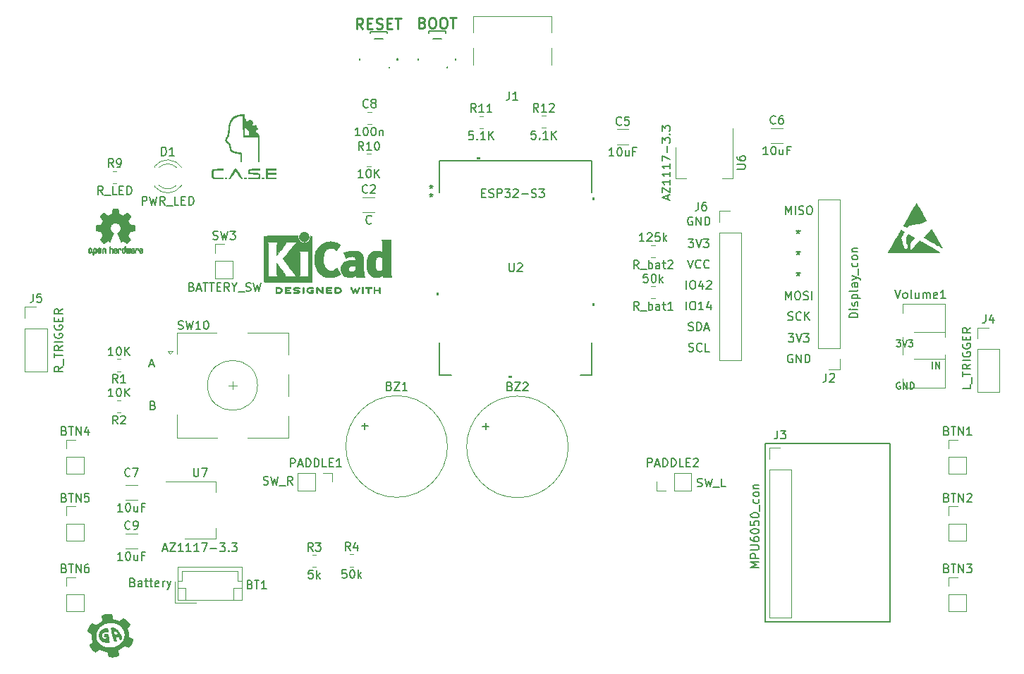
<source format=gbr>
%TF.GenerationSoftware,KiCad,Pcbnew,7.0.8*%
%TF.CreationDate,2023-10-07T23:20:30+02:00*%
%TF.ProjectId,FC_Wheel_PCB,46435f57-6865-4656-9c5f-5043422e6b69,rev?*%
%TF.SameCoordinates,Original*%
%TF.FileFunction,Legend,Top*%
%TF.FilePolarity,Positive*%
%FSLAX46Y46*%
G04 Gerber Fmt 4.6, Leading zero omitted, Abs format (unit mm)*
G04 Created by KiCad (PCBNEW 7.0.8) date 2023-10-07 23:20:30*
%MOMM*%
%LPD*%
G01*
G04 APERTURE LIST*
%ADD10C,0.200000*%
%ADD11C,0.150000*%
%ADD12C,0.254000*%
%ADD13C,0.010000*%
%ADD14C,0.120000*%
%ADD15C,0.152400*%
G04 APERTURE END LIST*
D10*
X180618228Y-109418630D02*
X180618228Y-108618630D01*
X180999180Y-109418630D02*
X180999180Y-108618630D01*
X180999180Y-108618630D02*
X181456323Y-109418630D01*
X181456323Y-109418630D02*
X181456323Y-108618630D01*
X176297125Y-105999369D02*
X176792363Y-105999369D01*
X176792363Y-105999369D02*
X176525697Y-106304131D01*
X176525697Y-106304131D02*
X176639982Y-106304131D01*
X176639982Y-106304131D02*
X176716173Y-106342226D01*
X176716173Y-106342226D02*
X176754268Y-106380321D01*
X176754268Y-106380321D02*
X176792363Y-106456512D01*
X176792363Y-106456512D02*
X176792363Y-106646988D01*
X176792363Y-106646988D02*
X176754268Y-106723178D01*
X176754268Y-106723178D02*
X176716173Y-106761274D01*
X176716173Y-106761274D02*
X176639982Y-106799369D01*
X176639982Y-106799369D02*
X176411411Y-106799369D01*
X176411411Y-106799369D02*
X176335220Y-106761274D01*
X176335220Y-106761274D02*
X176297125Y-106723178D01*
X177020935Y-105999369D02*
X177287602Y-106799369D01*
X177287602Y-106799369D02*
X177554268Y-105999369D01*
X177744744Y-105999369D02*
X178239982Y-105999369D01*
X178239982Y-105999369D02*
X177973316Y-106304131D01*
X177973316Y-106304131D02*
X178087601Y-106304131D01*
X178087601Y-106304131D02*
X178163792Y-106342226D01*
X178163792Y-106342226D02*
X178201887Y-106380321D01*
X178201887Y-106380321D02*
X178239982Y-106456512D01*
X178239982Y-106456512D02*
X178239982Y-106646988D01*
X178239982Y-106646988D02*
X178201887Y-106723178D01*
X178201887Y-106723178D02*
X178163792Y-106761274D01*
X178163792Y-106761274D02*
X178087601Y-106799369D01*
X178087601Y-106799369D02*
X177859030Y-106799369D01*
X177859030Y-106799369D02*
X177782839Y-106761274D01*
X177782839Y-106761274D02*
X177744744Y-106723178D01*
X176708314Y-111103251D02*
X176632124Y-111065156D01*
X176632124Y-111065156D02*
X176517838Y-111065156D01*
X176517838Y-111065156D02*
X176403552Y-111103251D01*
X176403552Y-111103251D02*
X176327362Y-111179441D01*
X176327362Y-111179441D02*
X176289267Y-111255632D01*
X176289267Y-111255632D02*
X176251171Y-111408013D01*
X176251171Y-111408013D02*
X176251171Y-111522299D01*
X176251171Y-111522299D02*
X176289267Y-111674680D01*
X176289267Y-111674680D02*
X176327362Y-111750870D01*
X176327362Y-111750870D02*
X176403552Y-111827061D01*
X176403552Y-111827061D02*
X176517838Y-111865156D01*
X176517838Y-111865156D02*
X176594029Y-111865156D01*
X176594029Y-111865156D02*
X176708314Y-111827061D01*
X176708314Y-111827061D02*
X176746410Y-111788965D01*
X176746410Y-111788965D02*
X176746410Y-111522299D01*
X176746410Y-111522299D02*
X176594029Y-111522299D01*
X177089267Y-111865156D02*
X177089267Y-111065156D01*
X177089267Y-111065156D02*
X177546410Y-111865156D01*
X177546410Y-111865156D02*
X177546410Y-111065156D01*
X177927362Y-111865156D02*
X177927362Y-111065156D01*
X177927362Y-111065156D02*
X178117838Y-111065156D01*
X178117838Y-111065156D02*
X178232124Y-111103251D01*
X178232124Y-111103251D02*
X178308314Y-111179441D01*
X178308314Y-111179441D02*
X178346409Y-111255632D01*
X178346409Y-111255632D02*
X178384505Y-111408013D01*
X178384505Y-111408013D02*
X178384505Y-111522299D01*
X178384505Y-111522299D02*
X178346409Y-111674680D01*
X178346409Y-111674680D02*
X178308314Y-111750870D01*
X178308314Y-111750870D02*
X178232124Y-111827061D01*
X178232124Y-111827061D02*
X178117838Y-111865156D01*
X178117838Y-111865156D02*
X177927362Y-111865156D01*
X162982184Y-90901953D02*
X162982184Y-89901953D01*
X162982184Y-89901953D02*
X163315517Y-90616238D01*
X163315517Y-90616238D02*
X163648850Y-89901953D01*
X163648850Y-89901953D02*
X163648850Y-90901953D01*
X164125041Y-90901953D02*
X164125041Y-89901953D01*
X164553612Y-90854334D02*
X164696469Y-90901953D01*
X164696469Y-90901953D02*
X164934564Y-90901953D01*
X164934564Y-90901953D02*
X165029802Y-90854334D01*
X165029802Y-90854334D02*
X165077421Y-90806714D01*
X165077421Y-90806714D02*
X165125040Y-90711476D01*
X165125040Y-90711476D02*
X165125040Y-90616238D01*
X165125040Y-90616238D02*
X165077421Y-90521000D01*
X165077421Y-90521000D02*
X165029802Y-90473381D01*
X165029802Y-90473381D02*
X164934564Y-90425762D01*
X164934564Y-90425762D02*
X164744088Y-90378143D01*
X164744088Y-90378143D02*
X164648850Y-90330524D01*
X164648850Y-90330524D02*
X164601231Y-90282905D01*
X164601231Y-90282905D02*
X164553612Y-90187667D01*
X164553612Y-90187667D02*
X164553612Y-90092429D01*
X164553612Y-90092429D02*
X164601231Y-89997191D01*
X164601231Y-89997191D02*
X164648850Y-89949572D01*
X164648850Y-89949572D02*
X164744088Y-89901953D01*
X164744088Y-89901953D02*
X164982183Y-89901953D01*
X164982183Y-89901953D02*
X165125040Y-89949572D01*
X165744088Y-89901953D02*
X165934564Y-89901953D01*
X165934564Y-89901953D02*
X166029802Y-89949572D01*
X166029802Y-89949572D02*
X166125040Y-90044810D01*
X166125040Y-90044810D02*
X166172659Y-90235286D01*
X166172659Y-90235286D02*
X166172659Y-90568619D01*
X166172659Y-90568619D02*
X166125040Y-90759095D01*
X166125040Y-90759095D02*
X166029802Y-90854334D01*
X166029802Y-90854334D02*
X165934564Y-90901953D01*
X165934564Y-90901953D02*
X165744088Y-90901953D01*
X165744088Y-90901953D02*
X165648850Y-90854334D01*
X165648850Y-90854334D02*
X165553612Y-90759095D01*
X165553612Y-90759095D02*
X165505993Y-90568619D01*
X165505993Y-90568619D02*
X165505993Y-90235286D01*
X165505993Y-90235286D02*
X165553612Y-90044810D01*
X165553612Y-90044810D02*
X165648850Y-89949572D01*
X165648850Y-89949572D02*
X165744088Y-89901953D01*
X164482696Y-92740630D02*
X164482696Y-92978725D01*
X164244601Y-92883487D02*
X164482696Y-92978725D01*
X164482696Y-92978725D02*
X164720791Y-92883487D01*
X164339839Y-93169201D02*
X164482696Y-92978725D01*
X164482696Y-92978725D02*
X164625553Y-93169201D01*
X164482696Y-95270578D02*
X164482696Y-95508673D01*
X164244601Y-95413435D02*
X164482696Y-95508673D01*
X164482696Y-95508673D02*
X164720791Y-95413435D01*
X164339839Y-95699149D02*
X164482696Y-95508673D01*
X164482696Y-95508673D02*
X164625553Y-95699149D01*
X164482696Y-97804209D02*
X164482696Y-98042304D01*
X164244601Y-97947066D02*
X164482696Y-98042304D01*
X164482696Y-98042304D02*
X164720791Y-97947066D01*
X164339839Y-98232780D02*
X164482696Y-98042304D01*
X164482696Y-98042304D02*
X164625553Y-98232780D01*
X162982184Y-101148759D02*
X162982184Y-100148759D01*
X162982184Y-100148759D02*
X163315517Y-100863044D01*
X163315517Y-100863044D02*
X163648850Y-100148759D01*
X163648850Y-100148759D02*
X163648850Y-101148759D01*
X164315517Y-100148759D02*
X164505993Y-100148759D01*
X164505993Y-100148759D02*
X164601231Y-100196378D01*
X164601231Y-100196378D02*
X164696469Y-100291616D01*
X164696469Y-100291616D02*
X164744088Y-100482092D01*
X164744088Y-100482092D02*
X164744088Y-100815425D01*
X164744088Y-100815425D02*
X164696469Y-101005901D01*
X164696469Y-101005901D02*
X164601231Y-101101140D01*
X164601231Y-101101140D02*
X164505993Y-101148759D01*
X164505993Y-101148759D02*
X164315517Y-101148759D01*
X164315517Y-101148759D02*
X164220279Y-101101140D01*
X164220279Y-101101140D02*
X164125041Y-101005901D01*
X164125041Y-101005901D02*
X164077422Y-100815425D01*
X164077422Y-100815425D02*
X164077422Y-100482092D01*
X164077422Y-100482092D02*
X164125041Y-100291616D01*
X164125041Y-100291616D02*
X164220279Y-100196378D01*
X164220279Y-100196378D02*
X164315517Y-100148759D01*
X165125041Y-101101140D02*
X165267898Y-101148759D01*
X165267898Y-101148759D02*
X165505993Y-101148759D01*
X165505993Y-101148759D02*
X165601231Y-101101140D01*
X165601231Y-101101140D02*
X165648850Y-101053520D01*
X165648850Y-101053520D02*
X165696469Y-100958282D01*
X165696469Y-100958282D02*
X165696469Y-100863044D01*
X165696469Y-100863044D02*
X165648850Y-100767806D01*
X165648850Y-100767806D02*
X165601231Y-100720187D01*
X165601231Y-100720187D02*
X165505993Y-100672568D01*
X165505993Y-100672568D02*
X165315517Y-100624949D01*
X165315517Y-100624949D02*
X165220279Y-100577330D01*
X165220279Y-100577330D02*
X165172660Y-100529711D01*
X165172660Y-100529711D02*
X165125041Y-100434473D01*
X165125041Y-100434473D02*
X165125041Y-100339235D01*
X165125041Y-100339235D02*
X165172660Y-100243997D01*
X165172660Y-100243997D02*
X165220279Y-100196378D01*
X165220279Y-100196378D02*
X165315517Y-100148759D01*
X165315517Y-100148759D02*
X165553612Y-100148759D01*
X165553612Y-100148759D02*
X165696469Y-100196378D01*
X166125041Y-101148759D02*
X166125041Y-100148759D01*
X163267898Y-103573503D02*
X163410755Y-103621122D01*
X163410755Y-103621122D02*
X163648850Y-103621122D01*
X163648850Y-103621122D02*
X163744088Y-103573503D01*
X163744088Y-103573503D02*
X163791707Y-103525883D01*
X163791707Y-103525883D02*
X163839326Y-103430645D01*
X163839326Y-103430645D02*
X163839326Y-103335407D01*
X163839326Y-103335407D02*
X163791707Y-103240169D01*
X163791707Y-103240169D02*
X163744088Y-103192550D01*
X163744088Y-103192550D02*
X163648850Y-103144931D01*
X163648850Y-103144931D02*
X163458374Y-103097312D01*
X163458374Y-103097312D02*
X163363136Y-103049693D01*
X163363136Y-103049693D02*
X163315517Y-103002074D01*
X163315517Y-103002074D02*
X163267898Y-102906836D01*
X163267898Y-102906836D02*
X163267898Y-102811598D01*
X163267898Y-102811598D02*
X163315517Y-102716360D01*
X163315517Y-102716360D02*
X163363136Y-102668741D01*
X163363136Y-102668741D02*
X163458374Y-102621122D01*
X163458374Y-102621122D02*
X163696469Y-102621122D01*
X163696469Y-102621122D02*
X163839326Y-102668741D01*
X164839326Y-103525883D02*
X164791707Y-103573503D01*
X164791707Y-103573503D02*
X164648850Y-103621122D01*
X164648850Y-103621122D02*
X164553612Y-103621122D01*
X164553612Y-103621122D02*
X164410755Y-103573503D01*
X164410755Y-103573503D02*
X164315517Y-103478264D01*
X164315517Y-103478264D02*
X164267898Y-103383026D01*
X164267898Y-103383026D02*
X164220279Y-103192550D01*
X164220279Y-103192550D02*
X164220279Y-103049693D01*
X164220279Y-103049693D02*
X164267898Y-102859217D01*
X164267898Y-102859217D02*
X164315517Y-102763979D01*
X164315517Y-102763979D02*
X164410755Y-102668741D01*
X164410755Y-102668741D02*
X164553612Y-102621122D01*
X164553612Y-102621122D02*
X164648850Y-102621122D01*
X164648850Y-102621122D02*
X164791707Y-102668741D01*
X164791707Y-102668741D02*
X164839326Y-102716360D01*
X165267898Y-103621122D02*
X165267898Y-102621122D01*
X165839326Y-103621122D02*
X165410755Y-103049693D01*
X165839326Y-102621122D02*
X165267898Y-103192550D01*
X163791707Y-107754888D02*
X163696469Y-107707269D01*
X163696469Y-107707269D02*
X163553612Y-107707269D01*
X163553612Y-107707269D02*
X163410755Y-107754888D01*
X163410755Y-107754888D02*
X163315517Y-107850126D01*
X163315517Y-107850126D02*
X163267898Y-107945364D01*
X163267898Y-107945364D02*
X163220279Y-108135840D01*
X163220279Y-108135840D02*
X163220279Y-108278697D01*
X163220279Y-108278697D02*
X163267898Y-108469173D01*
X163267898Y-108469173D02*
X163315517Y-108564411D01*
X163315517Y-108564411D02*
X163410755Y-108659650D01*
X163410755Y-108659650D02*
X163553612Y-108707269D01*
X163553612Y-108707269D02*
X163648850Y-108707269D01*
X163648850Y-108707269D02*
X163791707Y-108659650D01*
X163791707Y-108659650D02*
X163839326Y-108612030D01*
X163839326Y-108612030D02*
X163839326Y-108278697D01*
X163839326Y-108278697D02*
X163648850Y-108278697D01*
X164267898Y-108707269D02*
X164267898Y-107707269D01*
X164267898Y-107707269D02*
X164839326Y-108707269D01*
X164839326Y-108707269D02*
X164839326Y-107707269D01*
X165315517Y-108707269D02*
X165315517Y-107707269D01*
X165315517Y-107707269D02*
X165553612Y-107707269D01*
X165553612Y-107707269D02*
X165696469Y-107754888D01*
X165696469Y-107754888D02*
X165791707Y-107850126D01*
X165791707Y-107850126D02*
X165839326Y-107945364D01*
X165839326Y-107945364D02*
X165886945Y-108135840D01*
X165886945Y-108135840D02*
X165886945Y-108278697D01*
X165886945Y-108278697D02*
X165839326Y-108469173D01*
X165839326Y-108469173D02*
X165791707Y-108564411D01*
X165791707Y-108564411D02*
X165696469Y-108659650D01*
X165696469Y-108659650D02*
X165553612Y-108707269D01*
X165553612Y-108707269D02*
X165315517Y-108707269D01*
X163315517Y-105232310D02*
X163934564Y-105232310D01*
X163934564Y-105232310D02*
X163601231Y-105613262D01*
X163601231Y-105613262D02*
X163744088Y-105613262D01*
X163744088Y-105613262D02*
X163839326Y-105660881D01*
X163839326Y-105660881D02*
X163886945Y-105708500D01*
X163886945Y-105708500D02*
X163934564Y-105803738D01*
X163934564Y-105803738D02*
X163934564Y-106041833D01*
X163934564Y-106041833D02*
X163886945Y-106137071D01*
X163886945Y-106137071D02*
X163839326Y-106184691D01*
X163839326Y-106184691D02*
X163744088Y-106232310D01*
X163744088Y-106232310D02*
X163458374Y-106232310D01*
X163458374Y-106232310D02*
X163363136Y-106184691D01*
X163363136Y-106184691D02*
X163315517Y-106137071D01*
X164220279Y-105232310D02*
X164553612Y-106232310D01*
X164553612Y-106232310D02*
X164886945Y-105232310D01*
X165125041Y-105232310D02*
X165744088Y-105232310D01*
X165744088Y-105232310D02*
X165410755Y-105613262D01*
X165410755Y-105613262D02*
X165553612Y-105613262D01*
X165553612Y-105613262D02*
X165648850Y-105660881D01*
X165648850Y-105660881D02*
X165696469Y-105708500D01*
X165696469Y-105708500D02*
X165744088Y-105803738D01*
X165744088Y-105803738D02*
X165744088Y-106041833D01*
X165744088Y-106041833D02*
X165696469Y-106137071D01*
X165696469Y-106137071D02*
X165648850Y-106184691D01*
X165648850Y-106184691D02*
X165553612Y-106232310D01*
X165553612Y-106232310D02*
X165267898Y-106232310D01*
X165267898Y-106232310D02*
X165172660Y-106184691D01*
X165172660Y-106184691D02*
X165125041Y-106137071D01*
X151347282Y-107319600D02*
X151490139Y-107367219D01*
X151490139Y-107367219D02*
X151728234Y-107367219D01*
X151728234Y-107367219D02*
X151823472Y-107319600D01*
X151823472Y-107319600D02*
X151871091Y-107271980D01*
X151871091Y-107271980D02*
X151918710Y-107176742D01*
X151918710Y-107176742D02*
X151918710Y-107081504D01*
X151918710Y-107081504D02*
X151871091Y-106986266D01*
X151871091Y-106986266D02*
X151823472Y-106938647D01*
X151823472Y-106938647D02*
X151728234Y-106891028D01*
X151728234Y-106891028D02*
X151537758Y-106843409D01*
X151537758Y-106843409D02*
X151442520Y-106795790D01*
X151442520Y-106795790D02*
X151394901Y-106748171D01*
X151394901Y-106748171D02*
X151347282Y-106652933D01*
X151347282Y-106652933D02*
X151347282Y-106557695D01*
X151347282Y-106557695D02*
X151394901Y-106462457D01*
X151394901Y-106462457D02*
X151442520Y-106414838D01*
X151442520Y-106414838D02*
X151537758Y-106367219D01*
X151537758Y-106367219D02*
X151775853Y-106367219D01*
X151775853Y-106367219D02*
X151918710Y-106414838D01*
X152918710Y-107271980D02*
X152871091Y-107319600D01*
X152871091Y-107319600D02*
X152728234Y-107367219D01*
X152728234Y-107367219D02*
X152632996Y-107367219D01*
X152632996Y-107367219D02*
X152490139Y-107319600D01*
X152490139Y-107319600D02*
X152394901Y-107224361D01*
X152394901Y-107224361D02*
X152347282Y-107129123D01*
X152347282Y-107129123D02*
X152299663Y-106938647D01*
X152299663Y-106938647D02*
X152299663Y-106795790D01*
X152299663Y-106795790D02*
X152347282Y-106605314D01*
X152347282Y-106605314D02*
X152394901Y-106510076D01*
X152394901Y-106510076D02*
X152490139Y-106414838D01*
X152490139Y-106414838D02*
X152632996Y-106367219D01*
X152632996Y-106367219D02*
X152728234Y-106367219D01*
X152728234Y-106367219D02*
X152871091Y-106414838D01*
X152871091Y-106414838D02*
X152918710Y-106462457D01*
X153823472Y-107367219D02*
X153347282Y-107367219D01*
X153347282Y-107367219D02*
X153347282Y-106367219D01*
X151323472Y-104819600D02*
X151466329Y-104867219D01*
X151466329Y-104867219D02*
X151704424Y-104867219D01*
X151704424Y-104867219D02*
X151799662Y-104819600D01*
X151799662Y-104819600D02*
X151847281Y-104771980D01*
X151847281Y-104771980D02*
X151894900Y-104676742D01*
X151894900Y-104676742D02*
X151894900Y-104581504D01*
X151894900Y-104581504D02*
X151847281Y-104486266D01*
X151847281Y-104486266D02*
X151799662Y-104438647D01*
X151799662Y-104438647D02*
X151704424Y-104391028D01*
X151704424Y-104391028D02*
X151513948Y-104343409D01*
X151513948Y-104343409D02*
X151418710Y-104295790D01*
X151418710Y-104295790D02*
X151371091Y-104248171D01*
X151371091Y-104248171D02*
X151323472Y-104152933D01*
X151323472Y-104152933D02*
X151323472Y-104057695D01*
X151323472Y-104057695D02*
X151371091Y-103962457D01*
X151371091Y-103962457D02*
X151418710Y-103914838D01*
X151418710Y-103914838D02*
X151513948Y-103867219D01*
X151513948Y-103867219D02*
X151752043Y-103867219D01*
X151752043Y-103867219D02*
X151894900Y-103914838D01*
X152323472Y-104867219D02*
X152323472Y-103867219D01*
X152323472Y-103867219D02*
X152561567Y-103867219D01*
X152561567Y-103867219D02*
X152704424Y-103914838D01*
X152704424Y-103914838D02*
X152799662Y-104010076D01*
X152799662Y-104010076D02*
X152847281Y-104105314D01*
X152847281Y-104105314D02*
X152894900Y-104295790D01*
X152894900Y-104295790D02*
X152894900Y-104438647D01*
X152894900Y-104438647D02*
X152847281Y-104629123D01*
X152847281Y-104629123D02*
X152799662Y-104724361D01*
X152799662Y-104724361D02*
X152704424Y-104819600D01*
X152704424Y-104819600D02*
X152561567Y-104867219D01*
X152561567Y-104867219D02*
X152323472Y-104867219D01*
X153275853Y-104581504D02*
X153752043Y-104581504D01*
X153180615Y-104867219D02*
X153513948Y-103867219D01*
X153513948Y-103867219D02*
X153847281Y-104867219D01*
X151061568Y-102367219D02*
X151061568Y-101367219D01*
X151728234Y-101367219D02*
X151918710Y-101367219D01*
X151918710Y-101367219D02*
X152013948Y-101414838D01*
X152013948Y-101414838D02*
X152109186Y-101510076D01*
X152109186Y-101510076D02*
X152156805Y-101700552D01*
X152156805Y-101700552D02*
X152156805Y-102033885D01*
X152156805Y-102033885D02*
X152109186Y-102224361D01*
X152109186Y-102224361D02*
X152013948Y-102319600D01*
X152013948Y-102319600D02*
X151918710Y-102367219D01*
X151918710Y-102367219D02*
X151728234Y-102367219D01*
X151728234Y-102367219D02*
X151632996Y-102319600D01*
X151632996Y-102319600D02*
X151537758Y-102224361D01*
X151537758Y-102224361D02*
X151490139Y-102033885D01*
X151490139Y-102033885D02*
X151490139Y-101700552D01*
X151490139Y-101700552D02*
X151537758Y-101510076D01*
X151537758Y-101510076D02*
X151632996Y-101414838D01*
X151632996Y-101414838D02*
X151728234Y-101367219D01*
X153109186Y-102367219D02*
X152537758Y-102367219D01*
X152823472Y-102367219D02*
X152823472Y-101367219D01*
X152823472Y-101367219D02*
X152728234Y-101510076D01*
X152728234Y-101510076D02*
X152632996Y-101605314D01*
X152632996Y-101605314D02*
X152537758Y-101652933D01*
X153966329Y-101700552D02*
X153966329Y-102367219D01*
X153728234Y-101319600D02*
X153490139Y-102033885D01*
X153490139Y-102033885D02*
X154109186Y-102033885D01*
X151061568Y-99867219D02*
X151061568Y-98867219D01*
X151728234Y-98867219D02*
X151918710Y-98867219D01*
X151918710Y-98867219D02*
X152013948Y-98914838D01*
X152013948Y-98914838D02*
X152109186Y-99010076D01*
X152109186Y-99010076D02*
X152156805Y-99200552D01*
X152156805Y-99200552D02*
X152156805Y-99533885D01*
X152156805Y-99533885D02*
X152109186Y-99724361D01*
X152109186Y-99724361D02*
X152013948Y-99819600D01*
X152013948Y-99819600D02*
X151918710Y-99867219D01*
X151918710Y-99867219D02*
X151728234Y-99867219D01*
X151728234Y-99867219D02*
X151632996Y-99819600D01*
X151632996Y-99819600D02*
X151537758Y-99724361D01*
X151537758Y-99724361D02*
X151490139Y-99533885D01*
X151490139Y-99533885D02*
X151490139Y-99200552D01*
X151490139Y-99200552D02*
X151537758Y-99010076D01*
X151537758Y-99010076D02*
X151632996Y-98914838D01*
X151632996Y-98914838D02*
X151728234Y-98867219D01*
X153013948Y-99200552D02*
X153013948Y-99867219D01*
X152775853Y-98819600D02*
X152537758Y-99533885D01*
X152537758Y-99533885D02*
X153156805Y-99533885D01*
X153490139Y-98962457D02*
X153537758Y-98914838D01*
X153537758Y-98914838D02*
X153632996Y-98867219D01*
X153632996Y-98867219D02*
X153871091Y-98867219D01*
X153871091Y-98867219D02*
X153966329Y-98914838D01*
X153966329Y-98914838D02*
X154013948Y-98962457D01*
X154013948Y-98962457D02*
X154061567Y-99057695D01*
X154061567Y-99057695D02*
X154061567Y-99152933D01*
X154061567Y-99152933D02*
X154013948Y-99295790D01*
X154013948Y-99295790D02*
X153442520Y-99867219D01*
X153442520Y-99867219D02*
X154061567Y-99867219D01*
X151204425Y-96367219D02*
X151537758Y-97367219D01*
X151537758Y-97367219D02*
X151871091Y-96367219D01*
X152775853Y-97271980D02*
X152728234Y-97319600D01*
X152728234Y-97319600D02*
X152585377Y-97367219D01*
X152585377Y-97367219D02*
X152490139Y-97367219D01*
X152490139Y-97367219D02*
X152347282Y-97319600D01*
X152347282Y-97319600D02*
X152252044Y-97224361D01*
X152252044Y-97224361D02*
X152204425Y-97129123D01*
X152204425Y-97129123D02*
X152156806Y-96938647D01*
X152156806Y-96938647D02*
X152156806Y-96795790D01*
X152156806Y-96795790D02*
X152204425Y-96605314D01*
X152204425Y-96605314D02*
X152252044Y-96510076D01*
X152252044Y-96510076D02*
X152347282Y-96414838D01*
X152347282Y-96414838D02*
X152490139Y-96367219D01*
X152490139Y-96367219D02*
X152585377Y-96367219D01*
X152585377Y-96367219D02*
X152728234Y-96414838D01*
X152728234Y-96414838D02*
X152775853Y-96462457D01*
X153775853Y-97271980D02*
X153728234Y-97319600D01*
X153728234Y-97319600D02*
X153585377Y-97367219D01*
X153585377Y-97367219D02*
X153490139Y-97367219D01*
X153490139Y-97367219D02*
X153347282Y-97319600D01*
X153347282Y-97319600D02*
X153252044Y-97224361D01*
X153252044Y-97224361D02*
X153204425Y-97129123D01*
X153204425Y-97129123D02*
X153156806Y-96938647D01*
X153156806Y-96938647D02*
X153156806Y-96795790D01*
X153156806Y-96795790D02*
X153204425Y-96605314D01*
X153204425Y-96605314D02*
X153252044Y-96510076D01*
X153252044Y-96510076D02*
X153347282Y-96414838D01*
X153347282Y-96414838D02*
X153490139Y-96367219D01*
X153490139Y-96367219D02*
X153585377Y-96367219D01*
X153585377Y-96367219D02*
X153728234Y-96414838D01*
X153728234Y-96414838D02*
X153775853Y-96462457D01*
X151299663Y-93867219D02*
X151918710Y-93867219D01*
X151918710Y-93867219D02*
X151585377Y-94248171D01*
X151585377Y-94248171D02*
X151728234Y-94248171D01*
X151728234Y-94248171D02*
X151823472Y-94295790D01*
X151823472Y-94295790D02*
X151871091Y-94343409D01*
X151871091Y-94343409D02*
X151918710Y-94438647D01*
X151918710Y-94438647D02*
X151918710Y-94676742D01*
X151918710Y-94676742D02*
X151871091Y-94771980D01*
X151871091Y-94771980D02*
X151823472Y-94819600D01*
X151823472Y-94819600D02*
X151728234Y-94867219D01*
X151728234Y-94867219D02*
X151442520Y-94867219D01*
X151442520Y-94867219D02*
X151347282Y-94819600D01*
X151347282Y-94819600D02*
X151299663Y-94771980D01*
X152204425Y-93867219D02*
X152537758Y-94867219D01*
X152537758Y-94867219D02*
X152871091Y-93867219D01*
X153109187Y-93867219D02*
X153728234Y-93867219D01*
X153728234Y-93867219D02*
X153394901Y-94248171D01*
X153394901Y-94248171D02*
X153537758Y-94248171D01*
X153537758Y-94248171D02*
X153632996Y-94295790D01*
X153632996Y-94295790D02*
X153680615Y-94343409D01*
X153680615Y-94343409D02*
X153728234Y-94438647D01*
X153728234Y-94438647D02*
X153728234Y-94676742D01*
X153728234Y-94676742D02*
X153680615Y-94771980D01*
X153680615Y-94771980D02*
X153632996Y-94819600D01*
X153632996Y-94819600D02*
X153537758Y-94867219D01*
X153537758Y-94867219D02*
X153252044Y-94867219D01*
X153252044Y-94867219D02*
X153156806Y-94819600D01*
X153156806Y-94819600D02*
X153109187Y-94771980D01*
X151775853Y-91249124D02*
X151680615Y-91201505D01*
X151680615Y-91201505D02*
X151537758Y-91201505D01*
X151537758Y-91201505D02*
X151394901Y-91249124D01*
X151394901Y-91249124D02*
X151299663Y-91344362D01*
X151299663Y-91344362D02*
X151252044Y-91439600D01*
X151252044Y-91439600D02*
X151204425Y-91630076D01*
X151204425Y-91630076D02*
X151204425Y-91772933D01*
X151204425Y-91772933D02*
X151252044Y-91963409D01*
X151252044Y-91963409D02*
X151299663Y-92058647D01*
X151299663Y-92058647D02*
X151394901Y-92153886D01*
X151394901Y-92153886D02*
X151537758Y-92201505D01*
X151537758Y-92201505D02*
X151632996Y-92201505D01*
X151632996Y-92201505D02*
X151775853Y-92153886D01*
X151775853Y-92153886D02*
X151823472Y-92106266D01*
X151823472Y-92106266D02*
X151823472Y-91772933D01*
X151823472Y-91772933D02*
X151632996Y-91772933D01*
X152252044Y-92201505D02*
X152252044Y-91201505D01*
X152252044Y-91201505D02*
X152823472Y-92201505D01*
X152823472Y-92201505D02*
X152823472Y-91201505D01*
X153299663Y-92201505D02*
X153299663Y-91201505D01*
X153299663Y-91201505D02*
X153537758Y-91201505D01*
X153537758Y-91201505D02*
X153680615Y-91249124D01*
X153680615Y-91249124D02*
X153775853Y-91344362D01*
X153775853Y-91344362D02*
X153823472Y-91439600D01*
X153823472Y-91439600D02*
X153871091Y-91630076D01*
X153871091Y-91630076D02*
X153871091Y-91772933D01*
X153871091Y-91772933D02*
X153823472Y-91963409D01*
X153823472Y-91963409D02*
X153775853Y-92058647D01*
X153775853Y-92058647D02*
X153680615Y-92153886D01*
X153680615Y-92153886D02*
X153537758Y-92201505D01*
X153537758Y-92201505D02*
X153299663Y-92201505D01*
D11*
X160519600Y-118414641D02*
X175528296Y-118414641D01*
X175528296Y-139856255D01*
X160519600Y-139856255D01*
X160519600Y-118414641D01*
X87037280Y-113821388D02*
X87180137Y-113869007D01*
X87180137Y-113869007D02*
X87227756Y-113916626D01*
X87227756Y-113916626D02*
X87275375Y-114011864D01*
X87275375Y-114011864D02*
X87275375Y-114154721D01*
X87275375Y-114154721D02*
X87227756Y-114249959D01*
X87227756Y-114249959D02*
X87180137Y-114297579D01*
X87180137Y-114297579D02*
X87084899Y-114345198D01*
X87084899Y-114345198D02*
X86703947Y-114345198D01*
X86703947Y-114345198D02*
X86703947Y-113345198D01*
X86703947Y-113345198D02*
X87037280Y-113345198D01*
X87037280Y-113345198D02*
X87132518Y-113392817D01*
X87132518Y-113392817D02*
X87180137Y-113440436D01*
X87180137Y-113440436D02*
X87227756Y-113535674D01*
X87227756Y-113535674D02*
X87227756Y-113630912D01*
X87227756Y-113630912D02*
X87180137Y-113726150D01*
X87180137Y-113726150D02*
X87132518Y-113773769D01*
X87132518Y-113773769D02*
X87037280Y-113821388D01*
X87037280Y-113821388D02*
X86703947Y-113821388D01*
X126511658Y-88338733D02*
X126844991Y-88338733D01*
X126987848Y-88862543D02*
X126511658Y-88862543D01*
X126511658Y-88862543D02*
X126511658Y-87862543D01*
X126511658Y-87862543D02*
X126987848Y-87862543D01*
X127368801Y-88814924D02*
X127511658Y-88862543D01*
X127511658Y-88862543D02*
X127749753Y-88862543D01*
X127749753Y-88862543D02*
X127844991Y-88814924D01*
X127844991Y-88814924D02*
X127892610Y-88767304D01*
X127892610Y-88767304D02*
X127940229Y-88672066D01*
X127940229Y-88672066D02*
X127940229Y-88576828D01*
X127940229Y-88576828D02*
X127892610Y-88481590D01*
X127892610Y-88481590D02*
X127844991Y-88433971D01*
X127844991Y-88433971D02*
X127749753Y-88386352D01*
X127749753Y-88386352D02*
X127559277Y-88338733D01*
X127559277Y-88338733D02*
X127464039Y-88291114D01*
X127464039Y-88291114D02*
X127416420Y-88243495D01*
X127416420Y-88243495D02*
X127368801Y-88148257D01*
X127368801Y-88148257D02*
X127368801Y-88053019D01*
X127368801Y-88053019D02*
X127416420Y-87957781D01*
X127416420Y-87957781D02*
X127464039Y-87910162D01*
X127464039Y-87910162D02*
X127559277Y-87862543D01*
X127559277Y-87862543D02*
X127797372Y-87862543D01*
X127797372Y-87862543D02*
X127940229Y-87910162D01*
X128368801Y-88862543D02*
X128368801Y-87862543D01*
X128368801Y-87862543D02*
X128749753Y-87862543D01*
X128749753Y-87862543D02*
X128844991Y-87910162D01*
X128844991Y-87910162D02*
X128892610Y-87957781D01*
X128892610Y-87957781D02*
X128940229Y-88053019D01*
X128940229Y-88053019D02*
X128940229Y-88195876D01*
X128940229Y-88195876D02*
X128892610Y-88291114D01*
X128892610Y-88291114D02*
X128844991Y-88338733D01*
X128844991Y-88338733D02*
X128749753Y-88386352D01*
X128749753Y-88386352D02*
X128368801Y-88386352D01*
X129273563Y-87862543D02*
X129892610Y-87862543D01*
X129892610Y-87862543D02*
X129559277Y-88243495D01*
X129559277Y-88243495D02*
X129702134Y-88243495D01*
X129702134Y-88243495D02*
X129797372Y-88291114D01*
X129797372Y-88291114D02*
X129844991Y-88338733D01*
X129844991Y-88338733D02*
X129892610Y-88433971D01*
X129892610Y-88433971D02*
X129892610Y-88672066D01*
X129892610Y-88672066D02*
X129844991Y-88767304D01*
X129844991Y-88767304D02*
X129797372Y-88814924D01*
X129797372Y-88814924D02*
X129702134Y-88862543D01*
X129702134Y-88862543D02*
X129416420Y-88862543D01*
X129416420Y-88862543D02*
X129321182Y-88814924D01*
X129321182Y-88814924D02*
X129273563Y-88767304D01*
X130273563Y-87957781D02*
X130321182Y-87910162D01*
X130321182Y-87910162D02*
X130416420Y-87862543D01*
X130416420Y-87862543D02*
X130654515Y-87862543D01*
X130654515Y-87862543D02*
X130749753Y-87910162D01*
X130749753Y-87910162D02*
X130797372Y-87957781D01*
X130797372Y-87957781D02*
X130844991Y-88053019D01*
X130844991Y-88053019D02*
X130844991Y-88148257D01*
X130844991Y-88148257D02*
X130797372Y-88291114D01*
X130797372Y-88291114D02*
X130225944Y-88862543D01*
X130225944Y-88862543D02*
X130844991Y-88862543D01*
X131273563Y-88481590D02*
X132035468Y-88481590D01*
X132464039Y-88814924D02*
X132606896Y-88862543D01*
X132606896Y-88862543D02*
X132844991Y-88862543D01*
X132844991Y-88862543D02*
X132940229Y-88814924D01*
X132940229Y-88814924D02*
X132987848Y-88767304D01*
X132987848Y-88767304D02*
X133035467Y-88672066D01*
X133035467Y-88672066D02*
X133035467Y-88576828D01*
X133035467Y-88576828D02*
X132987848Y-88481590D01*
X132987848Y-88481590D02*
X132940229Y-88433971D01*
X132940229Y-88433971D02*
X132844991Y-88386352D01*
X132844991Y-88386352D02*
X132654515Y-88338733D01*
X132654515Y-88338733D02*
X132559277Y-88291114D01*
X132559277Y-88291114D02*
X132511658Y-88243495D01*
X132511658Y-88243495D02*
X132464039Y-88148257D01*
X132464039Y-88148257D02*
X132464039Y-88053019D01*
X132464039Y-88053019D02*
X132511658Y-87957781D01*
X132511658Y-87957781D02*
X132559277Y-87910162D01*
X132559277Y-87910162D02*
X132654515Y-87862543D01*
X132654515Y-87862543D02*
X132892610Y-87862543D01*
X132892610Y-87862543D02*
X133035467Y-87910162D01*
X133368801Y-87862543D02*
X133987848Y-87862543D01*
X133987848Y-87862543D02*
X133654515Y-88243495D01*
X133654515Y-88243495D02*
X133797372Y-88243495D01*
X133797372Y-88243495D02*
X133892610Y-88291114D01*
X133892610Y-88291114D02*
X133940229Y-88338733D01*
X133940229Y-88338733D02*
X133987848Y-88433971D01*
X133987848Y-88433971D02*
X133987848Y-88672066D01*
X133987848Y-88672066D02*
X133940229Y-88767304D01*
X133940229Y-88767304D02*
X133892610Y-88814924D01*
X133892610Y-88814924D02*
X133797372Y-88862543D01*
X133797372Y-88862543D02*
X133511658Y-88862543D01*
X133511658Y-88862543D02*
X133416420Y-88814924D01*
X133416420Y-88814924D02*
X133368801Y-88767304D01*
X86630687Y-108931346D02*
X87106877Y-108931346D01*
X86535449Y-109217061D02*
X86868782Y-108217061D01*
X86868782Y-108217061D02*
X87202115Y-109217061D01*
X152491666Y-89449819D02*
X152491666Y-90164104D01*
X152491666Y-90164104D02*
X152444047Y-90306961D01*
X152444047Y-90306961D02*
X152348809Y-90402200D01*
X152348809Y-90402200D02*
X152205952Y-90449819D01*
X152205952Y-90449819D02*
X152110714Y-90449819D01*
X153396428Y-89449819D02*
X153205952Y-89449819D01*
X153205952Y-89449819D02*
X153110714Y-89497438D01*
X153110714Y-89497438D02*
X153063095Y-89545057D01*
X153063095Y-89545057D02*
X152967857Y-89687914D01*
X152967857Y-89687914D02*
X152920238Y-89878390D01*
X152920238Y-89878390D02*
X152920238Y-90259342D01*
X152920238Y-90259342D02*
X152967857Y-90354580D01*
X152967857Y-90354580D02*
X153015476Y-90402200D01*
X153015476Y-90402200D02*
X153110714Y-90449819D01*
X153110714Y-90449819D02*
X153301190Y-90449819D01*
X153301190Y-90449819D02*
X153396428Y-90402200D01*
X153396428Y-90402200D02*
X153444047Y-90354580D01*
X153444047Y-90354580D02*
X153491666Y-90259342D01*
X153491666Y-90259342D02*
X153491666Y-90021247D01*
X153491666Y-90021247D02*
X153444047Y-89926009D01*
X153444047Y-89926009D02*
X153396428Y-89878390D01*
X153396428Y-89878390D02*
X153301190Y-89830771D01*
X153301190Y-89830771D02*
X153110714Y-89830771D01*
X153110714Y-89830771D02*
X153015476Y-89878390D01*
X153015476Y-89878390D02*
X152967857Y-89926009D01*
X152967857Y-89926009D02*
X152920238Y-90021247D01*
X143258333Y-80094580D02*
X143210714Y-80142200D01*
X143210714Y-80142200D02*
X143067857Y-80189819D01*
X143067857Y-80189819D02*
X142972619Y-80189819D01*
X142972619Y-80189819D02*
X142829762Y-80142200D01*
X142829762Y-80142200D02*
X142734524Y-80046961D01*
X142734524Y-80046961D02*
X142686905Y-79951723D01*
X142686905Y-79951723D02*
X142639286Y-79761247D01*
X142639286Y-79761247D02*
X142639286Y-79618390D01*
X142639286Y-79618390D02*
X142686905Y-79427914D01*
X142686905Y-79427914D02*
X142734524Y-79332676D01*
X142734524Y-79332676D02*
X142829762Y-79237438D01*
X142829762Y-79237438D02*
X142972619Y-79189819D01*
X142972619Y-79189819D02*
X143067857Y-79189819D01*
X143067857Y-79189819D02*
X143210714Y-79237438D01*
X143210714Y-79237438D02*
X143258333Y-79285057D01*
X144163095Y-79189819D02*
X143686905Y-79189819D01*
X143686905Y-79189819D02*
X143639286Y-79666009D01*
X143639286Y-79666009D02*
X143686905Y-79618390D01*
X143686905Y-79618390D02*
X143782143Y-79570771D01*
X143782143Y-79570771D02*
X144020238Y-79570771D01*
X144020238Y-79570771D02*
X144115476Y-79618390D01*
X144115476Y-79618390D02*
X144163095Y-79666009D01*
X144163095Y-79666009D02*
X144210714Y-79761247D01*
X144210714Y-79761247D02*
X144210714Y-79999342D01*
X144210714Y-79999342D02*
X144163095Y-80094580D01*
X144163095Y-80094580D02*
X144115476Y-80142200D01*
X144115476Y-80142200D02*
X144020238Y-80189819D01*
X144020238Y-80189819D02*
X143782143Y-80189819D01*
X143782143Y-80189819D02*
X143686905Y-80142200D01*
X143686905Y-80142200D02*
X143639286Y-80094580D01*
X142353571Y-83889819D02*
X141782143Y-83889819D01*
X142067857Y-83889819D02*
X142067857Y-82889819D01*
X142067857Y-82889819D02*
X141972619Y-83032676D01*
X141972619Y-83032676D02*
X141877381Y-83127914D01*
X141877381Y-83127914D02*
X141782143Y-83175533D01*
X142972619Y-82889819D02*
X143067857Y-82889819D01*
X143067857Y-82889819D02*
X143163095Y-82937438D01*
X143163095Y-82937438D02*
X143210714Y-82985057D01*
X143210714Y-82985057D02*
X143258333Y-83080295D01*
X143258333Y-83080295D02*
X143305952Y-83270771D01*
X143305952Y-83270771D02*
X143305952Y-83508866D01*
X143305952Y-83508866D02*
X143258333Y-83699342D01*
X143258333Y-83699342D02*
X143210714Y-83794580D01*
X143210714Y-83794580D02*
X143163095Y-83842200D01*
X143163095Y-83842200D02*
X143067857Y-83889819D01*
X143067857Y-83889819D02*
X142972619Y-83889819D01*
X142972619Y-83889819D02*
X142877381Y-83842200D01*
X142877381Y-83842200D02*
X142829762Y-83794580D01*
X142829762Y-83794580D02*
X142782143Y-83699342D01*
X142782143Y-83699342D02*
X142734524Y-83508866D01*
X142734524Y-83508866D02*
X142734524Y-83270771D01*
X142734524Y-83270771D02*
X142782143Y-83080295D01*
X142782143Y-83080295D02*
X142829762Y-82985057D01*
X142829762Y-82985057D02*
X142877381Y-82937438D01*
X142877381Y-82937438D02*
X142972619Y-82889819D01*
X144163095Y-83223152D02*
X144163095Y-83889819D01*
X143734524Y-83223152D02*
X143734524Y-83746961D01*
X143734524Y-83746961D02*
X143782143Y-83842200D01*
X143782143Y-83842200D02*
X143877381Y-83889819D01*
X143877381Y-83889819D02*
X144020238Y-83889819D01*
X144020238Y-83889819D02*
X144115476Y-83842200D01*
X144115476Y-83842200D02*
X144163095Y-83794580D01*
X144972619Y-83366009D02*
X144639286Y-83366009D01*
X144639286Y-83889819D02*
X144639286Y-82889819D01*
X144639286Y-82889819D02*
X145115476Y-82889819D01*
X145326904Y-102379819D02*
X144993571Y-101903628D01*
X144755476Y-102379819D02*
X144755476Y-101379819D01*
X144755476Y-101379819D02*
X145136428Y-101379819D01*
X145136428Y-101379819D02*
X145231666Y-101427438D01*
X145231666Y-101427438D02*
X145279285Y-101475057D01*
X145279285Y-101475057D02*
X145326904Y-101570295D01*
X145326904Y-101570295D02*
X145326904Y-101713152D01*
X145326904Y-101713152D02*
X145279285Y-101808390D01*
X145279285Y-101808390D02*
X145231666Y-101856009D01*
X145231666Y-101856009D02*
X145136428Y-101903628D01*
X145136428Y-101903628D02*
X144755476Y-101903628D01*
X145517381Y-102475057D02*
X146279285Y-102475057D01*
X146517381Y-102379819D02*
X146517381Y-101379819D01*
X146517381Y-101760771D02*
X146612619Y-101713152D01*
X146612619Y-101713152D02*
X146803095Y-101713152D01*
X146803095Y-101713152D02*
X146898333Y-101760771D01*
X146898333Y-101760771D02*
X146945952Y-101808390D01*
X146945952Y-101808390D02*
X146993571Y-101903628D01*
X146993571Y-101903628D02*
X146993571Y-102189342D01*
X146993571Y-102189342D02*
X146945952Y-102284580D01*
X146945952Y-102284580D02*
X146898333Y-102332200D01*
X146898333Y-102332200D02*
X146803095Y-102379819D01*
X146803095Y-102379819D02*
X146612619Y-102379819D01*
X146612619Y-102379819D02*
X146517381Y-102332200D01*
X147850714Y-102379819D02*
X147850714Y-101856009D01*
X147850714Y-101856009D02*
X147803095Y-101760771D01*
X147803095Y-101760771D02*
X147707857Y-101713152D01*
X147707857Y-101713152D02*
X147517381Y-101713152D01*
X147517381Y-101713152D02*
X147422143Y-101760771D01*
X147850714Y-102332200D02*
X147755476Y-102379819D01*
X147755476Y-102379819D02*
X147517381Y-102379819D01*
X147517381Y-102379819D02*
X147422143Y-102332200D01*
X147422143Y-102332200D02*
X147374524Y-102236961D01*
X147374524Y-102236961D02*
X147374524Y-102141723D01*
X147374524Y-102141723D02*
X147422143Y-102046485D01*
X147422143Y-102046485D02*
X147517381Y-101998866D01*
X147517381Y-101998866D02*
X147755476Y-101998866D01*
X147755476Y-101998866D02*
X147850714Y-101951247D01*
X148184048Y-101713152D02*
X148565000Y-101713152D01*
X148326905Y-101379819D02*
X148326905Y-102236961D01*
X148326905Y-102236961D02*
X148374524Y-102332200D01*
X148374524Y-102332200D02*
X148469762Y-102379819D01*
X148469762Y-102379819D02*
X148565000Y-102379819D01*
X149422143Y-102379819D02*
X148850715Y-102379819D01*
X149136429Y-102379819D02*
X149136429Y-101379819D01*
X149136429Y-101379819D02*
X149041191Y-101522676D01*
X149041191Y-101522676D02*
X148945953Y-101617914D01*
X148945953Y-101617914D02*
X148850715Y-101665533D01*
X146422142Y-98079819D02*
X145945952Y-98079819D01*
X145945952Y-98079819D02*
X145898333Y-98556009D01*
X145898333Y-98556009D02*
X145945952Y-98508390D01*
X145945952Y-98508390D02*
X146041190Y-98460771D01*
X146041190Y-98460771D02*
X146279285Y-98460771D01*
X146279285Y-98460771D02*
X146374523Y-98508390D01*
X146374523Y-98508390D02*
X146422142Y-98556009D01*
X146422142Y-98556009D02*
X146469761Y-98651247D01*
X146469761Y-98651247D02*
X146469761Y-98889342D01*
X146469761Y-98889342D02*
X146422142Y-98984580D01*
X146422142Y-98984580D02*
X146374523Y-99032200D01*
X146374523Y-99032200D02*
X146279285Y-99079819D01*
X146279285Y-99079819D02*
X146041190Y-99079819D01*
X146041190Y-99079819D02*
X145945952Y-99032200D01*
X145945952Y-99032200D02*
X145898333Y-98984580D01*
X147088809Y-98079819D02*
X147184047Y-98079819D01*
X147184047Y-98079819D02*
X147279285Y-98127438D01*
X147279285Y-98127438D02*
X147326904Y-98175057D01*
X147326904Y-98175057D02*
X147374523Y-98270295D01*
X147374523Y-98270295D02*
X147422142Y-98460771D01*
X147422142Y-98460771D02*
X147422142Y-98698866D01*
X147422142Y-98698866D02*
X147374523Y-98889342D01*
X147374523Y-98889342D02*
X147326904Y-98984580D01*
X147326904Y-98984580D02*
X147279285Y-99032200D01*
X147279285Y-99032200D02*
X147184047Y-99079819D01*
X147184047Y-99079819D02*
X147088809Y-99079819D01*
X147088809Y-99079819D02*
X146993571Y-99032200D01*
X146993571Y-99032200D02*
X146945952Y-98984580D01*
X146945952Y-98984580D02*
X146898333Y-98889342D01*
X146898333Y-98889342D02*
X146850714Y-98698866D01*
X146850714Y-98698866D02*
X146850714Y-98460771D01*
X146850714Y-98460771D02*
X146898333Y-98270295D01*
X146898333Y-98270295D02*
X146945952Y-98175057D01*
X146945952Y-98175057D02*
X146993571Y-98127438D01*
X146993571Y-98127438D02*
X147088809Y-98079819D01*
X147850714Y-99079819D02*
X147850714Y-98079819D01*
X147945952Y-98698866D02*
X148231666Y-99079819D01*
X148231666Y-98413152D02*
X147850714Y-98794104D01*
X76365476Y-124896009D02*
X76508333Y-124943628D01*
X76508333Y-124943628D02*
X76555952Y-124991247D01*
X76555952Y-124991247D02*
X76603571Y-125086485D01*
X76603571Y-125086485D02*
X76603571Y-125229342D01*
X76603571Y-125229342D02*
X76555952Y-125324580D01*
X76555952Y-125324580D02*
X76508333Y-125372200D01*
X76508333Y-125372200D02*
X76413095Y-125419819D01*
X76413095Y-125419819D02*
X76032143Y-125419819D01*
X76032143Y-125419819D02*
X76032143Y-124419819D01*
X76032143Y-124419819D02*
X76365476Y-124419819D01*
X76365476Y-124419819D02*
X76460714Y-124467438D01*
X76460714Y-124467438D02*
X76508333Y-124515057D01*
X76508333Y-124515057D02*
X76555952Y-124610295D01*
X76555952Y-124610295D02*
X76555952Y-124705533D01*
X76555952Y-124705533D02*
X76508333Y-124800771D01*
X76508333Y-124800771D02*
X76460714Y-124848390D01*
X76460714Y-124848390D02*
X76365476Y-124896009D01*
X76365476Y-124896009D02*
X76032143Y-124896009D01*
X76889286Y-124419819D02*
X77460714Y-124419819D01*
X77175000Y-125419819D02*
X77175000Y-124419819D01*
X77794048Y-125419819D02*
X77794048Y-124419819D01*
X77794048Y-124419819D02*
X78365476Y-125419819D01*
X78365476Y-125419819D02*
X78365476Y-124419819D01*
X79317857Y-124419819D02*
X78841667Y-124419819D01*
X78841667Y-124419819D02*
X78794048Y-124896009D01*
X78794048Y-124896009D02*
X78841667Y-124848390D01*
X78841667Y-124848390D02*
X78936905Y-124800771D01*
X78936905Y-124800771D02*
X79175000Y-124800771D01*
X79175000Y-124800771D02*
X79270238Y-124848390D01*
X79270238Y-124848390D02*
X79317857Y-124896009D01*
X79317857Y-124896009D02*
X79365476Y-124991247D01*
X79365476Y-124991247D02*
X79365476Y-125229342D01*
X79365476Y-125229342D02*
X79317857Y-125324580D01*
X79317857Y-125324580D02*
X79270238Y-125372200D01*
X79270238Y-125372200D02*
X79175000Y-125419819D01*
X79175000Y-125419819D02*
X78936905Y-125419819D01*
X78936905Y-125419819D02*
X78841667Y-125372200D01*
X78841667Y-125372200D02*
X78794048Y-125324580D01*
X88051905Y-83834819D02*
X88051905Y-82834819D01*
X88051905Y-82834819D02*
X88290000Y-82834819D01*
X88290000Y-82834819D02*
X88432857Y-82882438D01*
X88432857Y-82882438D02*
X88528095Y-82977676D01*
X88528095Y-82977676D02*
X88575714Y-83072914D01*
X88575714Y-83072914D02*
X88623333Y-83263390D01*
X88623333Y-83263390D02*
X88623333Y-83406247D01*
X88623333Y-83406247D02*
X88575714Y-83596723D01*
X88575714Y-83596723D02*
X88528095Y-83691961D01*
X88528095Y-83691961D02*
X88432857Y-83787200D01*
X88432857Y-83787200D02*
X88290000Y-83834819D01*
X88290000Y-83834819D02*
X88051905Y-83834819D01*
X89575714Y-83834819D02*
X89004286Y-83834819D01*
X89290000Y-83834819D02*
X89290000Y-82834819D01*
X89290000Y-82834819D02*
X89194762Y-82977676D01*
X89194762Y-82977676D02*
X89099524Y-83072914D01*
X89099524Y-83072914D02*
X89004286Y-83120533D01*
X85718571Y-89754819D02*
X85718571Y-88754819D01*
X85718571Y-88754819D02*
X86099523Y-88754819D01*
X86099523Y-88754819D02*
X86194761Y-88802438D01*
X86194761Y-88802438D02*
X86242380Y-88850057D01*
X86242380Y-88850057D02*
X86289999Y-88945295D01*
X86289999Y-88945295D02*
X86289999Y-89088152D01*
X86289999Y-89088152D02*
X86242380Y-89183390D01*
X86242380Y-89183390D02*
X86194761Y-89231009D01*
X86194761Y-89231009D02*
X86099523Y-89278628D01*
X86099523Y-89278628D02*
X85718571Y-89278628D01*
X86623333Y-88754819D02*
X86861428Y-89754819D01*
X86861428Y-89754819D02*
X87051904Y-89040533D01*
X87051904Y-89040533D02*
X87242380Y-89754819D01*
X87242380Y-89754819D02*
X87480476Y-88754819D01*
X88432856Y-89754819D02*
X88099523Y-89278628D01*
X87861428Y-89754819D02*
X87861428Y-88754819D01*
X87861428Y-88754819D02*
X88242380Y-88754819D01*
X88242380Y-88754819D02*
X88337618Y-88802438D01*
X88337618Y-88802438D02*
X88385237Y-88850057D01*
X88385237Y-88850057D02*
X88432856Y-88945295D01*
X88432856Y-88945295D02*
X88432856Y-89088152D01*
X88432856Y-89088152D02*
X88385237Y-89183390D01*
X88385237Y-89183390D02*
X88337618Y-89231009D01*
X88337618Y-89231009D02*
X88242380Y-89278628D01*
X88242380Y-89278628D02*
X87861428Y-89278628D01*
X88623333Y-89850057D02*
X89385237Y-89850057D01*
X90099523Y-89754819D02*
X89623333Y-89754819D01*
X89623333Y-89754819D02*
X89623333Y-88754819D01*
X90432857Y-89231009D02*
X90766190Y-89231009D01*
X90909047Y-89754819D02*
X90432857Y-89754819D01*
X90432857Y-89754819D02*
X90432857Y-88754819D01*
X90432857Y-88754819D02*
X90909047Y-88754819D01*
X91337619Y-89754819D02*
X91337619Y-88754819D01*
X91337619Y-88754819D02*
X91575714Y-88754819D01*
X91575714Y-88754819D02*
X91718571Y-88802438D01*
X91718571Y-88802438D02*
X91813809Y-88897676D01*
X91813809Y-88897676D02*
X91861428Y-88992914D01*
X91861428Y-88992914D02*
X91909047Y-89183390D01*
X91909047Y-89183390D02*
X91909047Y-89326247D01*
X91909047Y-89326247D02*
X91861428Y-89516723D01*
X91861428Y-89516723D02*
X91813809Y-89611961D01*
X91813809Y-89611961D02*
X91718571Y-89707200D01*
X91718571Y-89707200D02*
X91575714Y-89754819D01*
X91575714Y-89754819D02*
X91337619Y-89754819D01*
X146385052Y-121208668D02*
X146385052Y-120208668D01*
X146385052Y-120208668D02*
X146766004Y-120208668D01*
X146766004Y-120208668D02*
X146861242Y-120256287D01*
X146861242Y-120256287D02*
X146908861Y-120303906D01*
X146908861Y-120303906D02*
X146956480Y-120399144D01*
X146956480Y-120399144D02*
X146956480Y-120542001D01*
X146956480Y-120542001D02*
X146908861Y-120637239D01*
X146908861Y-120637239D02*
X146861242Y-120684858D01*
X146861242Y-120684858D02*
X146766004Y-120732477D01*
X146766004Y-120732477D02*
X146385052Y-120732477D01*
X147337433Y-120922953D02*
X147813623Y-120922953D01*
X147242195Y-121208668D02*
X147575528Y-120208668D01*
X147575528Y-120208668D02*
X147908861Y-121208668D01*
X148242195Y-121208668D02*
X148242195Y-120208668D01*
X148242195Y-120208668D02*
X148480290Y-120208668D01*
X148480290Y-120208668D02*
X148623147Y-120256287D01*
X148623147Y-120256287D02*
X148718385Y-120351525D01*
X148718385Y-120351525D02*
X148766004Y-120446763D01*
X148766004Y-120446763D02*
X148813623Y-120637239D01*
X148813623Y-120637239D02*
X148813623Y-120780096D01*
X148813623Y-120780096D02*
X148766004Y-120970572D01*
X148766004Y-120970572D02*
X148718385Y-121065810D01*
X148718385Y-121065810D02*
X148623147Y-121161049D01*
X148623147Y-121161049D02*
X148480290Y-121208668D01*
X148480290Y-121208668D02*
X148242195Y-121208668D01*
X149242195Y-121208668D02*
X149242195Y-120208668D01*
X149242195Y-120208668D02*
X149480290Y-120208668D01*
X149480290Y-120208668D02*
X149623147Y-120256287D01*
X149623147Y-120256287D02*
X149718385Y-120351525D01*
X149718385Y-120351525D02*
X149766004Y-120446763D01*
X149766004Y-120446763D02*
X149813623Y-120637239D01*
X149813623Y-120637239D02*
X149813623Y-120780096D01*
X149813623Y-120780096D02*
X149766004Y-120970572D01*
X149766004Y-120970572D02*
X149718385Y-121065810D01*
X149718385Y-121065810D02*
X149623147Y-121161049D01*
X149623147Y-121161049D02*
X149480290Y-121208668D01*
X149480290Y-121208668D02*
X149242195Y-121208668D01*
X150718385Y-121208668D02*
X150242195Y-121208668D01*
X150242195Y-121208668D02*
X150242195Y-120208668D01*
X151051719Y-120684858D02*
X151385052Y-120684858D01*
X151527909Y-121208668D02*
X151051719Y-121208668D01*
X151051719Y-121208668D02*
X151051719Y-120208668D01*
X151051719Y-120208668D02*
X151527909Y-120208668D01*
X151908862Y-120303906D02*
X151956481Y-120256287D01*
X151956481Y-120256287D02*
X152051719Y-120208668D01*
X152051719Y-120208668D02*
X152289814Y-120208668D01*
X152289814Y-120208668D02*
X152385052Y-120256287D01*
X152385052Y-120256287D02*
X152432671Y-120303906D01*
X152432671Y-120303906D02*
X152480290Y-120399144D01*
X152480290Y-120399144D02*
X152480290Y-120494382D01*
X152480290Y-120494382D02*
X152432671Y-120637239D01*
X152432671Y-120637239D02*
X151861243Y-121208668D01*
X151861243Y-121208668D02*
X152480290Y-121208668D01*
X152375694Y-123560242D02*
X152518551Y-123607861D01*
X152518551Y-123607861D02*
X152756646Y-123607861D01*
X152756646Y-123607861D02*
X152851884Y-123560242D01*
X152851884Y-123560242D02*
X152899503Y-123512622D01*
X152899503Y-123512622D02*
X152947122Y-123417384D01*
X152947122Y-123417384D02*
X152947122Y-123322146D01*
X152947122Y-123322146D02*
X152899503Y-123226908D01*
X152899503Y-123226908D02*
X152851884Y-123179289D01*
X152851884Y-123179289D02*
X152756646Y-123131670D01*
X152756646Y-123131670D02*
X152566170Y-123084051D01*
X152566170Y-123084051D02*
X152470932Y-123036432D01*
X152470932Y-123036432D02*
X152423313Y-122988813D01*
X152423313Y-122988813D02*
X152375694Y-122893575D01*
X152375694Y-122893575D02*
X152375694Y-122798337D01*
X152375694Y-122798337D02*
X152423313Y-122703099D01*
X152423313Y-122703099D02*
X152470932Y-122655480D01*
X152470932Y-122655480D02*
X152566170Y-122607861D01*
X152566170Y-122607861D02*
X152804265Y-122607861D01*
X152804265Y-122607861D02*
X152947122Y-122655480D01*
X153280456Y-122607861D02*
X153518551Y-123607861D01*
X153518551Y-123607861D02*
X153709027Y-122893575D01*
X153709027Y-122893575D02*
X153899503Y-123607861D01*
X153899503Y-123607861D02*
X154137599Y-122607861D01*
X154280456Y-123703099D02*
X155042360Y-123703099D01*
X155756646Y-123607861D02*
X155280456Y-123607861D01*
X155280456Y-123607861D02*
X155280456Y-122607861D01*
X112292142Y-83179819D02*
X111958809Y-82703628D01*
X111720714Y-83179819D02*
X111720714Y-82179819D01*
X111720714Y-82179819D02*
X112101666Y-82179819D01*
X112101666Y-82179819D02*
X112196904Y-82227438D01*
X112196904Y-82227438D02*
X112244523Y-82275057D01*
X112244523Y-82275057D02*
X112292142Y-82370295D01*
X112292142Y-82370295D02*
X112292142Y-82513152D01*
X112292142Y-82513152D02*
X112244523Y-82608390D01*
X112244523Y-82608390D02*
X112196904Y-82656009D01*
X112196904Y-82656009D02*
X112101666Y-82703628D01*
X112101666Y-82703628D02*
X111720714Y-82703628D01*
X113244523Y-83179819D02*
X112673095Y-83179819D01*
X112958809Y-83179819D02*
X112958809Y-82179819D01*
X112958809Y-82179819D02*
X112863571Y-82322676D01*
X112863571Y-82322676D02*
X112768333Y-82417914D01*
X112768333Y-82417914D02*
X112673095Y-82465533D01*
X113863571Y-82179819D02*
X113958809Y-82179819D01*
X113958809Y-82179819D02*
X114054047Y-82227438D01*
X114054047Y-82227438D02*
X114101666Y-82275057D01*
X114101666Y-82275057D02*
X114149285Y-82370295D01*
X114149285Y-82370295D02*
X114196904Y-82560771D01*
X114196904Y-82560771D02*
X114196904Y-82798866D01*
X114196904Y-82798866D02*
X114149285Y-82989342D01*
X114149285Y-82989342D02*
X114101666Y-83084580D01*
X114101666Y-83084580D02*
X114054047Y-83132200D01*
X114054047Y-83132200D02*
X113958809Y-83179819D01*
X113958809Y-83179819D02*
X113863571Y-83179819D01*
X113863571Y-83179819D02*
X113768333Y-83132200D01*
X113768333Y-83132200D02*
X113720714Y-83084580D01*
X113720714Y-83084580D02*
X113673095Y-82989342D01*
X113673095Y-82989342D02*
X113625476Y-82798866D01*
X113625476Y-82798866D02*
X113625476Y-82560771D01*
X113625476Y-82560771D02*
X113673095Y-82370295D01*
X113673095Y-82370295D02*
X113720714Y-82275057D01*
X113720714Y-82275057D02*
X113768333Y-82227438D01*
X113768333Y-82227438D02*
X113863571Y-82179819D01*
X112244523Y-86479819D02*
X111673095Y-86479819D01*
X111958809Y-86479819D02*
X111958809Y-85479819D01*
X111958809Y-85479819D02*
X111863571Y-85622676D01*
X111863571Y-85622676D02*
X111768333Y-85717914D01*
X111768333Y-85717914D02*
X111673095Y-85765533D01*
X112863571Y-85479819D02*
X112958809Y-85479819D01*
X112958809Y-85479819D02*
X113054047Y-85527438D01*
X113054047Y-85527438D02*
X113101666Y-85575057D01*
X113101666Y-85575057D02*
X113149285Y-85670295D01*
X113149285Y-85670295D02*
X113196904Y-85860771D01*
X113196904Y-85860771D02*
X113196904Y-86098866D01*
X113196904Y-86098866D02*
X113149285Y-86289342D01*
X113149285Y-86289342D02*
X113101666Y-86384580D01*
X113101666Y-86384580D02*
X113054047Y-86432200D01*
X113054047Y-86432200D02*
X112958809Y-86479819D01*
X112958809Y-86479819D02*
X112863571Y-86479819D01*
X112863571Y-86479819D02*
X112768333Y-86432200D01*
X112768333Y-86432200D02*
X112720714Y-86384580D01*
X112720714Y-86384580D02*
X112673095Y-86289342D01*
X112673095Y-86289342D02*
X112625476Y-86098866D01*
X112625476Y-86098866D02*
X112625476Y-85860771D01*
X112625476Y-85860771D02*
X112673095Y-85670295D01*
X112673095Y-85670295D02*
X112720714Y-85575057D01*
X112720714Y-85575057D02*
X112768333Y-85527438D01*
X112768333Y-85527438D02*
X112863571Y-85479819D01*
X113625476Y-86479819D02*
X113625476Y-85479819D01*
X114196904Y-86479819D02*
X113768333Y-85908390D01*
X114196904Y-85479819D02*
X113625476Y-86051247D01*
D12*
X119345921Y-67880364D02*
X119527349Y-67940840D01*
X119527349Y-67940840D02*
X119587826Y-68001316D01*
X119587826Y-68001316D02*
X119648302Y-68122268D01*
X119648302Y-68122268D02*
X119648302Y-68303697D01*
X119648302Y-68303697D02*
X119587826Y-68424649D01*
X119587826Y-68424649D02*
X119527349Y-68485126D01*
X119527349Y-68485126D02*
X119406397Y-68545602D01*
X119406397Y-68545602D02*
X118922587Y-68545602D01*
X118922587Y-68545602D02*
X118922587Y-67275602D01*
X118922587Y-67275602D02*
X119345921Y-67275602D01*
X119345921Y-67275602D02*
X119466873Y-67336078D01*
X119466873Y-67336078D02*
X119527349Y-67396554D01*
X119527349Y-67396554D02*
X119587826Y-67517506D01*
X119587826Y-67517506D02*
X119587826Y-67638459D01*
X119587826Y-67638459D02*
X119527349Y-67759411D01*
X119527349Y-67759411D02*
X119466873Y-67819887D01*
X119466873Y-67819887D02*
X119345921Y-67880364D01*
X119345921Y-67880364D02*
X118922587Y-67880364D01*
X120434492Y-67275602D02*
X120676397Y-67275602D01*
X120676397Y-67275602D02*
X120797349Y-67336078D01*
X120797349Y-67336078D02*
X120918302Y-67457030D01*
X120918302Y-67457030D02*
X120978778Y-67698935D01*
X120978778Y-67698935D02*
X120978778Y-68122268D01*
X120978778Y-68122268D02*
X120918302Y-68364173D01*
X120918302Y-68364173D02*
X120797349Y-68485126D01*
X120797349Y-68485126D02*
X120676397Y-68545602D01*
X120676397Y-68545602D02*
X120434492Y-68545602D01*
X120434492Y-68545602D02*
X120313540Y-68485126D01*
X120313540Y-68485126D02*
X120192587Y-68364173D01*
X120192587Y-68364173D02*
X120132111Y-68122268D01*
X120132111Y-68122268D02*
X120132111Y-67698935D01*
X120132111Y-67698935D02*
X120192587Y-67457030D01*
X120192587Y-67457030D02*
X120313540Y-67336078D01*
X120313540Y-67336078D02*
X120434492Y-67275602D01*
X121764968Y-67275602D02*
X122006873Y-67275602D01*
X122006873Y-67275602D02*
X122127825Y-67336078D01*
X122127825Y-67336078D02*
X122248778Y-67457030D01*
X122248778Y-67457030D02*
X122309254Y-67698935D01*
X122309254Y-67698935D02*
X122309254Y-68122268D01*
X122309254Y-68122268D02*
X122248778Y-68364173D01*
X122248778Y-68364173D02*
X122127825Y-68485126D01*
X122127825Y-68485126D02*
X122006873Y-68545602D01*
X122006873Y-68545602D02*
X121764968Y-68545602D01*
X121764968Y-68545602D02*
X121644016Y-68485126D01*
X121644016Y-68485126D02*
X121523063Y-68364173D01*
X121523063Y-68364173D02*
X121462587Y-68122268D01*
X121462587Y-68122268D02*
X121462587Y-67698935D01*
X121462587Y-67698935D02*
X121523063Y-67457030D01*
X121523063Y-67457030D02*
X121644016Y-67336078D01*
X121644016Y-67336078D02*
X121764968Y-67275602D01*
X122672111Y-67275602D02*
X123397825Y-67275602D01*
X123034968Y-68545602D02*
X123034968Y-67275602D01*
D11*
X84258333Y-122294580D02*
X84210714Y-122342200D01*
X84210714Y-122342200D02*
X84067857Y-122389819D01*
X84067857Y-122389819D02*
X83972619Y-122389819D01*
X83972619Y-122389819D02*
X83829762Y-122342200D01*
X83829762Y-122342200D02*
X83734524Y-122246961D01*
X83734524Y-122246961D02*
X83686905Y-122151723D01*
X83686905Y-122151723D02*
X83639286Y-121961247D01*
X83639286Y-121961247D02*
X83639286Y-121818390D01*
X83639286Y-121818390D02*
X83686905Y-121627914D01*
X83686905Y-121627914D02*
X83734524Y-121532676D01*
X83734524Y-121532676D02*
X83829762Y-121437438D01*
X83829762Y-121437438D02*
X83972619Y-121389819D01*
X83972619Y-121389819D02*
X84067857Y-121389819D01*
X84067857Y-121389819D02*
X84210714Y-121437438D01*
X84210714Y-121437438D02*
X84258333Y-121485057D01*
X84591667Y-121389819D02*
X85258333Y-121389819D01*
X85258333Y-121389819D02*
X84829762Y-122389819D01*
X83353571Y-126589819D02*
X82782143Y-126589819D01*
X83067857Y-126589819D02*
X83067857Y-125589819D01*
X83067857Y-125589819D02*
X82972619Y-125732676D01*
X82972619Y-125732676D02*
X82877381Y-125827914D01*
X82877381Y-125827914D02*
X82782143Y-125875533D01*
X83972619Y-125589819D02*
X84067857Y-125589819D01*
X84067857Y-125589819D02*
X84163095Y-125637438D01*
X84163095Y-125637438D02*
X84210714Y-125685057D01*
X84210714Y-125685057D02*
X84258333Y-125780295D01*
X84258333Y-125780295D02*
X84305952Y-125970771D01*
X84305952Y-125970771D02*
X84305952Y-126208866D01*
X84305952Y-126208866D02*
X84258333Y-126399342D01*
X84258333Y-126399342D02*
X84210714Y-126494580D01*
X84210714Y-126494580D02*
X84163095Y-126542200D01*
X84163095Y-126542200D02*
X84067857Y-126589819D01*
X84067857Y-126589819D02*
X83972619Y-126589819D01*
X83972619Y-126589819D02*
X83877381Y-126542200D01*
X83877381Y-126542200D02*
X83829762Y-126494580D01*
X83829762Y-126494580D02*
X83782143Y-126399342D01*
X83782143Y-126399342D02*
X83734524Y-126208866D01*
X83734524Y-126208866D02*
X83734524Y-125970771D01*
X83734524Y-125970771D02*
X83782143Y-125780295D01*
X83782143Y-125780295D02*
X83829762Y-125685057D01*
X83829762Y-125685057D02*
X83877381Y-125637438D01*
X83877381Y-125637438D02*
X83972619Y-125589819D01*
X85163095Y-125923152D02*
X85163095Y-126589819D01*
X84734524Y-125923152D02*
X84734524Y-126446961D01*
X84734524Y-126446961D02*
X84782143Y-126542200D01*
X84782143Y-126542200D02*
X84877381Y-126589819D01*
X84877381Y-126589819D02*
X85020238Y-126589819D01*
X85020238Y-126589819D02*
X85115476Y-126542200D01*
X85115476Y-126542200D02*
X85163095Y-126494580D01*
X85972619Y-126066009D02*
X85639286Y-126066009D01*
X85639286Y-126589819D02*
X85639286Y-125589819D01*
X85639286Y-125589819D02*
X86115476Y-125589819D01*
X157129819Y-85446904D02*
X157939342Y-85446904D01*
X157939342Y-85446904D02*
X158034580Y-85399285D01*
X158034580Y-85399285D02*
X158082200Y-85351666D01*
X158082200Y-85351666D02*
X158129819Y-85256428D01*
X158129819Y-85256428D02*
X158129819Y-85065952D01*
X158129819Y-85065952D02*
X158082200Y-84970714D01*
X158082200Y-84970714D02*
X158034580Y-84923095D01*
X158034580Y-84923095D02*
X157939342Y-84875476D01*
X157939342Y-84875476D02*
X157129819Y-84875476D01*
X157129819Y-83970714D02*
X157129819Y-84161190D01*
X157129819Y-84161190D02*
X157177438Y-84256428D01*
X157177438Y-84256428D02*
X157225057Y-84304047D01*
X157225057Y-84304047D02*
X157367914Y-84399285D01*
X157367914Y-84399285D02*
X157558390Y-84446904D01*
X157558390Y-84446904D02*
X157939342Y-84446904D01*
X157939342Y-84446904D02*
X158034580Y-84399285D01*
X158034580Y-84399285D02*
X158082200Y-84351666D01*
X158082200Y-84351666D02*
X158129819Y-84256428D01*
X158129819Y-84256428D02*
X158129819Y-84065952D01*
X158129819Y-84065952D02*
X158082200Y-83970714D01*
X158082200Y-83970714D02*
X158034580Y-83923095D01*
X158034580Y-83923095D02*
X157939342Y-83875476D01*
X157939342Y-83875476D02*
X157701247Y-83875476D01*
X157701247Y-83875476D02*
X157606009Y-83923095D01*
X157606009Y-83923095D02*
X157558390Y-83970714D01*
X157558390Y-83970714D02*
X157510771Y-84065952D01*
X157510771Y-84065952D02*
X157510771Y-84256428D01*
X157510771Y-84256428D02*
X157558390Y-84351666D01*
X157558390Y-84351666D02*
X157606009Y-84399285D01*
X157606009Y-84399285D02*
X157701247Y-84446904D01*
X148844104Y-89113570D02*
X148844104Y-88637380D01*
X149129819Y-89208808D02*
X148129819Y-88875475D01*
X148129819Y-88875475D02*
X149129819Y-88542142D01*
X148129819Y-88304046D02*
X148129819Y-87637380D01*
X148129819Y-87637380D02*
X149129819Y-88304046D01*
X149129819Y-88304046D02*
X149129819Y-87637380D01*
X149129819Y-86732618D02*
X149129819Y-87304046D01*
X149129819Y-87018332D02*
X148129819Y-87018332D01*
X148129819Y-87018332D02*
X148272676Y-87113570D01*
X148272676Y-87113570D02*
X148367914Y-87208808D01*
X148367914Y-87208808D02*
X148415533Y-87304046D01*
X149129819Y-85780237D02*
X149129819Y-86351665D01*
X149129819Y-86065951D02*
X148129819Y-86065951D01*
X148129819Y-86065951D02*
X148272676Y-86161189D01*
X148272676Y-86161189D02*
X148367914Y-86256427D01*
X148367914Y-86256427D02*
X148415533Y-86351665D01*
X149129819Y-84827856D02*
X149129819Y-85399284D01*
X149129819Y-85113570D02*
X148129819Y-85113570D01*
X148129819Y-85113570D02*
X148272676Y-85208808D01*
X148272676Y-85208808D02*
X148367914Y-85304046D01*
X148367914Y-85304046D02*
X148415533Y-85399284D01*
X148129819Y-84494522D02*
X148129819Y-83827856D01*
X148129819Y-83827856D02*
X149129819Y-84256427D01*
X148748866Y-83446903D02*
X148748866Y-82684999D01*
X148129819Y-82304046D02*
X148129819Y-81684999D01*
X148129819Y-81684999D02*
X148510771Y-82018332D01*
X148510771Y-82018332D02*
X148510771Y-81875475D01*
X148510771Y-81875475D02*
X148558390Y-81780237D01*
X148558390Y-81780237D02*
X148606009Y-81732618D01*
X148606009Y-81732618D02*
X148701247Y-81684999D01*
X148701247Y-81684999D02*
X148939342Y-81684999D01*
X148939342Y-81684999D02*
X149034580Y-81732618D01*
X149034580Y-81732618D02*
X149082200Y-81780237D01*
X149082200Y-81780237D02*
X149129819Y-81875475D01*
X149129819Y-81875475D02*
X149129819Y-82161189D01*
X149129819Y-82161189D02*
X149082200Y-82256427D01*
X149082200Y-82256427D02*
X149034580Y-82304046D01*
X149034580Y-81256427D02*
X149082200Y-81208808D01*
X149082200Y-81208808D02*
X149129819Y-81256427D01*
X149129819Y-81256427D02*
X149082200Y-81304046D01*
X149082200Y-81304046D02*
X149034580Y-81256427D01*
X149034580Y-81256427D02*
X149129819Y-81256427D01*
X148129819Y-80875475D02*
X148129819Y-80256428D01*
X148129819Y-80256428D02*
X148510771Y-80589761D01*
X148510771Y-80589761D02*
X148510771Y-80446904D01*
X148510771Y-80446904D02*
X148558390Y-80351666D01*
X148558390Y-80351666D02*
X148606009Y-80304047D01*
X148606009Y-80304047D02*
X148701247Y-80256428D01*
X148701247Y-80256428D02*
X148939342Y-80256428D01*
X148939342Y-80256428D02*
X149034580Y-80304047D01*
X149034580Y-80304047D02*
X149082200Y-80351666D01*
X149082200Y-80351666D02*
X149129819Y-80446904D01*
X149129819Y-80446904D02*
X149129819Y-80732618D01*
X149129819Y-80732618D02*
X149082200Y-80827856D01*
X149082200Y-80827856D02*
X149034580Y-80875475D01*
X76365476Y-133396009D02*
X76508333Y-133443628D01*
X76508333Y-133443628D02*
X76555952Y-133491247D01*
X76555952Y-133491247D02*
X76603571Y-133586485D01*
X76603571Y-133586485D02*
X76603571Y-133729342D01*
X76603571Y-133729342D02*
X76555952Y-133824580D01*
X76555952Y-133824580D02*
X76508333Y-133872200D01*
X76508333Y-133872200D02*
X76413095Y-133919819D01*
X76413095Y-133919819D02*
X76032143Y-133919819D01*
X76032143Y-133919819D02*
X76032143Y-132919819D01*
X76032143Y-132919819D02*
X76365476Y-132919819D01*
X76365476Y-132919819D02*
X76460714Y-132967438D01*
X76460714Y-132967438D02*
X76508333Y-133015057D01*
X76508333Y-133015057D02*
X76555952Y-133110295D01*
X76555952Y-133110295D02*
X76555952Y-133205533D01*
X76555952Y-133205533D02*
X76508333Y-133300771D01*
X76508333Y-133300771D02*
X76460714Y-133348390D01*
X76460714Y-133348390D02*
X76365476Y-133396009D01*
X76365476Y-133396009D02*
X76032143Y-133396009D01*
X76889286Y-132919819D02*
X77460714Y-132919819D01*
X77175000Y-133919819D02*
X77175000Y-132919819D01*
X77794048Y-133919819D02*
X77794048Y-132919819D01*
X77794048Y-132919819D02*
X78365476Y-133919819D01*
X78365476Y-133919819D02*
X78365476Y-132919819D01*
X79270238Y-132919819D02*
X79079762Y-132919819D01*
X79079762Y-132919819D02*
X78984524Y-132967438D01*
X78984524Y-132967438D02*
X78936905Y-133015057D01*
X78936905Y-133015057D02*
X78841667Y-133157914D01*
X78841667Y-133157914D02*
X78794048Y-133348390D01*
X78794048Y-133348390D02*
X78794048Y-133729342D01*
X78794048Y-133729342D02*
X78841667Y-133824580D01*
X78841667Y-133824580D02*
X78889286Y-133872200D01*
X78889286Y-133872200D02*
X78984524Y-133919819D01*
X78984524Y-133919819D02*
X79175000Y-133919819D01*
X79175000Y-133919819D02*
X79270238Y-133872200D01*
X79270238Y-133872200D02*
X79317857Y-133824580D01*
X79317857Y-133824580D02*
X79365476Y-133729342D01*
X79365476Y-133729342D02*
X79365476Y-133491247D01*
X79365476Y-133491247D02*
X79317857Y-133396009D01*
X79317857Y-133396009D02*
X79270238Y-133348390D01*
X79270238Y-133348390D02*
X79175000Y-133300771D01*
X79175000Y-133300771D02*
X78984524Y-133300771D01*
X78984524Y-133300771D02*
X78889286Y-133348390D01*
X78889286Y-133348390D02*
X78841667Y-133396009D01*
X78841667Y-133396009D02*
X78794048Y-133491247D01*
X98668199Y-135337129D02*
X98811056Y-135384748D01*
X98811056Y-135384748D02*
X98858675Y-135432367D01*
X98858675Y-135432367D02*
X98906294Y-135527605D01*
X98906294Y-135527605D02*
X98906294Y-135670462D01*
X98906294Y-135670462D02*
X98858675Y-135765700D01*
X98858675Y-135765700D02*
X98811056Y-135813320D01*
X98811056Y-135813320D02*
X98715818Y-135860939D01*
X98715818Y-135860939D02*
X98334866Y-135860939D01*
X98334866Y-135860939D02*
X98334866Y-134860939D01*
X98334866Y-134860939D02*
X98668199Y-134860939D01*
X98668199Y-134860939D02*
X98763437Y-134908558D01*
X98763437Y-134908558D02*
X98811056Y-134956177D01*
X98811056Y-134956177D02*
X98858675Y-135051415D01*
X98858675Y-135051415D02*
X98858675Y-135146653D01*
X98858675Y-135146653D02*
X98811056Y-135241891D01*
X98811056Y-135241891D02*
X98763437Y-135289510D01*
X98763437Y-135289510D02*
X98668199Y-135337129D01*
X98668199Y-135337129D02*
X98334866Y-135337129D01*
X99192009Y-134860939D02*
X99763437Y-134860939D01*
X99477723Y-135860939D02*
X99477723Y-134860939D01*
X100620580Y-135860939D02*
X100049152Y-135860939D01*
X100334866Y-135860939D02*
X100334866Y-134860939D01*
X100334866Y-134860939D02*
X100239628Y-135003796D01*
X100239628Y-135003796D02*
X100144390Y-135099034D01*
X100144390Y-135099034D02*
X100049152Y-135146653D01*
X84603570Y-135096009D02*
X84746427Y-135143628D01*
X84746427Y-135143628D02*
X84794046Y-135191247D01*
X84794046Y-135191247D02*
X84841665Y-135286485D01*
X84841665Y-135286485D02*
X84841665Y-135429342D01*
X84841665Y-135429342D02*
X84794046Y-135524580D01*
X84794046Y-135524580D02*
X84746427Y-135572200D01*
X84746427Y-135572200D02*
X84651189Y-135619819D01*
X84651189Y-135619819D02*
X84270237Y-135619819D01*
X84270237Y-135619819D02*
X84270237Y-134619819D01*
X84270237Y-134619819D02*
X84603570Y-134619819D01*
X84603570Y-134619819D02*
X84698808Y-134667438D01*
X84698808Y-134667438D02*
X84746427Y-134715057D01*
X84746427Y-134715057D02*
X84794046Y-134810295D01*
X84794046Y-134810295D02*
X84794046Y-134905533D01*
X84794046Y-134905533D02*
X84746427Y-135000771D01*
X84746427Y-135000771D02*
X84698808Y-135048390D01*
X84698808Y-135048390D02*
X84603570Y-135096009D01*
X84603570Y-135096009D02*
X84270237Y-135096009D01*
X85698808Y-135619819D02*
X85698808Y-135096009D01*
X85698808Y-135096009D02*
X85651189Y-135000771D01*
X85651189Y-135000771D02*
X85555951Y-134953152D01*
X85555951Y-134953152D02*
X85365475Y-134953152D01*
X85365475Y-134953152D02*
X85270237Y-135000771D01*
X85698808Y-135572200D02*
X85603570Y-135619819D01*
X85603570Y-135619819D02*
X85365475Y-135619819D01*
X85365475Y-135619819D02*
X85270237Y-135572200D01*
X85270237Y-135572200D02*
X85222618Y-135476961D01*
X85222618Y-135476961D02*
X85222618Y-135381723D01*
X85222618Y-135381723D02*
X85270237Y-135286485D01*
X85270237Y-135286485D02*
X85365475Y-135238866D01*
X85365475Y-135238866D02*
X85603570Y-135238866D01*
X85603570Y-135238866D02*
X85698808Y-135191247D01*
X86032142Y-134953152D02*
X86413094Y-134953152D01*
X86174999Y-134619819D02*
X86174999Y-135476961D01*
X86174999Y-135476961D02*
X86222618Y-135572200D01*
X86222618Y-135572200D02*
X86317856Y-135619819D01*
X86317856Y-135619819D02*
X86413094Y-135619819D01*
X86603571Y-134953152D02*
X86984523Y-134953152D01*
X86746428Y-134619819D02*
X86746428Y-135476961D01*
X86746428Y-135476961D02*
X86794047Y-135572200D01*
X86794047Y-135572200D02*
X86889285Y-135619819D01*
X86889285Y-135619819D02*
X86984523Y-135619819D01*
X87698809Y-135572200D02*
X87603571Y-135619819D01*
X87603571Y-135619819D02*
X87413095Y-135619819D01*
X87413095Y-135619819D02*
X87317857Y-135572200D01*
X87317857Y-135572200D02*
X87270238Y-135476961D01*
X87270238Y-135476961D02*
X87270238Y-135096009D01*
X87270238Y-135096009D02*
X87317857Y-135000771D01*
X87317857Y-135000771D02*
X87413095Y-134953152D01*
X87413095Y-134953152D02*
X87603571Y-134953152D01*
X87603571Y-134953152D02*
X87698809Y-135000771D01*
X87698809Y-135000771D02*
X87746428Y-135096009D01*
X87746428Y-135096009D02*
X87746428Y-135191247D01*
X87746428Y-135191247D02*
X87270238Y-135286485D01*
X88175000Y-135619819D02*
X88175000Y-134953152D01*
X88175000Y-135143628D02*
X88222619Y-135048390D01*
X88222619Y-135048390D02*
X88270238Y-135000771D01*
X88270238Y-135000771D02*
X88365476Y-134953152D01*
X88365476Y-134953152D02*
X88460714Y-134953152D01*
X88698810Y-134953152D02*
X88936905Y-135619819D01*
X89175000Y-134953152D02*
X88936905Y-135619819D01*
X88936905Y-135619819D02*
X88841667Y-135857914D01*
X88841667Y-135857914D02*
X88794048Y-135905533D01*
X88794048Y-135905533D02*
X88698810Y-135953152D01*
X167841666Y-110019819D02*
X167841666Y-110734104D01*
X167841666Y-110734104D02*
X167794047Y-110876961D01*
X167794047Y-110876961D02*
X167698809Y-110972200D01*
X167698809Y-110972200D02*
X167555952Y-111019819D01*
X167555952Y-111019819D02*
X167460714Y-111019819D01*
X168270238Y-110115057D02*
X168317857Y-110067438D01*
X168317857Y-110067438D02*
X168413095Y-110019819D01*
X168413095Y-110019819D02*
X168651190Y-110019819D01*
X168651190Y-110019819D02*
X168746428Y-110067438D01*
X168746428Y-110067438D02*
X168794047Y-110115057D01*
X168794047Y-110115057D02*
X168841666Y-110210295D01*
X168841666Y-110210295D02*
X168841666Y-110305533D01*
X168841666Y-110305533D02*
X168794047Y-110448390D01*
X168794047Y-110448390D02*
X168222619Y-111019819D01*
X168222619Y-111019819D02*
X168841666Y-111019819D01*
X171629819Y-103291666D02*
X170629819Y-103291666D01*
X170629819Y-103291666D02*
X170629819Y-103053571D01*
X170629819Y-103053571D02*
X170677438Y-102910714D01*
X170677438Y-102910714D02*
X170772676Y-102815476D01*
X170772676Y-102815476D02*
X170867914Y-102767857D01*
X170867914Y-102767857D02*
X171058390Y-102720238D01*
X171058390Y-102720238D02*
X171201247Y-102720238D01*
X171201247Y-102720238D02*
X171391723Y-102767857D01*
X171391723Y-102767857D02*
X171486961Y-102815476D01*
X171486961Y-102815476D02*
X171582200Y-102910714D01*
X171582200Y-102910714D02*
X171629819Y-103053571D01*
X171629819Y-103053571D02*
X171629819Y-103291666D01*
X171629819Y-102291666D02*
X170963152Y-102291666D01*
X170629819Y-102291666D02*
X170677438Y-102339285D01*
X170677438Y-102339285D02*
X170725057Y-102291666D01*
X170725057Y-102291666D02*
X170677438Y-102244047D01*
X170677438Y-102244047D02*
X170629819Y-102291666D01*
X170629819Y-102291666D02*
X170725057Y-102291666D01*
X171582200Y-101863095D02*
X171629819Y-101767857D01*
X171629819Y-101767857D02*
X171629819Y-101577381D01*
X171629819Y-101577381D02*
X171582200Y-101482143D01*
X171582200Y-101482143D02*
X171486961Y-101434524D01*
X171486961Y-101434524D02*
X171439342Y-101434524D01*
X171439342Y-101434524D02*
X171344104Y-101482143D01*
X171344104Y-101482143D02*
X171296485Y-101577381D01*
X171296485Y-101577381D02*
X171296485Y-101720238D01*
X171296485Y-101720238D02*
X171248866Y-101815476D01*
X171248866Y-101815476D02*
X171153628Y-101863095D01*
X171153628Y-101863095D02*
X171106009Y-101863095D01*
X171106009Y-101863095D02*
X171010771Y-101815476D01*
X171010771Y-101815476D02*
X170963152Y-101720238D01*
X170963152Y-101720238D02*
X170963152Y-101577381D01*
X170963152Y-101577381D02*
X171010771Y-101482143D01*
X170963152Y-101005952D02*
X171963152Y-101005952D01*
X171010771Y-101005952D02*
X170963152Y-100910714D01*
X170963152Y-100910714D02*
X170963152Y-100720238D01*
X170963152Y-100720238D02*
X171010771Y-100625000D01*
X171010771Y-100625000D02*
X171058390Y-100577381D01*
X171058390Y-100577381D02*
X171153628Y-100529762D01*
X171153628Y-100529762D02*
X171439342Y-100529762D01*
X171439342Y-100529762D02*
X171534580Y-100577381D01*
X171534580Y-100577381D02*
X171582200Y-100625000D01*
X171582200Y-100625000D02*
X171629819Y-100720238D01*
X171629819Y-100720238D02*
X171629819Y-100910714D01*
X171629819Y-100910714D02*
X171582200Y-101005952D01*
X171629819Y-99958333D02*
X171582200Y-100053571D01*
X171582200Y-100053571D02*
X171486961Y-100101190D01*
X171486961Y-100101190D02*
X170629819Y-100101190D01*
X171629819Y-99148809D02*
X171106009Y-99148809D01*
X171106009Y-99148809D02*
X171010771Y-99196428D01*
X171010771Y-99196428D02*
X170963152Y-99291666D01*
X170963152Y-99291666D02*
X170963152Y-99482142D01*
X170963152Y-99482142D02*
X171010771Y-99577380D01*
X171582200Y-99148809D02*
X171629819Y-99244047D01*
X171629819Y-99244047D02*
X171629819Y-99482142D01*
X171629819Y-99482142D02*
X171582200Y-99577380D01*
X171582200Y-99577380D02*
X171486961Y-99624999D01*
X171486961Y-99624999D02*
X171391723Y-99624999D01*
X171391723Y-99624999D02*
X171296485Y-99577380D01*
X171296485Y-99577380D02*
X171248866Y-99482142D01*
X171248866Y-99482142D02*
X171248866Y-99244047D01*
X171248866Y-99244047D02*
X171201247Y-99148809D01*
X170963152Y-98767856D02*
X171629819Y-98529761D01*
X170963152Y-98291666D02*
X171629819Y-98529761D01*
X171629819Y-98529761D02*
X171867914Y-98624999D01*
X171867914Y-98624999D02*
X171915533Y-98672618D01*
X171915533Y-98672618D02*
X171963152Y-98767856D01*
X171725057Y-98148809D02*
X171725057Y-97386904D01*
X171582200Y-96720237D02*
X171629819Y-96815475D01*
X171629819Y-96815475D02*
X171629819Y-97005951D01*
X171629819Y-97005951D02*
X171582200Y-97101189D01*
X171582200Y-97101189D02*
X171534580Y-97148808D01*
X171534580Y-97148808D02*
X171439342Y-97196427D01*
X171439342Y-97196427D02*
X171153628Y-97196427D01*
X171153628Y-97196427D02*
X171058390Y-97148808D01*
X171058390Y-97148808D02*
X171010771Y-97101189D01*
X171010771Y-97101189D02*
X170963152Y-97005951D01*
X170963152Y-97005951D02*
X170963152Y-96815475D01*
X170963152Y-96815475D02*
X171010771Y-96720237D01*
X171629819Y-96148808D02*
X171582200Y-96244046D01*
X171582200Y-96244046D02*
X171534580Y-96291665D01*
X171534580Y-96291665D02*
X171439342Y-96339284D01*
X171439342Y-96339284D02*
X171153628Y-96339284D01*
X171153628Y-96339284D02*
X171058390Y-96291665D01*
X171058390Y-96291665D02*
X171010771Y-96244046D01*
X171010771Y-96244046D02*
X170963152Y-96148808D01*
X170963152Y-96148808D02*
X170963152Y-96005951D01*
X170963152Y-96005951D02*
X171010771Y-95910713D01*
X171010771Y-95910713D02*
X171058390Y-95863094D01*
X171058390Y-95863094D02*
X171153628Y-95815475D01*
X171153628Y-95815475D02*
X171439342Y-95815475D01*
X171439342Y-95815475D02*
X171534580Y-95863094D01*
X171534580Y-95863094D02*
X171582200Y-95910713D01*
X171582200Y-95910713D02*
X171629819Y-96005951D01*
X171629819Y-96005951D02*
X171629819Y-96148808D01*
X170963152Y-95386903D02*
X171629819Y-95386903D01*
X171058390Y-95386903D02*
X171010771Y-95339284D01*
X171010771Y-95339284D02*
X170963152Y-95244046D01*
X170963152Y-95244046D02*
X170963152Y-95101189D01*
X170963152Y-95101189D02*
X171010771Y-95005951D01*
X171010771Y-95005951D02*
X171106009Y-94958332D01*
X171106009Y-94958332D02*
X171629819Y-94958332D01*
X133292142Y-78579819D02*
X132958809Y-78103628D01*
X132720714Y-78579819D02*
X132720714Y-77579819D01*
X132720714Y-77579819D02*
X133101666Y-77579819D01*
X133101666Y-77579819D02*
X133196904Y-77627438D01*
X133196904Y-77627438D02*
X133244523Y-77675057D01*
X133244523Y-77675057D02*
X133292142Y-77770295D01*
X133292142Y-77770295D02*
X133292142Y-77913152D01*
X133292142Y-77913152D02*
X133244523Y-78008390D01*
X133244523Y-78008390D02*
X133196904Y-78056009D01*
X133196904Y-78056009D02*
X133101666Y-78103628D01*
X133101666Y-78103628D02*
X132720714Y-78103628D01*
X134244523Y-78579819D02*
X133673095Y-78579819D01*
X133958809Y-78579819D02*
X133958809Y-77579819D01*
X133958809Y-77579819D02*
X133863571Y-77722676D01*
X133863571Y-77722676D02*
X133768333Y-77817914D01*
X133768333Y-77817914D02*
X133673095Y-77865533D01*
X134625476Y-77675057D02*
X134673095Y-77627438D01*
X134673095Y-77627438D02*
X134768333Y-77579819D01*
X134768333Y-77579819D02*
X135006428Y-77579819D01*
X135006428Y-77579819D02*
X135101666Y-77627438D01*
X135101666Y-77627438D02*
X135149285Y-77675057D01*
X135149285Y-77675057D02*
X135196904Y-77770295D01*
X135196904Y-77770295D02*
X135196904Y-77865533D01*
X135196904Y-77865533D02*
X135149285Y-78008390D01*
X135149285Y-78008390D02*
X134577857Y-78579819D01*
X134577857Y-78579819D02*
X135196904Y-78579819D01*
X132958809Y-80879819D02*
X132482619Y-80879819D01*
X132482619Y-80879819D02*
X132435000Y-81356009D01*
X132435000Y-81356009D02*
X132482619Y-81308390D01*
X132482619Y-81308390D02*
X132577857Y-81260771D01*
X132577857Y-81260771D02*
X132815952Y-81260771D01*
X132815952Y-81260771D02*
X132911190Y-81308390D01*
X132911190Y-81308390D02*
X132958809Y-81356009D01*
X132958809Y-81356009D02*
X133006428Y-81451247D01*
X133006428Y-81451247D02*
X133006428Y-81689342D01*
X133006428Y-81689342D02*
X132958809Y-81784580D01*
X132958809Y-81784580D02*
X132911190Y-81832200D01*
X132911190Y-81832200D02*
X132815952Y-81879819D01*
X132815952Y-81879819D02*
X132577857Y-81879819D01*
X132577857Y-81879819D02*
X132482619Y-81832200D01*
X132482619Y-81832200D02*
X132435000Y-81784580D01*
X133435000Y-81784580D02*
X133482619Y-81832200D01*
X133482619Y-81832200D02*
X133435000Y-81879819D01*
X133435000Y-81879819D02*
X133387381Y-81832200D01*
X133387381Y-81832200D02*
X133435000Y-81784580D01*
X133435000Y-81784580D02*
X133435000Y-81879819D01*
X134434999Y-81879819D02*
X133863571Y-81879819D01*
X134149285Y-81879819D02*
X134149285Y-80879819D01*
X134149285Y-80879819D02*
X134054047Y-81022676D01*
X134054047Y-81022676D02*
X133958809Y-81117914D01*
X133958809Y-81117914D02*
X133863571Y-81165533D01*
X134863571Y-81879819D02*
X134863571Y-80879819D01*
X135434999Y-81879819D02*
X135006428Y-81308390D01*
X135434999Y-80879819D02*
X134863571Y-81451247D01*
X112758333Y-88244580D02*
X112710714Y-88292200D01*
X112710714Y-88292200D02*
X112567857Y-88339819D01*
X112567857Y-88339819D02*
X112472619Y-88339819D01*
X112472619Y-88339819D02*
X112329762Y-88292200D01*
X112329762Y-88292200D02*
X112234524Y-88196961D01*
X112234524Y-88196961D02*
X112186905Y-88101723D01*
X112186905Y-88101723D02*
X112139286Y-87911247D01*
X112139286Y-87911247D02*
X112139286Y-87768390D01*
X112139286Y-87768390D02*
X112186905Y-87577914D01*
X112186905Y-87577914D02*
X112234524Y-87482676D01*
X112234524Y-87482676D02*
X112329762Y-87387438D01*
X112329762Y-87387438D02*
X112472619Y-87339819D01*
X112472619Y-87339819D02*
X112567857Y-87339819D01*
X112567857Y-87339819D02*
X112710714Y-87387438D01*
X112710714Y-87387438D02*
X112758333Y-87435057D01*
X113139286Y-87435057D02*
X113186905Y-87387438D01*
X113186905Y-87387438D02*
X113282143Y-87339819D01*
X113282143Y-87339819D02*
X113520238Y-87339819D01*
X113520238Y-87339819D02*
X113615476Y-87387438D01*
X113615476Y-87387438D02*
X113663095Y-87435057D01*
X113663095Y-87435057D02*
X113710714Y-87530295D01*
X113710714Y-87530295D02*
X113710714Y-87625533D01*
X113710714Y-87625533D02*
X113663095Y-87768390D01*
X113663095Y-87768390D02*
X113091667Y-88339819D01*
X113091667Y-88339819D02*
X113710714Y-88339819D01*
X113234523Y-91944580D02*
X113186904Y-91992200D01*
X113186904Y-91992200D02*
X113044047Y-92039819D01*
X113044047Y-92039819D02*
X112948809Y-92039819D01*
X112948809Y-92039819D02*
X112805952Y-91992200D01*
X112805952Y-91992200D02*
X112710714Y-91896961D01*
X112710714Y-91896961D02*
X112663095Y-91801723D01*
X112663095Y-91801723D02*
X112615476Y-91611247D01*
X112615476Y-91611247D02*
X112615476Y-91468390D01*
X112615476Y-91468390D02*
X112663095Y-91277914D01*
X112663095Y-91277914D02*
X112710714Y-91182676D01*
X112710714Y-91182676D02*
X112805952Y-91087438D01*
X112805952Y-91087438D02*
X112948809Y-91039819D01*
X112948809Y-91039819D02*
X113044047Y-91039819D01*
X113044047Y-91039819D02*
X113186904Y-91087438D01*
X113186904Y-91087438D02*
X113234523Y-91135057D01*
X182315476Y-133396009D02*
X182458333Y-133443628D01*
X182458333Y-133443628D02*
X182505952Y-133491247D01*
X182505952Y-133491247D02*
X182553571Y-133586485D01*
X182553571Y-133586485D02*
X182553571Y-133729342D01*
X182553571Y-133729342D02*
X182505952Y-133824580D01*
X182505952Y-133824580D02*
X182458333Y-133872200D01*
X182458333Y-133872200D02*
X182363095Y-133919819D01*
X182363095Y-133919819D02*
X181982143Y-133919819D01*
X181982143Y-133919819D02*
X181982143Y-132919819D01*
X181982143Y-132919819D02*
X182315476Y-132919819D01*
X182315476Y-132919819D02*
X182410714Y-132967438D01*
X182410714Y-132967438D02*
X182458333Y-133015057D01*
X182458333Y-133015057D02*
X182505952Y-133110295D01*
X182505952Y-133110295D02*
X182505952Y-133205533D01*
X182505952Y-133205533D02*
X182458333Y-133300771D01*
X182458333Y-133300771D02*
X182410714Y-133348390D01*
X182410714Y-133348390D02*
X182315476Y-133396009D01*
X182315476Y-133396009D02*
X181982143Y-133396009D01*
X182839286Y-132919819D02*
X183410714Y-132919819D01*
X183125000Y-133919819D02*
X183125000Y-132919819D01*
X183744048Y-133919819D02*
X183744048Y-132919819D01*
X183744048Y-132919819D02*
X184315476Y-133919819D01*
X184315476Y-133919819D02*
X184315476Y-132919819D01*
X184696429Y-132919819D02*
X185315476Y-132919819D01*
X185315476Y-132919819D02*
X184982143Y-133300771D01*
X184982143Y-133300771D02*
X185125000Y-133300771D01*
X185125000Y-133300771D02*
X185220238Y-133348390D01*
X185220238Y-133348390D02*
X185267857Y-133396009D01*
X185267857Y-133396009D02*
X185315476Y-133491247D01*
X185315476Y-133491247D02*
X185315476Y-133729342D01*
X185315476Y-133729342D02*
X185267857Y-133824580D01*
X185267857Y-133824580D02*
X185220238Y-133872200D01*
X185220238Y-133872200D02*
X185125000Y-133919819D01*
X185125000Y-133919819D02*
X184839286Y-133919819D01*
X184839286Y-133919819D02*
X184744048Y-133872200D01*
X184744048Y-133872200D02*
X184696429Y-133824580D01*
X82768333Y-116079819D02*
X82435000Y-115603628D01*
X82196905Y-116079819D02*
X82196905Y-115079819D01*
X82196905Y-115079819D02*
X82577857Y-115079819D01*
X82577857Y-115079819D02*
X82673095Y-115127438D01*
X82673095Y-115127438D02*
X82720714Y-115175057D01*
X82720714Y-115175057D02*
X82768333Y-115270295D01*
X82768333Y-115270295D02*
X82768333Y-115413152D01*
X82768333Y-115413152D02*
X82720714Y-115508390D01*
X82720714Y-115508390D02*
X82673095Y-115556009D01*
X82673095Y-115556009D02*
X82577857Y-115603628D01*
X82577857Y-115603628D02*
X82196905Y-115603628D01*
X83149286Y-115175057D02*
X83196905Y-115127438D01*
X83196905Y-115127438D02*
X83292143Y-115079819D01*
X83292143Y-115079819D02*
X83530238Y-115079819D01*
X83530238Y-115079819D02*
X83625476Y-115127438D01*
X83625476Y-115127438D02*
X83673095Y-115175057D01*
X83673095Y-115175057D02*
X83720714Y-115270295D01*
X83720714Y-115270295D02*
X83720714Y-115365533D01*
X83720714Y-115365533D02*
X83673095Y-115508390D01*
X83673095Y-115508390D02*
X83101667Y-116079819D01*
X83101667Y-116079819D02*
X83720714Y-116079819D01*
X82244523Y-112779819D02*
X81673095Y-112779819D01*
X81958809Y-112779819D02*
X81958809Y-111779819D01*
X81958809Y-111779819D02*
X81863571Y-111922676D01*
X81863571Y-111922676D02*
X81768333Y-112017914D01*
X81768333Y-112017914D02*
X81673095Y-112065533D01*
X82863571Y-111779819D02*
X82958809Y-111779819D01*
X82958809Y-111779819D02*
X83054047Y-111827438D01*
X83054047Y-111827438D02*
X83101666Y-111875057D01*
X83101666Y-111875057D02*
X83149285Y-111970295D01*
X83149285Y-111970295D02*
X83196904Y-112160771D01*
X83196904Y-112160771D02*
X83196904Y-112398866D01*
X83196904Y-112398866D02*
X83149285Y-112589342D01*
X83149285Y-112589342D02*
X83101666Y-112684580D01*
X83101666Y-112684580D02*
X83054047Y-112732200D01*
X83054047Y-112732200D02*
X82958809Y-112779819D01*
X82958809Y-112779819D02*
X82863571Y-112779819D01*
X82863571Y-112779819D02*
X82768333Y-112732200D01*
X82768333Y-112732200D02*
X82720714Y-112684580D01*
X82720714Y-112684580D02*
X82673095Y-112589342D01*
X82673095Y-112589342D02*
X82625476Y-112398866D01*
X82625476Y-112398866D02*
X82625476Y-112160771D01*
X82625476Y-112160771D02*
X82673095Y-111970295D01*
X82673095Y-111970295D02*
X82720714Y-111875057D01*
X82720714Y-111875057D02*
X82768333Y-111827438D01*
X82768333Y-111827438D02*
X82863571Y-111779819D01*
X83625476Y-112779819D02*
X83625476Y-111779819D01*
X84196904Y-112779819D02*
X83768333Y-112208390D01*
X84196904Y-111779819D02*
X83625476Y-112351247D01*
X103532300Y-121228290D02*
X103532300Y-120228290D01*
X103532300Y-120228290D02*
X103913252Y-120228290D01*
X103913252Y-120228290D02*
X104008490Y-120275909D01*
X104008490Y-120275909D02*
X104056109Y-120323528D01*
X104056109Y-120323528D02*
X104103728Y-120418766D01*
X104103728Y-120418766D02*
X104103728Y-120561623D01*
X104103728Y-120561623D02*
X104056109Y-120656861D01*
X104056109Y-120656861D02*
X104008490Y-120704480D01*
X104008490Y-120704480D02*
X103913252Y-120752099D01*
X103913252Y-120752099D02*
X103532300Y-120752099D01*
X104484681Y-120942575D02*
X104960871Y-120942575D01*
X104389443Y-121228290D02*
X104722776Y-120228290D01*
X104722776Y-120228290D02*
X105056109Y-121228290D01*
X105389443Y-121228290D02*
X105389443Y-120228290D01*
X105389443Y-120228290D02*
X105627538Y-120228290D01*
X105627538Y-120228290D02*
X105770395Y-120275909D01*
X105770395Y-120275909D02*
X105865633Y-120371147D01*
X105865633Y-120371147D02*
X105913252Y-120466385D01*
X105913252Y-120466385D02*
X105960871Y-120656861D01*
X105960871Y-120656861D02*
X105960871Y-120799718D01*
X105960871Y-120799718D02*
X105913252Y-120990194D01*
X105913252Y-120990194D02*
X105865633Y-121085432D01*
X105865633Y-121085432D02*
X105770395Y-121180671D01*
X105770395Y-121180671D02*
X105627538Y-121228290D01*
X105627538Y-121228290D02*
X105389443Y-121228290D01*
X106389443Y-121228290D02*
X106389443Y-120228290D01*
X106389443Y-120228290D02*
X106627538Y-120228290D01*
X106627538Y-120228290D02*
X106770395Y-120275909D01*
X106770395Y-120275909D02*
X106865633Y-120371147D01*
X106865633Y-120371147D02*
X106913252Y-120466385D01*
X106913252Y-120466385D02*
X106960871Y-120656861D01*
X106960871Y-120656861D02*
X106960871Y-120799718D01*
X106960871Y-120799718D02*
X106913252Y-120990194D01*
X106913252Y-120990194D02*
X106865633Y-121085432D01*
X106865633Y-121085432D02*
X106770395Y-121180671D01*
X106770395Y-121180671D02*
X106627538Y-121228290D01*
X106627538Y-121228290D02*
X106389443Y-121228290D01*
X107865633Y-121228290D02*
X107389443Y-121228290D01*
X107389443Y-121228290D02*
X107389443Y-120228290D01*
X108198967Y-120704480D02*
X108532300Y-120704480D01*
X108675157Y-121228290D02*
X108198967Y-121228290D01*
X108198967Y-121228290D02*
X108198967Y-120228290D01*
X108198967Y-120228290D02*
X108675157Y-120228290D01*
X109627538Y-121228290D02*
X109056110Y-121228290D01*
X109341824Y-121228290D02*
X109341824Y-120228290D01*
X109341824Y-120228290D02*
X109246586Y-120371147D01*
X109246586Y-120371147D02*
X109151348Y-120466385D01*
X109151348Y-120466385D02*
X109056110Y-120514004D01*
X100291337Y-123320184D02*
X100434194Y-123367803D01*
X100434194Y-123367803D02*
X100672289Y-123367803D01*
X100672289Y-123367803D02*
X100767527Y-123320184D01*
X100767527Y-123320184D02*
X100815146Y-123272564D01*
X100815146Y-123272564D02*
X100862765Y-123177326D01*
X100862765Y-123177326D02*
X100862765Y-123082088D01*
X100862765Y-123082088D02*
X100815146Y-122986850D01*
X100815146Y-122986850D02*
X100767527Y-122939231D01*
X100767527Y-122939231D02*
X100672289Y-122891612D01*
X100672289Y-122891612D02*
X100481813Y-122843993D01*
X100481813Y-122843993D02*
X100386575Y-122796374D01*
X100386575Y-122796374D02*
X100338956Y-122748755D01*
X100338956Y-122748755D02*
X100291337Y-122653517D01*
X100291337Y-122653517D02*
X100291337Y-122558279D01*
X100291337Y-122558279D02*
X100338956Y-122463041D01*
X100338956Y-122463041D02*
X100386575Y-122415422D01*
X100386575Y-122415422D02*
X100481813Y-122367803D01*
X100481813Y-122367803D02*
X100719908Y-122367803D01*
X100719908Y-122367803D02*
X100862765Y-122415422D01*
X101196099Y-122367803D02*
X101434194Y-123367803D01*
X101434194Y-123367803D02*
X101624670Y-122653517D01*
X101624670Y-122653517D02*
X101815146Y-123367803D01*
X101815146Y-123367803D02*
X102053242Y-122367803D01*
X102196099Y-123463041D02*
X102958003Y-123463041D01*
X103767527Y-123367803D02*
X103434194Y-122891612D01*
X103196099Y-123367803D02*
X103196099Y-122367803D01*
X103196099Y-122367803D02*
X103577051Y-122367803D01*
X103577051Y-122367803D02*
X103672289Y-122415422D01*
X103672289Y-122415422D02*
X103719908Y-122463041D01*
X103719908Y-122463041D02*
X103767527Y-122558279D01*
X103767527Y-122558279D02*
X103767527Y-122701136D01*
X103767527Y-122701136D02*
X103719908Y-122796374D01*
X103719908Y-122796374D02*
X103672289Y-122843993D01*
X103672289Y-122843993D02*
X103577051Y-122891612D01*
X103577051Y-122891612D02*
X103196099Y-122891612D01*
X82268333Y-85229819D02*
X81935000Y-84753628D01*
X81696905Y-85229819D02*
X81696905Y-84229819D01*
X81696905Y-84229819D02*
X82077857Y-84229819D01*
X82077857Y-84229819D02*
X82173095Y-84277438D01*
X82173095Y-84277438D02*
X82220714Y-84325057D01*
X82220714Y-84325057D02*
X82268333Y-84420295D01*
X82268333Y-84420295D02*
X82268333Y-84563152D01*
X82268333Y-84563152D02*
X82220714Y-84658390D01*
X82220714Y-84658390D02*
X82173095Y-84706009D01*
X82173095Y-84706009D02*
X82077857Y-84753628D01*
X82077857Y-84753628D02*
X81696905Y-84753628D01*
X82744524Y-85229819D02*
X82935000Y-85229819D01*
X82935000Y-85229819D02*
X83030238Y-85182200D01*
X83030238Y-85182200D02*
X83077857Y-85134580D01*
X83077857Y-85134580D02*
X83173095Y-84991723D01*
X83173095Y-84991723D02*
X83220714Y-84801247D01*
X83220714Y-84801247D02*
X83220714Y-84420295D01*
X83220714Y-84420295D02*
X83173095Y-84325057D01*
X83173095Y-84325057D02*
X83125476Y-84277438D01*
X83125476Y-84277438D02*
X83030238Y-84229819D01*
X83030238Y-84229819D02*
X82839762Y-84229819D01*
X82839762Y-84229819D02*
X82744524Y-84277438D01*
X82744524Y-84277438D02*
X82696905Y-84325057D01*
X82696905Y-84325057D02*
X82649286Y-84420295D01*
X82649286Y-84420295D02*
X82649286Y-84658390D01*
X82649286Y-84658390D02*
X82696905Y-84753628D01*
X82696905Y-84753628D02*
X82744524Y-84801247D01*
X82744524Y-84801247D02*
X82839762Y-84848866D01*
X82839762Y-84848866D02*
X83030238Y-84848866D01*
X83030238Y-84848866D02*
X83125476Y-84801247D01*
X83125476Y-84801247D02*
X83173095Y-84753628D01*
X83173095Y-84753628D02*
X83220714Y-84658390D01*
X81006428Y-88529819D02*
X80673095Y-88053628D01*
X80435000Y-88529819D02*
X80435000Y-87529819D01*
X80435000Y-87529819D02*
X80815952Y-87529819D01*
X80815952Y-87529819D02*
X80911190Y-87577438D01*
X80911190Y-87577438D02*
X80958809Y-87625057D01*
X80958809Y-87625057D02*
X81006428Y-87720295D01*
X81006428Y-87720295D02*
X81006428Y-87863152D01*
X81006428Y-87863152D02*
X80958809Y-87958390D01*
X80958809Y-87958390D02*
X80911190Y-88006009D01*
X80911190Y-88006009D02*
X80815952Y-88053628D01*
X80815952Y-88053628D02*
X80435000Y-88053628D01*
X81196905Y-88625057D02*
X81958809Y-88625057D01*
X82673095Y-88529819D02*
X82196905Y-88529819D01*
X82196905Y-88529819D02*
X82196905Y-87529819D01*
X83006429Y-88006009D02*
X83339762Y-88006009D01*
X83482619Y-88529819D02*
X83006429Y-88529819D01*
X83006429Y-88529819D02*
X83006429Y-87529819D01*
X83006429Y-87529819D02*
X83482619Y-87529819D01*
X83911191Y-88529819D02*
X83911191Y-87529819D01*
X83911191Y-87529819D02*
X84149286Y-87529819D01*
X84149286Y-87529819D02*
X84292143Y-87577438D01*
X84292143Y-87577438D02*
X84387381Y-87672676D01*
X84387381Y-87672676D02*
X84435000Y-87767914D01*
X84435000Y-87767914D02*
X84482619Y-87958390D01*
X84482619Y-87958390D02*
X84482619Y-88101247D01*
X84482619Y-88101247D02*
X84435000Y-88291723D01*
X84435000Y-88291723D02*
X84387381Y-88386961D01*
X84387381Y-88386961D02*
X84292143Y-88482200D01*
X84292143Y-88482200D02*
X84149286Y-88529819D01*
X84149286Y-88529819D02*
X83911191Y-88529819D01*
X82768333Y-111129819D02*
X82435000Y-110653628D01*
X82196905Y-111129819D02*
X82196905Y-110129819D01*
X82196905Y-110129819D02*
X82577857Y-110129819D01*
X82577857Y-110129819D02*
X82673095Y-110177438D01*
X82673095Y-110177438D02*
X82720714Y-110225057D01*
X82720714Y-110225057D02*
X82768333Y-110320295D01*
X82768333Y-110320295D02*
X82768333Y-110463152D01*
X82768333Y-110463152D02*
X82720714Y-110558390D01*
X82720714Y-110558390D02*
X82673095Y-110606009D01*
X82673095Y-110606009D02*
X82577857Y-110653628D01*
X82577857Y-110653628D02*
X82196905Y-110653628D01*
X83720714Y-111129819D02*
X83149286Y-111129819D01*
X83435000Y-111129819D02*
X83435000Y-110129819D01*
X83435000Y-110129819D02*
X83339762Y-110272676D01*
X83339762Y-110272676D02*
X83244524Y-110367914D01*
X83244524Y-110367914D02*
X83149286Y-110415533D01*
X82244523Y-107829819D02*
X81673095Y-107829819D01*
X81958809Y-107829819D02*
X81958809Y-106829819D01*
X81958809Y-106829819D02*
X81863571Y-106972676D01*
X81863571Y-106972676D02*
X81768333Y-107067914D01*
X81768333Y-107067914D02*
X81673095Y-107115533D01*
X82863571Y-106829819D02*
X82958809Y-106829819D01*
X82958809Y-106829819D02*
X83054047Y-106877438D01*
X83054047Y-106877438D02*
X83101666Y-106925057D01*
X83101666Y-106925057D02*
X83149285Y-107020295D01*
X83149285Y-107020295D02*
X83196904Y-107210771D01*
X83196904Y-107210771D02*
X83196904Y-107448866D01*
X83196904Y-107448866D02*
X83149285Y-107639342D01*
X83149285Y-107639342D02*
X83101666Y-107734580D01*
X83101666Y-107734580D02*
X83054047Y-107782200D01*
X83054047Y-107782200D02*
X82958809Y-107829819D01*
X82958809Y-107829819D02*
X82863571Y-107829819D01*
X82863571Y-107829819D02*
X82768333Y-107782200D01*
X82768333Y-107782200D02*
X82720714Y-107734580D01*
X82720714Y-107734580D02*
X82673095Y-107639342D01*
X82673095Y-107639342D02*
X82625476Y-107448866D01*
X82625476Y-107448866D02*
X82625476Y-107210771D01*
X82625476Y-107210771D02*
X82673095Y-107020295D01*
X82673095Y-107020295D02*
X82720714Y-106925057D01*
X82720714Y-106925057D02*
X82768333Y-106877438D01*
X82768333Y-106877438D02*
X82863571Y-106829819D01*
X83625476Y-107829819D02*
X83625476Y-106829819D01*
X84196904Y-107829819D02*
X83768333Y-107258390D01*
X84196904Y-106829819D02*
X83625476Y-107401247D01*
X76365476Y-116896009D02*
X76508333Y-116943628D01*
X76508333Y-116943628D02*
X76555952Y-116991247D01*
X76555952Y-116991247D02*
X76603571Y-117086485D01*
X76603571Y-117086485D02*
X76603571Y-117229342D01*
X76603571Y-117229342D02*
X76555952Y-117324580D01*
X76555952Y-117324580D02*
X76508333Y-117372200D01*
X76508333Y-117372200D02*
X76413095Y-117419819D01*
X76413095Y-117419819D02*
X76032143Y-117419819D01*
X76032143Y-117419819D02*
X76032143Y-116419819D01*
X76032143Y-116419819D02*
X76365476Y-116419819D01*
X76365476Y-116419819D02*
X76460714Y-116467438D01*
X76460714Y-116467438D02*
X76508333Y-116515057D01*
X76508333Y-116515057D02*
X76555952Y-116610295D01*
X76555952Y-116610295D02*
X76555952Y-116705533D01*
X76555952Y-116705533D02*
X76508333Y-116800771D01*
X76508333Y-116800771D02*
X76460714Y-116848390D01*
X76460714Y-116848390D02*
X76365476Y-116896009D01*
X76365476Y-116896009D02*
X76032143Y-116896009D01*
X76889286Y-116419819D02*
X77460714Y-116419819D01*
X77175000Y-117419819D02*
X77175000Y-116419819D01*
X77794048Y-117419819D02*
X77794048Y-116419819D01*
X77794048Y-116419819D02*
X78365476Y-117419819D01*
X78365476Y-117419819D02*
X78365476Y-116419819D01*
X79270238Y-116753152D02*
X79270238Y-117419819D01*
X79032143Y-116372200D02*
X78794048Y-117086485D01*
X78794048Y-117086485D02*
X79413095Y-117086485D01*
X182315476Y-124896009D02*
X182458333Y-124943628D01*
X182458333Y-124943628D02*
X182505952Y-124991247D01*
X182505952Y-124991247D02*
X182553571Y-125086485D01*
X182553571Y-125086485D02*
X182553571Y-125229342D01*
X182553571Y-125229342D02*
X182505952Y-125324580D01*
X182505952Y-125324580D02*
X182458333Y-125372200D01*
X182458333Y-125372200D02*
X182363095Y-125419819D01*
X182363095Y-125419819D02*
X181982143Y-125419819D01*
X181982143Y-125419819D02*
X181982143Y-124419819D01*
X181982143Y-124419819D02*
X182315476Y-124419819D01*
X182315476Y-124419819D02*
X182410714Y-124467438D01*
X182410714Y-124467438D02*
X182458333Y-124515057D01*
X182458333Y-124515057D02*
X182505952Y-124610295D01*
X182505952Y-124610295D02*
X182505952Y-124705533D01*
X182505952Y-124705533D02*
X182458333Y-124800771D01*
X182458333Y-124800771D02*
X182410714Y-124848390D01*
X182410714Y-124848390D02*
X182315476Y-124896009D01*
X182315476Y-124896009D02*
X181982143Y-124896009D01*
X182839286Y-124419819D02*
X183410714Y-124419819D01*
X183125000Y-125419819D02*
X183125000Y-124419819D01*
X183744048Y-125419819D02*
X183744048Y-124419819D01*
X183744048Y-124419819D02*
X184315476Y-125419819D01*
X184315476Y-125419819D02*
X184315476Y-124419819D01*
X184744048Y-124515057D02*
X184791667Y-124467438D01*
X184791667Y-124467438D02*
X184886905Y-124419819D01*
X184886905Y-124419819D02*
X185125000Y-124419819D01*
X185125000Y-124419819D02*
X185220238Y-124467438D01*
X185220238Y-124467438D02*
X185267857Y-124515057D01*
X185267857Y-124515057D02*
X185315476Y-124610295D01*
X185315476Y-124610295D02*
X185315476Y-124705533D01*
X185315476Y-124705533D02*
X185267857Y-124848390D01*
X185267857Y-124848390D02*
X184696429Y-125419819D01*
X184696429Y-125419819D02*
X185315476Y-125419819D01*
X182315476Y-116896009D02*
X182458333Y-116943628D01*
X182458333Y-116943628D02*
X182505952Y-116991247D01*
X182505952Y-116991247D02*
X182553571Y-117086485D01*
X182553571Y-117086485D02*
X182553571Y-117229342D01*
X182553571Y-117229342D02*
X182505952Y-117324580D01*
X182505952Y-117324580D02*
X182458333Y-117372200D01*
X182458333Y-117372200D02*
X182363095Y-117419819D01*
X182363095Y-117419819D02*
X181982143Y-117419819D01*
X181982143Y-117419819D02*
X181982143Y-116419819D01*
X181982143Y-116419819D02*
X182315476Y-116419819D01*
X182315476Y-116419819D02*
X182410714Y-116467438D01*
X182410714Y-116467438D02*
X182458333Y-116515057D01*
X182458333Y-116515057D02*
X182505952Y-116610295D01*
X182505952Y-116610295D02*
X182505952Y-116705533D01*
X182505952Y-116705533D02*
X182458333Y-116800771D01*
X182458333Y-116800771D02*
X182410714Y-116848390D01*
X182410714Y-116848390D02*
X182315476Y-116896009D01*
X182315476Y-116896009D02*
X181982143Y-116896009D01*
X182839286Y-116419819D02*
X183410714Y-116419819D01*
X183125000Y-117419819D02*
X183125000Y-116419819D01*
X183744048Y-117419819D02*
X183744048Y-116419819D01*
X183744048Y-116419819D02*
X184315476Y-117419819D01*
X184315476Y-117419819D02*
X184315476Y-116419819D01*
X185315476Y-117419819D02*
X184744048Y-117419819D01*
X185029762Y-117419819D02*
X185029762Y-116419819D01*
X185029762Y-116419819D02*
X184934524Y-116562676D01*
X184934524Y-116562676D02*
X184839286Y-116657914D01*
X184839286Y-116657914D02*
X184744048Y-116705533D01*
X129796095Y-96762819D02*
X129796095Y-97572342D01*
X129796095Y-97572342D02*
X129843714Y-97667580D01*
X129843714Y-97667580D02*
X129891333Y-97715200D01*
X129891333Y-97715200D02*
X129986571Y-97762819D01*
X129986571Y-97762819D02*
X130177047Y-97762819D01*
X130177047Y-97762819D02*
X130272285Y-97715200D01*
X130272285Y-97715200D02*
X130319904Y-97667580D01*
X130319904Y-97667580D02*
X130367523Y-97572342D01*
X130367523Y-97572342D02*
X130367523Y-96762819D01*
X130796095Y-96858057D02*
X130843714Y-96810438D01*
X130843714Y-96810438D02*
X130938952Y-96762819D01*
X130938952Y-96762819D02*
X131177047Y-96762819D01*
X131177047Y-96762819D02*
X131272285Y-96810438D01*
X131272285Y-96810438D02*
X131319904Y-96858057D01*
X131319904Y-96858057D02*
X131367523Y-96953295D01*
X131367523Y-96953295D02*
X131367523Y-97048533D01*
X131367523Y-97048533D02*
X131319904Y-97191390D01*
X131319904Y-97191390D02*
X130748476Y-97762819D01*
X130748476Y-97762819D02*
X131367523Y-97762819D01*
X120423001Y-87372819D02*
X120423001Y-87610914D01*
X120184906Y-87515676D02*
X120423001Y-87610914D01*
X120423001Y-87610914D02*
X120661096Y-87515676D01*
X120280144Y-87801390D02*
X120423001Y-87610914D01*
X120423001Y-87610914D02*
X120565858Y-87801390D01*
X120423001Y-88372819D02*
X120423001Y-88610914D01*
X120184906Y-88515676D02*
X120423001Y-88610914D01*
X120423001Y-88610914D02*
X120661096Y-88515676D01*
X120280144Y-88801390D02*
X120423001Y-88610914D01*
X120423001Y-88610914D02*
X120565858Y-88801390D01*
X84258333Y-128644580D02*
X84210714Y-128692200D01*
X84210714Y-128692200D02*
X84067857Y-128739819D01*
X84067857Y-128739819D02*
X83972619Y-128739819D01*
X83972619Y-128739819D02*
X83829762Y-128692200D01*
X83829762Y-128692200D02*
X83734524Y-128596961D01*
X83734524Y-128596961D02*
X83686905Y-128501723D01*
X83686905Y-128501723D02*
X83639286Y-128311247D01*
X83639286Y-128311247D02*
X83639286Y-128168390D01*
X83639286Y-128168390D02*
X83686905Y-127977914D01*
X83686905Y-127977914D02*
X83734524Y-127882676D01*
X83734524Y-127882676D02*
X83829762Y-127787438D01*
X83829762Y-127787438D02*
X83972619Y-127739819D01*
X83972619Y-127739819D02*
X84067857Y-127739819D01*
X84067857Y-127739819D02*
X84210714Y-127787438D01*
X84210714Y-127787438D02*
X84258333Y-127835057D01*
X84734524Y-128739819D02*
X84925000Y-128739819D01*
X84925000Y-128739819D02*
X85020238Y-128692200D01*
X85020238Y-128692200D02*
X85067857Y-128644580D01*
X85067857Y-128644580D02*
X85163095Y-128501723D01*
X85163095Y-128501723D02*
X85210714Y-128311247D01*
X85210714Y-128311247D02*
X85210714Y-127930295D01*
X85210714Y-127930295D02*
X85163095Y-127835057D01*
X85163095Y-127835057D02*
X85115476Y-127787438D01*
X85115476Y-127787438D02*
X85020238Y-127739819D01*
X85020238Y-127739819D02*
X84829762Y-127739819D01*
X84829762Y-127739819D02*
X84734524Y-127787438D01*
X84734524Y-127787438D02*
X84686905Y-127835057D01*
X84686905Y-127835057D02*
X84639286Y-127930295D01*
X84639286Y-127930295D02*
X84639286Y-128168390D01*
X84639286Y-128168390D02*
X84686905Y-128263628D01*
X84686905Y-128263628D02*
X84734524Y-128311247D01*
X84734524Y-128311247D02*
X84829762Y-128358866D01*
X84829762Y-128358866D02*
X85020238Y-128358866D01*
X85020238Y-128358866D02*
X85115476Y-128311247D01*
X85115476Y-128311247D02*
X85163095Y-128263628D01*
X85163095Y-128263628D02*
X85210714Y-128168390D01*
X83353571Y-132439819D02*
X82782143Y-132439819D01*
X83067857Y-132439819D02*
X83067857Y-131439819D01*
X83067857Y-131439819D02*
X82972619Y-131582676D01*
X82972619Y-131582676D02*
X82877381Y-131677914D01*
X82877381Y-131677914D02*
X82782143Y-131725533D01*
X83972619Y-131439819D02*
X84067857Y-131439819D01*
X84067857Y-131439819D02*
X84163095Y-131487438D01*
X84163095Y-131487438D02*
X84210714Y-131535057D01*
X84210714Y-131535057D02*
X84258333Y-131630295D01*
X84258333Y-131630295D02*
X84305952Y-131820771D01*
X84305952Y-131820771D02*
X84305952Y-132058866D01*
X84305952Y-132058866D02*
X84258333Y-132249342D01*
X84258333Y-132249342D02*
X84210714Y-132344580D01*
X84210714Y-132344580D02*
X84163095Y-132392200D01*
X84163095Y-132392200D02*
X84067857Y-132439819D01*
X84067857Y-132439819D02*
X83972619Y-132439819D01*
X83972619Y-132439819D02*
X83877381Y-132392200D01*
X83877381Y-132392200D02*
X83829762Y-132344580D01*
X83829762Y-132344580D02*
X83782143Y-132249342D01*
X83782143Y-132249342D02*
X83734524Y-132058866D01*
X83734524Y-132058866D02*
X83734524Y-131820771D01*
X83734524Y-131820771D02*
X83782143Y-131630295D01*
X83782143Y-131630295D02*
X83829762Y-131535057D01*
X83829762Y-131535057D02*
X83877381Y-131487438D01*
X83877381Y-131487438D02*
X83972619Y-131439819D01*
X85163095Y-131773152D02*
X85163095Y-132439819D01*
X84734524Y-131773152D02*
X84734524Y-132296961D01*
X84734524Y-132296961D02*
X84782143Y-132392200D01*
X84782143Y-132392200D02*
X84877381Y-132439819D01*
X84877381Y-132439819D02*
X85020238Y-132439819D01*
X85020238Y-132439819D02*
X85115476Y-132392200D01*
X85115476Y-132392200D02*
X85163095Y-132344580D01*
X85972619Y-131916009D02*
X85639286Y-131916009D01*
X85639286Y-132439819D02*
X85639286Y-131439819D01*
X85639286Y-131439819D02*
X86115476Y-131439819D01*
X186991666Y-102949819D02*
X186991666Y-103664104D01*
X186991666Y-103664104D02*
X186944047Y-103806961D01*
X186944047Y-103806961D02*
X186848809Y-103902200D01*
X186848809Y-103902200D02*
X186705952Y-103949819D01*
X186705952Y-103949819D02*
X186610714Y-103949819D01*
X187896428Y-103283152D02*
X187896428Y-103949819D01*
X187658333Y-102902200D02*
X187420238Y-103616485D01*
X187420238Y-103616485D02*
X188039285Y-103616485D01*
X185189819Y-111317857D02*
X185189819Y-111794047D01*
X185189819Y-111794047D02*
X184189819Y-111794047D01*
X185285057Y-111222619D02*
X185285057Y-110460714D01*
X184189819Y-110365475D02*
X184189819Y-109794047D01*
X185189819Y-110079761D02*
X184189819Y-110079761D01*
X185189819Y-108889285D02*
X184713628Y-109222618D01*
X185189819Y-109460713D02*
X184189819Y-109460713D01*
X184189819Y-109460713D02*
X184189819Y-109079761D01*
X184189819Y-109079761D02*
X184237438Y-108984523D01*
X184237438Y-108984523D02*
X184285057Y-108936904D01*
X184285057Y-108936904D02*
X184380295Y-108889285D01*
X184380295Y-108889285D02*
X184523152Y-108889285D01*
X184523152Y-108889285D02*
X184618390Y-108936904D01*
X184618390Y-108936904D02*
X184666009Y-108984523D01*
X184666009Y-108984523D02*
X184713628Y-109079761D01*
X184713628Y-109079761D02*
X184713628Y-109460713D01*
X185189819Y-108460713D02*
X184189819Y-108460713D01*
X184237438Y-107460714D02*
X184189819Y-107555952D01*
X184189819Y-107555952D02*
X184189819Y-107698809D01*
X184189819Y-107698809D02*
X184237438Y-107841666D01*
X184237438Y-107841666D02*
X184332676Y-107936904D01*
X184332676Y-107936904D02*
X184427914Y-107984523D01*
X184427914Y-107984523D02*
X184618390Y-108032142D01*
X184618390Y-108032142D02*
X184761247Y-108032142D01*
X184761247Y-108032142D02*
X184951723Y-107984523D01*
X184951723Y-107984523D02*
X185046961Y-107936904D01*
X185046961Y-107936904D02*
X185142200Y-107841666D01*
X185142200Y-107841666D02*
X185189819Y-107698809D01*
X185189819Y-107698809D02*
X185189819Y-107603571D01*
X185189819Y-107603571D02*
X185142200Y-107460714D01*
X185142200Y-107460714D02*
X185094580Y-107413095D01*
X185094580Y-107413095D02*
X184761247Y-107413095D01*
X184761247Y-107413095D02*
X184761247Y-107603571D01*
X184237438Y-106460714D02*
X184189819Y-106555952D01*
X184189819Y-106555952D02*
X184189819Y-106698809D01*
X184189819Y-106698809D02*
X184237438Y-106841666D01*
X184237438Y-106841666D02*
X184332676Y-106936904D01*
X184332676Y-106936904D02*
X184427914Y-106984523D01*
X184427914Y-106984523D02*
X184618390Y-107032142D01*
X184618390Y-107032142D02*
X184761247Y-107032142D01*
X184761247Y-107032142D02*
X184951723Y-106984523D01*
X184951723Y-106984523D02*
X185046961Y-106936904D01*
X185046961Y-106936904D02*
X185142200Y-106841666D01*
X185142200Y-106841666D02*
X185189819Y-106698809D01*
X185189819Y-106698809D02*
X185189819Y-106603571D01*
X185189819Y-106603571D02*
X185142200Y-106460714D01*
X185142200Y-106460714D02*
X185094580Y-106413095D01*
X185094580Y-106413095D02*
X184761247Y-106413095D01*
X184761247Y-106413095D02*
X184761247Y-106603571D01*
X184666009Y-105984523D02*
X184666009Y-105651190D01*
X185189819Y-105508333D02*
X185189819Y-105984523D01*
X185189819Y-105984523D02*
X184189819Y-105984523D01*
X184189819Y-105984523D02*
X184189819Y-105508333D01*
X185189819Y-104508333D02*
X184713628Y-104841666D01*
X185189819Y-105079761D02*
X184189819Y-105079761D01*
X184189819Y-105079761D02*
X184189819Y-104698809D01*
X184189819Y-104698809D02*
X184237438Y-104603571D01*
X184237438Y-104603571D02*
X184285057Y-104555952D01*
X184285057Y-104555952D02*
X184380295Y-104508333D01*
X184380295Y-104508333D02*
X184523152Y-104508333D01*
X184523152Y-104508333D02*
X184618390Y-104555952D01*
X184618390Y-104555952D02*
X184666009Y-104603571D01*
X184666009Y-104603571D02*
X184713628Y-104698809D01*
X184713628Y-104698809D02*
X184713628Y-105079761D01*
X129894047Y-111556009D02*
X130036904Y-111603628D01*
X130036904Y-111603628D02*
X130084523Y-111651247D01*
X130084523Y-111651247D02*
X130132142Y-111746485D01*
X130132142Y-111746485D02*
X130132142Y-111889342D01*
X130132142Y-111889342D02*
X130084523Y-111984580D01*
X130084523Y-111984580D02*
X130036904Y-112032200D01*
X130036904Y-112032200D02*
X129941666Y-112079819D01*
X129941666Y-112079819D02*
X129560714Y-112079819D01*
X129560714Y-112079819D02*
X129560714Y-111079819D01*
X129560714Y-111079819D02*
X129894047Y-111079819D01*
X129894047Y-111079819D02*
X129989285Y-111127438D01*
X129989285Y-111127438D02*
X130036904Y-111175057D01*
X130036904Y-111175057D02*
X130084523Y-111270295D01*
X130084523Y-111270295D02*
X130084523Y-111365533D01*
X130084523Y-111365533D02*
X130036904Y-111460771D01*
X130036904Y-111460771D02*
X129989285Y-111508390D01*
X129989285Y-111508390D02*
X129894047Y-111556009D01*
X129894047Y-111556009D02*
X129560714Y-111556009D01*
X130465476Y-111079819D02*
X131132142Y-111079819D01*
X131132142Y-111079819D02*
X130465476Y-112079819D01*
X130465476Y-112079819D02*
X131132142Y-112079819D01*
X131465476Y-111175057D02*
X131513095Y-111127438D01*
X131513095Y-111127438D02*
X131608333Y-111079819D01*
X131608333Y-111079819D02*
X131846428Y-111079819D01*
X131846428Y-111079819D02*
X131941666Y-111127438D01*
X131941666Y-111127438D02*
X131989285Y-111175057D01*
X131989285Y-111175057D02*
X132036904Y-111270295D01*
X132036904Y-111270295D02*
X132036904Y-111365533D01*
X132036904Y-111365533D02*
X131989285Y-111508390D01*
X131989285Y-111508390D02*
X131417857Y-112079819D01*
X131417857Y-112079819D02*
X132036904Y-112079819D01*
X126584048Y-116358866D02*
X127345953Y-116358866D01*
X126965000Y-116739819D02*
X126965000Y-115977914D01*
X90065476Y-104642200D02*
X90208333Y-104689819D01*
X90208333Y-104689819D02*
X90446428Y-104689819D01*
X90446428Y-104689819D02*
X90541666Y-104642200D01*
X90541666Y-104642200D02*
X90589285Y-104594580D01*
X90589285Y-104594580D02*
X90636904Y-104499342D01*
X90636904Y-104499342D02*
X90636904Y-104404104D01*
X90636904Y-104404104D02*
X90589285Y-104308866D01*
X90589285Y-104308866D02*
X90541666Y-104261247D01*
X90541666Y-104261247D02*
X90446428Y-104213628D01*
X90446428Y-104213628D02*
X90255952Y-104166009D01*
X90255952Y-104166009D02*
X90160714Y-104118390D01*
X90160714Y-104118390D02*
X90113095Y-104070771D01*
X90113095Y-104070771D02*
X90065476Y-103975533D01*
X90065476Y-103975533D02*
X90065476Y-103880295D01*
X90065476Y-103880295D02*
X90113095Y-103785057D01*
X90113095Y-103785057D02*
X90160714Y-103737438D01*
X90160714Y-103737438D02*
X90255952Y-103689819D01*
X90255952Y-103689819D02*
X90494047Y-103689819D01*
X90494047Y-103689819D02*
X90636904Y-103737438D01*
X90970238Y-103689819D02*
X91208333Y-104689819D01*
X91208333Y-104689819D02*
X91398809Y-103975533D01*
X91398809Y-103975533D02*
X91589285Y-104689819D01*
X91589285Y-104689819D02*
X91827381Y-103689819D01*
X92732142Y-104689819D02*
X92160714Y-104689819D01*
X92446428Y-104689819D02*
X92446428Y-103689819D01*
X92446428Y-103689819D02*
X92351190Y-103832676D01*
X92351190Y-103832676D02*
X92255952Y-103927914D01*
X92255952Y-103927914D02*
X92160714Y-103975533D01*
X93351190Y-103689819D02*
X93446428Y-103689819D01*
X93446428Y-103689819D02*
X93541666Y-103737438D01*
X93541666Y-103737438D02*
X93589285Y-103785057D01*
X93589285Y-103785057D02*
X93636904Y-103880295D01*
X93636904Y-103880295D02*
X93684523Y-104070771D01*
X93684523Y-104070771D02*
X93684523Y-104308866D01*
X93684523Y-104308866D02*
X93636904Y-104499342D01*
X93636904Y-104499342D02*
X93589285Y-104594580D01*
X93589285Y-104594580D02*
X93541666Y-104642200D01*
X93541666Y-104642200D02*
X93446428Y-104689819D01*
X93446428Y-104689819D02*
X93351190Y-104689819D01*
X93351190Y-104689819D02*
X93255952Y-104642200D01*
X93255952Y-104642200D02*
X93208333Y-104594580D01*
X93208333Y-104594580D02*
X93160714Y-104499342D01*
X93160714Y-104499342D02*
X93113095Y-104308866D01*
X93113095Y-104308866D02*
X93113095Y-104070771D01*
X93113095Y-104070771D02*
X93160714Y-103880295D01*
X93160714Y-103880295D02*
X93208333Y-103785057D01*
X93208333Y-103785057D02*
X93255952Y-103737438D01*
X93255952Y-103737438D02*
X93351190Y-103689819D01*
X161991666Y-116859819D02*
X161991666Y-117574104D01*
X161991666Y-117574104D02*
X161944047Y-117716961D01*
X161944047Y-117716961D02*
X161848809Y-117812200D01*
X161848809Y-117812200D02*
X161705952Y-117859819D01*
X161705952Y-117859819D02*
X161610714Y-117859819D01*
X162372619Y-116859819D02*
X162991666Y-116859819D01*
X162991666Y-116859819D02*
X162658333Y-117240771D01*
X162658333Y-117240771D02*
X162801190Y-117240771D01*
X162801190Y-117240771D02*
X162896428Y-117288390D01*
X162896428Y-117288390D02*
X162944047Y-117336009D01*
X162944047Y-117336009D02*
X162991666Y-117431247D01*
X162991666Y-117431247D02*
X162991666Y-117669342D01*
X162991666Y-117669342D02*
X162944047Y-117764580D01*
X162944047Y-117764580D02*
X162896428Y-117812200D01*
X162896428Y-117812200D02*
X162801190Y-117859819D01*
X162801190Y-117859819D02*
X162515476Y-117859819D01*
X162515476Y-117859819D02*
X162420238Y-117812200D01*
X162420238Y-117812200D02*
X162372619Y-117764580D01*
X159779819Y-133321190D02*
X158779819Y-133321190D01*
X158779819Y-133321190D02*
X159494104Y-132987857D01*
X159494104Y-132987857D02*
X158779819Y-132654524D01*
X158779819Y-132654524D02*
X159779819Y-132654524D01*
X159779819Y-132178333D02*
X158779819Y-132178333D01*
X158779819Y-132178333D02*
X158779819Y-131797381D01*
X158779819Y-131797381D02*
X158827438Y-131702143D01*
X158827438Y-131702143D02*
X158875057Y-131654524D01*
X158875057Y-131654524D02*
X158970295Y-131606905D01*
X158970295Y-131606905D02*
X159113152Y-131606905D01*
X159113152Y-131606905D02*
X159208390Y-131654524D01*
X159208390Y-131654524D02*
X159256009Y-131702143D01*
X159256009Y-131702143D02*
X159303628Y-131797381D01*
X159303628Y-131797381D02*
X159303628Y-132178333D01*
X158779819Y-131178333D02*
X159589342Y-131178333D01*
X159589342Y-131178333D02*
X159684580Y-131130714D01*
X159684580Y-131130714D02*
X159732200Y-131083095D01*
X159732200Y-131083095D02*
X159779819Y-130987857D01*
X159779819Y-130987857D02*
X159779819Y-130797381D01*
X159779819Y-130797381D02*
X159732200Y-130702143D01*
X159732200Y-130702143D02*
X159684580Y-130654524D01*
X159684580Y-130654524D02*
X159589342Y-130606905D01*
X159589342Y-130606905D02*
X158779819Y-130606905D01*
X158779819Y-129702143D02*
X158779819Y-129892619D01*
X158779819Y-129892619D02*
X158827438Y-129987857D01*
X158827438Y-129987857D02*
X158875057Y-130035476D01*
X158875057Y-130035476D02*
X159017914Y-130130714D01*
X159017914Y-130130714D02*
X159208390Y-130178333D01*
X159208390Y-130178333D02*
X159589342Y-130178333D01*
X159589342Y-130178333D02*
X159684580Y-130130714D01*
X159684580Y-130130714D02*
X159732200Y-130083095D01*
X159732200Y-130083095D02*
X159779819Y-129987857D01*
X159779819Y-129987857D02*
X159779819Y-129797381D01*
X159779819Y-129797381D02*
X159732200Y-129702143D01*
X159732200Y-129702143D02*
X159684580Y-129654524D01*
X159684580Y-129654524D02*
X159589342Y-129606905D01*
X159589342Y-129606905D02*
X159351247Y-129606905D01*
X159351247Y-129606905D02*
X159256009Y-129654524D01*
X159256009Y-129654524D02*
X159208390Y-129702143D01*
X159208390Y-129702143D02*
X159160771Y-129797381D01*
X159160771Y-129797381D02*
X159160771Y-129987857D01*
X159160771Y-129987857D02*
X159208390Y-130083095D01*
X159208390Y-130083095D02*
X159256009Y-130130714D01*
X159256009Y-130130714D02*
X159351247Y-130178333D01*
X158779819Y-128987857D02*
X158779819Y-128892619D01*
X158779819Y-128892619D02*
X158827438Y-128797381D01*
X158827438Y-128797381D02*
X158875057Y-128749762D01*
X158875057Y-128749762D02*
X158970295Y-128702143D01*
X158970295Y-128702143D02*
X159160771Y-128654524D01*
X159160771Y-128654524D02*
X159398866Y-128654524D01*
X159398866Y-128654524D02*
X159589342Y-128702143D01*
X159589342Y-128702143D02*
X159684580Y-128749762D01*
X159684580Y-128749762D02*
X159732200Y-128797381D01*
X159732200Y-128797381D02*
X159779819Y-128892619D01*
X159779819Y-128892619D02*
X159779819Y-128987857D01*
X159779819Y-128987857D02*
X159732200Y-129083095D01*
X159732200Y-129083095D02*
X159684580Y-129130714D01*
X159684580Y-129130714D02*
X159589342Y-129178333D01*
X159589342Y-129178333D02*
X159398866Y-129225952D01*
X159398866Y-129225952D02*
X159160771Y-129225952D01*
X159160771Y-129225952D02*
X158970295Y-129178333D01*
X158970295Y-129178333D02*
X158875057Y-129130714D01*
X158875057Y-129130714D02*
X158827438Y-129083095D01*
X158827438Y-129083095D02*
X158779819Y-128987857D01*
X158779819Y-127749762D02*
X158779819Y-128225952D01*
X158779819Y-128225952D02*
X159256009Y-128273571D01*
X159256009Y-128273571D02*
X159208390Y-128225952D01*
X159208390Y-128225952D02*
X159160771Y-128130714D01*
X159160771Y-128130714D02*
X159160771Y-127892619D01*
X159160771Y-127892619D02*
X159208390Y-127797381D01*
X159208390Y-127797381D02*
X159256009Y-127749762D01*
X159256009Y-127749762D02*
X159351247Y-127702143D01*
X159351247Y-127702143D02*
X159589342Y-127702143D01*
X159589342Y-127702143D02*
X159684580Y-127749762D01*
X159684580Y-127749762D02*
X159732200Y-127797381D01*
X159732200Y-127797381D02*
X159779819Y-127892619D01*
X159779819Y-127892619D02*
X159779819Y-128130714D01*
X159779819Y-128130714D02*
X159732200Y-128225952D01*
X159732200Y-128225952D02*
X159684580Y-128273571D01*
X158779819Y-127083095D02*
X158779819Y-126987857D01*
X158779819Y-126987857D02*
X158827438Y-126892619D01*
X158827438Y-126892619D02*
X158875057Y-126845000D01*
X158875057Y-126845000D02*
X158970295Y-126797381D01*
X158970295Y-126797381D02*
X159160771Y-126749762D01*
X159160771Y-126749762D02*
X159398866Y-126749762D01*
X159398866Y-126749762D02*
X159589342Y-126797381D01*
X159589342Y-126797381D02*
X159684580Y-126845000D01*
X159684580Y-126845000D02*
X159732200Y-126892619D01*
X159732200Y-126892619D02*
X159779819Y-126987857D01*
X159779819Y-126987857D02*
X159779819Y-127083095D01*
X159779819Y-127083095D02*
X159732200Y-127178333D01*
X159732200Y-127178333D02*
X159684580Y-127225952D01*
X159684580Y-127225952D02*
X159589342Y-127273571D01*
X159589342Y-127273571D02*
X159398866Y-127321190D01*
X159398866Y-127321190D02*
X159160771Y-127321190D01*
X159160771Y-127321190D02*
X158970295Y-127273571D01*
X158970295Y-127273571D02*
X158875057Y-127225952D01*
X158875057Y-127225952D02*
X158827438Y-127178333D01*
X158827438Y-127178333D02*
X158779819Y-127083095D01*
X159875057Y-126559286D02*
X159875057Y-125797381D01*
X159732200Y-125130714D02*
X159779819Y-125225952D01*
X159779819Y-125225952D02*
X159779819Y-125416428D01*
X159779819Y-125416428D02*
X159732200Y-125511666D01*
X159732200Y-125511666D02*
X159684580Y-125559285D01*
X159684580Y-125559285D02*
X159589342Y-125606904D01*
X159589342Y-125606904D02*
X159303628Y-125606904D01*
X159303628Y-125606904D02*
X159208390Y-125559285D01*
X159208390Y-125559285D02*
X159160771Y-125511666D01*
X159160771Y-125511666D02*
X159113152Y-125416428D01*
X159113152Y-125416428D02*
X159113152Y-125225952D01*
X159113152Y-125225952D02*
X159160771Y-125130714D01*
X159779819Y-124559285D02*
X159732200Y-124654523D01*
X159732200Y-124654523D02*
X159684580Y-124702142D01*
X159684580Y-124702142D02*
X159589342Y-124749761D01*
X159589342Y-124749761D02*
X159303628Y-124749761D01*
X159303628Y-124749761D02*
X159208390Y-124702142D01*
X159208390Y-124702142D02*
X159160771Y-124654523D01*
X159160771Y-124654523D02*
X159113152Y-124559285D01*
X159113152Y-124559285D02*
X159113152Y-124416428D01*
X159113152Y-124416428D02*
X159160771Y-124321190D01*
X159160771Y-124321190D02*
X159208390Y-124273571D01*
X159208390Y-124273571D02*
X159303628Y-124225952D01*
X159303628Y-124225952D02*
X159589342Y-124225952D01*
X159589342Y-124225952D02*
X159684580Y-124273571D01*
X159684580Y-124273571D02*
X159732200Y-124321190D01*
X159732200Y-124321190D02*
X159779819Y-124416428D01*
X159779819Y-124416428D02*
X159779819Y-124559285D01*
X159113152Y-123797380D02*
X159779819Y-123797380D01*
X159208390Y-123797380D02*
X159160771Y-123749761D01*
X159160771Y-123749761D02*
X159113152Y-123654523D01*
X159113152Y-123654523D02*
X159113152Y-123511666D01*
X159113152Y-123511666D02*
X159160771Y-123416428D01*
X159160771Y-123416428D02*
X159256009Y-123368809D01*
X159256009Y-123368809D02*
X159779819Y-123368809D01*
X129821666Y-76144819D02*
X129821666Y-76859104D01*
X129821666Y-76859104D02*
X129774047Y-77001961D01*
X129774047Y-77001961D02*
X129678809Y-77097200D01*
X129678809Y-77097200D02*
X129535952Y-77144819D01*
X129535952Y-77144819D02*
X129440714Y-77144819D01*
X130821666Y-77144819D02*
X130250238Y-77144819D01*
X130535952Y-77144819D02*
X130535952Y-76144819D01*
X130535952Y-76144819D02*
X130440714Y-76287676D01*
X130440714Y-76287676D02*
X130345476Y-76382914D01*
X130345476Y-76382914D02*
X130250238Y-76430533D01*
X112838333Y-77994580D02*
X112790714Y-78042200D01*
X112790714Y-78042200D02*
X112647857Y-78089819D01*
X112647857Y-78089819D02*
X112552619Y-78089819D01*
X112552619Y-78089819D02*
X112409762Y-78042200D01*
X112409762Y-78042200D02*
X112314524Y-77946961D01*
X112314524Y-77946961D02*
X112266905Y-77851723D01*
X112266905Y-77851723D02*
X112219286Y-77661247D01*
X112219286Y-77661247D02*
X112219286Y-77518390D01*
X112219286Y-77518390D02*
X112266905Y-77327914D01*
X112266905Y-77327914D02*
X112314524Y-77232676D01*
X112314524Y-77232676D02*
X112409762Y-77137438D01*
X112409762Y-77137438D02*
X112552619Y-77089819D01*
X112552619Y-77089819D02*
X112647857Y-77089819D01*
X112647857Y-77089819D02*
X112790714Y-77137438D01*
X112790714Y-77137438D02*
X112838333Y-77185057D01*
X113409762Y-77518390D02*
X113314524Y-77470771D01*
X113314524Y-77470771D02*
X113266905Y-77423152D01*
X113266905Y-77423152D02*
X113219286Y-77327914D01*
X113219286Y-77327914D02*
X113219286Y-77280295D01*
X113219286Y-77280295D02*
X113266905Y-77185057D01*
X113266905Y-77185057D02*
X113314524Y-77137438D01*
X113314524Y-77137438D02*
X113409762Y-77089819D01*
X113409762Y-77089819D02*
X113600238Y-77089819D01*
X113600238Y-77089819D02*
X113695476Y-77137438D01*
X113695476Y-77137438D02*
X113743095Y-77185057D01*
X113743095Y-77185057D02*
X113790714Y-77280295D01*
X113790714Y-77280295D02*
X113790714Y-77327914D01*
X113790714Y-77327914D02*
X113743095Y-77423152D01*
X113743095Y-77423152D02*
X113695476Y-77470771D01*
X113695476Y-77470771D02*
X113600238Y-77518390D01*
X113600238Y-77518390D02*
X113409762Y-77518390D01*
X113409762Y-77518390D02*
X113314524Y-77566009D01*
X113314524Y-77566009D02*
X113266905Y-77613628D01*
X113266905Y-77613628D02*
X113219286Y-77708866D01*
X113219286Y-77708866D02*
X113219286Y-77899342D01*
X113219286Y-77899342D02*
X113266905Y-77994580D01*
X113266905Y-77994580D02*
X113314524Y-78042200D01*
X113314524Y-78042200D02*
X113409762Y-78089819D01*
X113409762Y-78089819D02*
X113600238Y-78089819D01*
X113600238Y-78089819D02*
X113695476Y-78042200D01*
X113695476Y-78042200D02*
X113743095Y-77994580D01*
X113743095Y-77994580D02*
X113790714Y-77899342D01*
X113790714Y-77899342D02*
X113790714Y-77708866D01*
X113790714Y-77708866D02*
X113743095Y-77613628D01*
X113743095Y-77613628D02*
X113695476Y-77566009D01*
X113695476Y-77566009D02*
X113600238Y-77518390D01*
X111885952Y-81449819D02*
X111314524Y-81449819D01*
X111600238Y-81449819D02*
X111600238Y-80449819D01*
X111600238Y-80449819D02*
X111505000Y-80592676D01*
X111505000Y-80592676D02*
X111409762Y-80687914D01*
X111409762Y-80687914D02*
X111314524Y-80735533D01*
X112505000Y-80449819D02*
X112600238Y-80449819D01*
X112600238Y-80449819D02*
X112695476Y-80497438D01*
X112695476Y-80497438D02*
X112743095Y-80545057D01*
X112743095Y-80545057D02*
X112790714Y-80640295D01*
X112790714Y-80640295D02*
X112838333Y-80830771D01*
X112838333Y-80830771D02*
X112838333Y-81068866D01*
X112838333Y-81068866D02*
X112790714Y-81259342D01*
X112790714Y-81259342D02*
X112743095Y-81354580D01*
X112743095Y-81354580D02*
X112695476Y-81402200D01*
X112695476Y-81402200D02*
X112600238Y-81449819D01*
X112600238Y-81449819D02*
X112505000Y-81449819D01*
X112505000Y-81449819D02*
X112409762Y-81402200D01*
X112409762Y-81402200D02*
X112362143Y-81354580D01*
X112362143Y-81354580D02*
X112314524Y-81259342D01*
X112314524Y-81259342D02*
X112266905Y-81068866D01*
X112266905Y-81068866D02*
X112266905Y-80830771D01*
X112266905Y-80830771D02*
X112314524Y-80640295D01*
X112314524Y-80640295D02*
X112362143Y-80545057D01*
X112362143Y-80545057D02*
X112409762Y-80497438D01*
X112409762Y-80497438D02*
X112505000Y-80449819D01*
X113457381Y-80449819D02*
X113552619Y-80449819D01*
X113552619Y-80449819D02*
X113647857Y-80497438D01*
X113647857Y-80497438D02*
X113695476Y-80545057D01*
X113695476Y-80545057D02*
X113743095Y-80640295D01*
X113743095Y-80640295D02*
X113790714Y-80830771D01*
X113790714Y-80830771D02*
X113790714Y-81068866D01*
X113790714Y-81068866D02*
X113743095Y-81259342D01*
X113743095Y-81259342D02*
X113695476Y-81354580D01*
X113695476Y-81354580D02*
X113647857Y-81402200D01*
X113647857Y-81402200D02*
X113552619Y-81449819D01*
X113552619Y-81449819D02*
X113457381Y-81449819D01*
X113457381Y-81449819D02*
X113362143Y-81402200D01*
X113362143Y-81402200D02*
X113314524Y-81354580D01*
X113314524Y-81354580D02*
X113266905Y-81259342D01*
X113266905Y-81259342D02*
X113219286Y-81068866D01*
X113219286Y-81068866D02*
X113219286Y-80830771D01*
X113219286Y-80830771D02*
X113266905Y-80640295D01*
X113266905Y-80640295D02*
X113314524Y-80545057D01*
X113314524Y-80545057D02*
X113362143Y-80497438D01*
X113362143Y-80497438D02*
X113457381Y-80449819D01*
X114219286Y-80783152D02*
X114219286Y-81449819D01*
X114219286Y-80878390D02*
X114266905Y-80830771D01*
X114266905Y-80830771D02*
X114362143Y-80783152D01*
X114362143Y-80783152D02*
X114505000Y-80783152D01*
X114505000Y-80783152D02*
X114600238Y-80830771D01*
X114600238Y-80830771D02*
X114647857Y-80926009D01*
X114647857Y-80926009D02*
X114647857Y-81449819D01*
X145326904Y-97429819D02*
X144993571Y-96953628D01*
X144755476Y-97429819D02*
X144755476Y-96429819D01*
X144755476Y-96429819D02*
X145136428Y-96429819D01*
X145136428Y-96429819D02*
X145231666Y-96477438D01*
X145231666Y-96477438D02*
X145279285Y-96525057D01*
X145279285Y-96525057D02*
X145326904Y-96620295D01*
X145326904Y-96620295D02*
X145326904Y-96763152D01*
X145326904Y-96763152D02*
X145279285Y-96858390D01*
X145279285Y-96858390D02*
X145231666Y-96906009D01*
X145231666Y-96906009D02*
X145136428Y-96953628D01*
X145136428Y-96953628D02*
X144755476Y-96953628D01*
X145517381Y-97525057D02*
X146279285Y-97525057D01*
X146517381Y-97429819D02*
X146517381Y-96429819D01*
X146517381Y-96810771D02*
X146612619Y-96763152D01*
X146612619Y-96763152D02*
X146803095Y-96763152D01*
X146803095Y-96763152D02*
X146898333Y-96810771D01*
X146898333Y-96810771D02*
X146945952Y-96858390D01*
X146945952Y-96858390D02*
X146993571Y-96953628D01*
X146993571Y-96953628D02*
X146993571Y-97239342D01*
X146993571Y-97239342D02*
X146945952Y-97334580D01*
X146945952Y-97334580D02*
X146898333Y-97382200D01*
X146898333Y-97382200D02*
X146803095Y-97429819D01*
X146803095Y-97429819D02*
X146612619Y-97429819D01*
X146612619Y-97429819D02*
X146517381Y-97382200D01*
X147850714Y-97429819D02*
X147850714Y-96906009D01*
X147850714Y-96906009D02*
X147803095Y-96810771D01*
X147803095Y-96810771D02*
X147707857Y-96763152D01*
X147707857Y-96763152D02*
X147517381Y-96763152D01*
X147517381Y-96763152D02*
X147422143Y-96810771D01*
X147850714Y-97382200D02*
X147755476Y-97429819D01*
X147755476Y-97429819D02*
X147517381Y-97429819D01*
X147517381Y-97429819D02*
X147422143Y-97382200D01*
X147422143Y-97382200D02*
X147374524Y-97286961D01*
X147374524Y-97286961D02*
X147374524Y-97191723D01*
X147374524Y-97191723D02*
X147422143Y-97096485D01*
X147422143Y-97096485D02*
X147517381Y-97048866D01*
X147517381Y-97048866D02*
X147755476Y-97048866D01*
X147755476Y-97048866D02*
X147850714Y-97001247D01*
X148184048Y-96763152D02*
X148565000Y-96763152D01*
X148326905Y-96429819D02*
X148326905Y-97286961D01*
X148326905Y-97286961D02*
X148374524Y-97382200D01*
X148374524Y-97382200D02*
X148469762Y-97429819D01*
X148469762Y-97429819D02*
X148565000Y-97429819D01*
X148850715Y-96525057D02*
X148898334Y-96477438D01*
X148898334Y-96477438D02*
X148993572Y-96429819D01*
X148993572Y-96429819D02*
X149231667Y-96429819D01*
X149231667Y-96429819D02*
X149326905Y-96477438D01*
X149326905Y-96477438D02*
X149374524Y-96525057D01*
X149374524Y-96525057D02*
X149422143Y-96620295D01*
X149422143Y-96620295D02*
X149422143Y-96715533D01*
X149422143Y-96715533D02*
X149374524Y-96858390D01*
X149374524Y-96858390D02*
X148803096Y-97429819D01*
X148803096Y-97429819D02*
X149422143Y-97429819D01*
X145993571Y-94129819D02*
X145422143Y-94129819D01*
X145707857Y-94129819D02*
X145707857Y-93129819D01*
X145707857Y-93129819D02*
X145612619Y-93272676D01*
X145612619Y-93272676D02*
X145517381Y-93367914D01*
X145517381Y-93367914D02*
X145422143Y-93415533D01*
X146374524Y-93225057D02*
X146422143Y-93177438D01*
X146422143Y-93177438D02*
X146517381Y-93129819D01*
X146517381Y-93129819D02*
X146755476Y-93129819D01*
X146755476Y-93129819D02*
X146850714Y-93177438D01*
X146850714Y-93177438D02*
X146898333Y-93225057D01*
X146898333Y-93225057D02*
X146945952Y-93320295D01*
X146945952Y-93320295D02*
X146945952Y-93415533D01*
X146945952Y-93415533D02*
X146898333Y-93558390D01*
X146898333Y-93558390D02*
X146326905Y-94129819D01*
X146326905Y-94129819D02*
X146945952Y-94129819D01*
X147850714Y-93129819D02*
X147374524Y-93129819D01*
X147374524Y-93129819D02*
X147326905Y-93606009D01*
X147326905Y-93606009D02*
X147374524Y-93558390D01*
X147374524Y-93558390D02*
X147469762Y-93510771D01*
X147469762Y-93510771D02*
X147707857Y-93510771D01*
X147707857Y-93510771D02*
X147803095Y-93558390D01*
X147803095Y-93558390D02*
X147850714Y-93606009D01*
X147850714Y-93606009D02*
X147898333Y-93701247D01*
X147898333Y-93701247D02*
X147898333Y-93939342D01*
X147898333Y-93939342D02*
X147850714Y-94034580D01*
X147850714Y-94034580D02*
X147803095Y-94082200D01*
X147803095Y-94082200D02*
X147707857Y-94129819D01*
X147707857Y-94129819D02*
X147469762Y-94129819D01*
X147469762Y-94129819D02*
X147374524Y-94082200D01*
X147374524Y-94082200D02*
X147326905Y-94034580D01*
X148326905Y-94129819D02*
X148326905Y-93129819D01*
X148422143Y-93748866D02*
X148707857Y-94129819D01*
X148707857Y-93463152D02*
X148326905Y-93844104D01*
D12*
X112206977Y-68619533D02*
X111783643Y-68014771D01*
X111481262Y-68619533D02*
X111481262Y-67349533D01*
X111481262Y-67349533D02*
X111965072Y-67349533D01*
X111965072Y-67349533D02*
X112086024Y-67410009D01*
X112086024Y-67410009D02*
X112146501Y-67470485D01*
X112146501Y-67470485D02*
X112206977Y-67591437D01*
X112206977Y-67591437D02*
X112206977Y-67772866D01*
X112206977Y-67772866D02*
X112146501Y-67893818D01*
X112146501Y-67893818D02*
X112086024Y-67954295D01*
X112086024Y-67954295D02*
X111965072Y-68014771D01*
X111965072Y-68014771D02*
X111481262Y-68014771D01*
X112751262Y-67954295D02*
X113174596Y-67954295D01*
X113356024Y-68619533D02*
X112751262Y-68619533D01*
X112751262Y-68619533D02*
X112751262Y-67349533D01*
X112751262Y-67349533D02*
X113356024Y-67349533D01*
X113839834Y-68559057D02*
X114021263Y-68619533D01*
X114021263Y-68619533D02*
X114323644Y-68619533D01*
X114323644Y-68619533D02*
X114444596Y-68559057D01*
X114444596Y-68559057D02*
X114505072Y-68498580D01*
X114505072Y-68498580D02*
X114565549Y-68377628D01*
X114565549Y-68377628D02*
X114565549Y-68256676D01*
X114565549Y-68256676D02*
X114505072Y-68135723D01*
X114505072Y-68135723D02*
X114444596Y-68075247D01*
X114444596Y-68075247D02*
X114323644Y-68014771D01*
X114323644Y-68014771D02*
X114081739Y-67954295D01*
X114081739Y-67954295D02*
X113960787Y-67893818D01*
X113960787Y-67893818D02*
X113900310Y-67833342D01*
X113900310Y-67833342D02*
X113839834Y-67712390D01*
X113839834Y-67712390D02*
X113839834Y-67591437D01*
X113839834Y-67591437D02*
X113900310Y-67470485D01*
X113900310Y-67470485D02*
X113960787Y-67410009D01*
X113960787Y-67410009D02*
X114081739Y-67349533D01*
X114081739Y-67349533D02*
X114384120Y-67349533D01*
X114384120Y-67349533D02*
X114565549Y-67410009D01*
X115109834Y-67954295D02*
X115533168Y-67954295D01*
X115714596Y-68619533D02*
X115109834Y-68619533D01*
X115109834Y-68619533D02*
X115109834Y-67349533D01*
X115109834Y-67349533D02*
X115714596Y-67349533D01*
X116077454Y-67349533D02*
X116803168Y-67349533D01*
X116440311Y-68619533D02*
X116440311Y-67349533D01*
D11*
X161758333Y-79944580D02*
X161710714Y-79992200D01*
X161710714Y-79992200D02*
X161567857Y-80039819D01*
X161567857Y-80039819D02*
X161472619Y-80039819D01*
X161472619Y-80039819D02*
X161329762Y-79992200D01*
X161329762Y-79992200D02*
X161234524Y-79896961D01*
X161234524Y-79896961D02*
X161186905Y-79801723D01*
X161186905Y-79801723D02*
X161139286Y-79611247D01*
X161139286Y-79611247D02*
X161139286Y-79468390D01*
X161139286Y-79468390D02*
X161186905Y-79277914D01*
X161186905Y-79277914D02*
X161234524Y-79182676D01*
X161234524Y-79182676D02*
X161329762Y-79087438D01*
X161329762Y-79087438D02*
X161472619Y-79039819D01*
X161472619Y-79039819D02*
X161567857Y-79039819D01*
X161567857Y-79039819D02*
X161710714Y-79087438D01*
X161710714Y-79087438D02*
X161758333Y-79135057D01*
X162615476Y-79039819D02*
X162425000Y-79039819D01*
X162425000Y-79039819D02*
X162329762Y-79087438D01*
X162329762Y-79087438D02*
X162282143Y-79135057D01*
X162282143Y-79135057D02*
X162186905Y-79277914D01*
X162186905Y-79277914D02*
X162139286Y-79468390D01*
X162139286Y-79468390D02*
X162139286Y-79849342D01*
X162139286Y-79849342D02*
X162186905Y-79944580D01*
X162186905Y-79944580D02*
X162234524Y-79992200D01*
X162234524Y-79992200D02*
X162329762Y-80039819D01*
X162329762Y-80039819D02*
X162520238Y-80039819D01*
X162520238Y-80039819D02*
X162615476Y-79992200D01*
X162615476Y-79992200D02*
X162663095Y-79944580D01*
X162663095Y-79944580D02*
X162710714Y-79849342D01*
X162710714Y-79849342D02*
X162710714Y-79611247D01*
X162710714Y-79611247D02*
X162663095Y-79516009D01*
X162663095Y-79516009D02*
X162615476Y-79468390D01*
X162615476Y-79468390D02*
X162520238Y-79420771D01*
X162520238Y-79420771D02*
X162329762Y-79420771D01*
X162329762Y-79420771D02*
X162234524Y-79468390D01*
X162234524Y-79468390D02*
X162186905Y-79516009D01*
X162186905Y-79516009D02*
X162139286Y-79611247D01*
X160853571Y-83739819D02*
X160282143Y-83739819D01*
X160567857Y-83739819D02*
X160567857Y-82739819D01*
X160567857Y-82739819D02*
X160472619Y-82882676D01*
X160472619Y-82882676D02*
X160377381Y-82977914D01*
X160377381Y-82977914D02*
X160282143Y-83025533D01*
X161472619Y-82739819D02*
X161567857Y-82739819D01*
X161567857Y-82739819D02*
X161663095Y-82787438D01*
X161663095Y-82787438D02*
X161710714Y-82835057D01*
X161710714Y-82835057D02*
X161758333Y-82930295D01*
X161758333Y-82930295D02*
X161805952Y-83120771D01*
X161805952Y-83120771D02*
X161805952Y-83358866D01*
X161805952Y-83358866D02*
X161758333Y-83549342D01*
X161758333Y-83549342D02*
X161710714Y-83644580D01*
X161710714Y-83644580D02*
X161663095Y-83692200D01*
X161663095Y-83692200D02*
X161567857Y-83739819D01*
X161567857Y-83739819D02*
X161472619Y-83739819D01*
X161472619Y-83739819D02*
X161377381Y-83692200D01*
X161377381Y-83692200D02*
X161329762Y-83644580D01*
X161329762Y-83644580D02*
X161282143Y-83549342D01*
X161282143Y-83549342D02*
X161234524Y-83358866D01*
X161234524Y-83358866D02*
X161234524Y-83120771D01*
X161234524Y-83120771D02*
X161282143Y-82930295D01*
X161282143Y-82930295D02*
X161329762Y-82835057D01*
X161329762Y-82835057D02*
X161377381Y-82787438D01*
X161377381Y-82787438D02*
X161472619Y-82739819D01*
X162663095Y-83073152D02*
X162663095Y-83739819D01*
X162234524Y-83073152D02*
X162234524Y-83596961D01*
X162234524Y-83596961D02*
X162282143Y-83692200D01*
X162282143Y-83692200D02*
X162377381Y-83739819D01*
X162377381Y-83739819D02*
X162520238Y-83739819D01*
X162520238Y-83739819D02*
X162615476Y-83692200D01*
X162615476Y-83692200D02*
X162663095Y-83644580D01*
X163472619Y-83216009D02*
X163139286Y-83216009D01*
X163139286Y-83739819D02*
X163139286Y-82739819D01*
X163139286Y-82739819D02*
X163615476Y-82739819D01*
X115394047Y-111506009D02*
X115536904Y-111553628D01*
X115536904Y-111553628D02*
X115584523Y-111601247D01*
X115584523Y-111601247D02*
X115632142Y-111696485D01*
X115632142Y-111696485D02*
X115632142Y-111839342D01*
X115632142Y-111839342D02*
X115584523Y-111934580D01*
X115584523Y-111934580D02*
X115536904Y-111982200D01*
X115536904Y-111982200D02*
X115441666Y-112029819D01*
X115441666Y-112029819D02*
X115060714Y-112029819D01*
X115060714Y-112029819D02*
X115060714Y-111029819D01*
X115060714Y-111029819D02*
X115394047Y-111029819D01*
X115394047Y-111029819D02*
X115489285Y-111077438D01*
X115489285Y-111077438D02*
X115536904Y-111125057D01*
X115536904Y-111125057D02*
X115584523Y-111220295D01*
X115584523Y-111220295D02*
X115584523Y-111315533D01*
X115584523Y-111315533D02*
X115536904Y-111410771D01*
X115536904Y-111410771D02*
X115489285Y-111458390D01*
X115489285Y-111458390D02*
X115394047Y-111506009D01*
X115394047Y-111506009D02*
X115060714Y-111506009D01*
X115965476Y-111029819D02*
X116632142Y-111029819D01*
X116632142Y-111029819D02*
X115965476Y-112029819D01*
X115965476Y-112029819D02*
X116632142Y-112029819D01*
X117536904Y-112029819D02*
X116965476Y-112029819D01*
X117251190Y-112029819D02*
X117251190Y-111029819D01*
X117251190Y-111029819D02*
X117155952Y-111172676D01*
X117155952Y-111172676D02*
X117060714Y-111267914D01*
X117060714Y-111267914D02*
X116965476Y-111315533D01*
X112084048Y-116308866D02*
X112845953Y-116308866D01*
X112465000Y-116689819D02*
X112465000Y-115927914D01*
X91913095Y-121389819D02*
X91913095Y-122199342D01*
X91913095Y-122199342D02*
X91960714Y-122294580D01*
X91960714Y-122294580D02*
X92008333Y-122342200D01*
X92008333Y-122342200D02*
X92103571Y-122389819D01*
X92103571Y-122389819D02*
X92294047Y-122389819D01*
X92294047Y-122389819D02*
X92389285Y-122342200D01*
X92389285Y-122342200D02*
X92436904Y-122294580D01*
X92436904Y-122294580D02*
X92484523Y-122199342D01*
X92484523Y-122199342D02*
X92484523Y-121389819D01*
X92865476Y-121389819D02*
X93532142Y-121389819D01*
X93532142Y-121389819D02*
X93103571Y-122389819D01*
X88246429Y-131104104D02*
X88722619Y-131104104D01*
X88151191Y-131389819D02*
X88484524Y-130389819D01*
X88484524Y-130389819D02*
X88817857Y-131389819D01*
X89055953Y-130389819D02*
X89722619Y-130389819D01*
X89722619Y-130389819D02*
X89055953Y-131389819D01*
X89055953Y-131389819D02*
X89722619Y-131389819D01*
X90627381Y-131389819D02*
X90055953Y-131389819D01*
X90341667Y-131389819D02*
X90341667Y-130389819D01*
X90341667Y-130389819D02*
X90246429Y-130532676D01*
X90246429Y-130532676D02*
X90151191Y-130627914D01*
X90151191Y-130627914D02*
X90055953Y-130675533D01*
X91579762Y-131389819D02*
X91008334Y-131389819D01*
X91294048Y-131389819D02*
X91294048Y-130389819D01*
X91294048Y-130389819D02*
X91198810Y-130532676D01*
X91198810Y-130532676D02*
X91103572Y-130627914D01*
X91103572Y-130627914D02*
X91008334Y-130675533D01*
X92532143Y-131389819D02*
X91960715Y-131389819D01*
X92246429Y-131389819D02*
X92246429Y-130389819D01*
X92246429Y-130389819D02*
X92151191Y-130532676D01*
X92151191Y-130532676D02*
X92055953Y-130627914D01*
X92055953Y-130627914D02*
X91960715Y-130675533D01*
X92865477Y-130389819D02*
X93532143Y-130389819D01*
X93532143Y-130389819D02*
X93103572Y-131389819D01*
X93913096Y-131008866D02*
X94675001Y-131008866D01*
X95055953Y-130389819D02*
X95675000Y-130389819D01*
X95675000Y-130389819D02*
X95341667Y-130770771D01*
X95341667Y-130770771D02*
X95484524Y-130770771D01*
X95484524Y-130770771D02*
X95579762Y-130818390D01*
X95579762Y-130818390D02*
X95627381Y-130866009D01*
X95627381Y-130866009D02*
X95675000Y-130961247D01*
X95675000Y-130961247D02*
X95675000Y-131199342D01*
X95675000Y-131199342D02*
X95627381Y-131294580D01*
X95627381Y-131294580D02*
X95579762Y-131342200D01*
X95579762Y-131342200D02*
X95484524Y-131389819D01*
X95484524Y-131389819D02*
X95198810Y-131389819D01*
X95198810Y-131389819D02*
X95103572Y-131342200D01*
X95103572Y-131342200D02*
X95055953Y-131294580D01*
X96103572Y-131294580D02*
X96151191Y-131342200D01*
X96151191Y-131342200D02*
X96103572Y-131389819D01*
X96103572Y-131389819D02*
X96055953Y-131342200D01*
X96055953Y-131342200D02*
X96103572Y-131294580D01*
X96103572Y-131294580D02*
X96103572Y-131389819D01*
X96484524Y-130389819D02*
X97103571Y-130389819D01*
X97103571Y-130389819D02*
X96770238Y-130770771D01*
X96770238Y-130770771D02*
X96913095Y-130770771D01*
X96913095Y-130770771D02*
X97008333Y-130818390D01*
X97008333Y-130818390D02*
X97055952Y-130866009D01*
X97055952Y-130866009D02*
X97103571Y-130961247D01*
X97103571Y-130961247D02*
X97103571Y-131199342D01*
X97103571Y-131199342D02*
X97055952Y-131294580D01*
X97055952Y-131294580D02*
X97008333Y-131342200D01*
X97008333Y-131342200D02*
X96913095Y-131389819D01*
X96913095Y-131389819D02*
X96627381Y-131389819D01*
X96627381Y-131389819D02*
X96532143Y-131342200D01*
X96532143Y-131342200D02*
X96484524Y-131294580D01*
X72641666Y-100449819D02*
X72641666Y-101164104D01*
X72641666Y-101164104D02*
X72594047Y-101306961D01*
X72594047Y-101306961D02*
X72498809Y-101402200D01*
X72498809Y-101402200D02*
X72355952Y-101449819D01*
X72355952Y-101449819D02*
X72260714Y-101449819D01*
X73594047Y-100449819D02*
X73117857Y-100449819D01*
X73117857Y-100449819D02*
X73070238Y-100926009D01*
X73070238Y-100926009D02*
X73117857Y-100878390D01*
X73117857Y-100878390D02*
X73213095Y-100830771D01*
X73213095Y-100830771D02*
X73451190Y-100830771D01*
X73451190Y-100830771D02*
X73546428Y-100878390D01*
X73546428Y-100878390D02*
X73594047Y-100926009D01*
X73594047Y-100926009D02*
X73641666Y-101021247D01*
X73641666Y-101021247D02*
X73641666Y-101259342D01*
X73641666Y-101259342D02*
X73594047Y-101354580D01*
X73594047Y-101354580D02*
X73546428Y-101402200D01*
X73546428Y-101402200D02*
X73451190Y-101449819D01*
X73451190Y-101449819D02*
X73213095Y-101449819D01*
X73213095Y-101449819D02*
X73117857Y-101402200D01*
X73117857Y-101402200D02*
X73070238Y-101354580D01*
X76189819Y-109167857D02*
X75713628Y-109501190D01*
X76189819Y-109739285D02*
X75189819Y-109739285D01*
X75189819Y-109739285D02*
X75189819Y-109358333D01*
X75189819Y-109358333D02*
X75237438Y-109263095D01*
X75237438Y-109263095D02*
X75285057Y-109215476D01*
X75285057Y-109215476D02*
X75380295Y-109167857D01*
X75380295Y-109167857D02*
X75523152Y-109167857D01*
X75523152Y-109167857D02*
X75618390Y-109215476D01*
X75618390Y-109215476D02*
X75666009Y-109263095D01*
X75666009Y-109263095D02*
X75713628Y-109358333D01*
X75713628Y-109358333D02*
X75713628Y-109739285D01*
X76285057Y-108977381D02*
X76285057Y-108215476D01*
X75189819Y-108120237D02*
X75189819Y-107548809D01*
X76189819Y-107834523D02*
X75189819Y-107834523D01*
X76189819Y-106644047D02*
X75713628Y-106977380D01*
X76189819Y-107215475D02*
X75189819Y-107215475D01*
X75189819Y-107215475D02*
X75189819Y-106834523D01*
X75189819Y-106834523D02*
X75237438Y-106739285D01*
X75237438Y-106739285D02*
X75285057Y-106691666D01*
X75285057Y-106691666D02*
X75380295Y-106644047D01*
X75380295Y-106644047D02*
X75523152Y-106644047D01*
X75523152Y-106644047D02*
X75618390Y-106691666D01*
X75618390Y-106691666D02*
X75666009Y-106739285D01*
X75666009Y-106739285D02*
X75713628Y-106834523D01*
X75713628Y-106834523D02*
X75713628Y-107215475D01*
X76189819Y-106215475D02*
X75189819Y-106215475D01*
X75237438Y-105215476D02*
X75189819Y-105310714D01*
X75189819Y-105310714D02*
X75189819Y-105453571D01*
X75189819Y-105453571D02*
X75237438Y-105596428D01*
X75237438Y-105596428D02*
X75332676Y-105691666D01*
X75332676Y-105691666D02*
X75427914Y-105739285D01*
X75427914Y-105739285D02*
X75618390Y-105786904D01*
X75618390Y-105786904D02*
X75761247Y-105786904D01*
X75761247Y-105786904D02*
X75951723Y-105739285D01*
X75951723Y-105739285D02*
X76046961Y-105691666D01*
X76046961Y-105691666D02*
X76142200Y-105596428D01*
X76142200Y-105596428D02*
X76189819Y-105453571D01*
X76189819Y-105453571D02*
X76189819Y-105358333D01*
X76189819Y-105358333D02*
X76142200Y-105215476D01*
X76142200Y-105215476D02*
X76094580Y-105167857D01*
X76094580Y-105167857D02*
X75761247Y-105167857D01*
X75761247Y-105167857D02*
X75761247Y-105358333D01*
X75237438Y-104215476D02*
X75189819Y-104310714D01*
X75189819Y-104310714D02*
X75189819Y-104453571D01*
X75189819Y-104453571D02*
X75237438Y-104596428D01*
X75237438Y-104596428D02*
X75332676Y-104691666D01*
X75332676Y-104691666D02*
X75427914Y-104739285D01*
X75427914Y-104739285D02*
X75618390Y-104786904D01*
X75618390Y-104786904D02*
X75761247Y-104786904D01*
X75761247Y-104786904D02*
X75951723Y-104739285D01*
X75951723Y-104739285D02*
X76046961Y-104691666D01*
X76046961Y-104691666D02*
X76142200Y-104596428D01*
X76142200Y-104596428D02*
X76189819Y-104453571D01*
X76189819Y-104453571D02*
X76189819Y-104358333D01*
X76189819Y-104358333D02*
X76142200Y-104215476D01*
X76142200Y-104215476D02*
X76094580Y-104167857D01*
X76094580Y-104167857D02*
X75761247Y-104167857D01*
X75761247Y-104167857D02*
X75761247Y-104358333D01*
X75666009Y-103739285D02*
X75666009Y-103405952D01*
X76189819Y-103263095D02*
X76189819Y-103739285D01*
X76189819Y-103739285D02*
X75189819Y-103739285D01*
X75189819Y-103739285D02*
X75189819Y-103263095D01*
X76189819Y-102263095D02*
X75713628Y-102596428D01*
X76189819Y-102834523D02*
X75189819Y-102834523D01*
X75189819Y-102834523D02*
X75189819Y-102453571D01*
X75189819Y-102453571D02*
X75237438Y-102358333D01*
X75237438Y-102358333D02*
X75285057Y-102310714D01*
X75285057Y-102310714D02*
X75380295Y-102263095D01*
X75380295Y-102263095D02*
X75523152Y-102263095D01*
X75523152Y-102263095D02*
X75618390Y-102310714D01*
X75618390Y-102310714D02*
X75666009Y-102358333D01*
X75666009Y-102358333D02*
X75713628Y-102453571D01*
X75713628Y-102453571D02*
X75713628Y-102834523D01*
X110708333Y-131279819D02*
X110375000Y-130803628D01*
X110136905Y-131279819D02*
X110136905Y-130279819D01*
X110136905Y-130279819D02*
X110517857Y-130279819D01*
X110517857Y-130279819D02*
X110613095Y-130327438D01*
X110613095Y-130327438D02*
X110660714Y-130375057D01*
X110660714Y-130375057D02*
X110708333Y-130470295D01*
X110708333Y-130470295D02*
X110708333Y-130613152D01*
X110708333Y-130613152D02*
X110660714Y-130708390D01*
X110660714Y-130708390D02*
X110613095Y-130756009D01*
X110613095Y-130756009D02*
X110517857Y-130803628D01*
X110517857Y-130803628D02*
X110136905Y-130803628D01*
X111565476Y-130613152D02*
X111565476Y-131279819D01*
X111327381Y-130232200D02*
X111089286Y-130946485D01*
X111089286Y-130946485D02*
X111708333Y-130946485D01*
X110232142Y-133579819D02*
X109755952Y-133579819D01*
X109755952Y-133579819D02*
X109708333Y-134056009D01*
X109708333Y-134056009D02*
X109755952Y-134008390D01*
X109755952Y-134008390D02*
X109851190Y-133960771D01*
X109851190Y-133960771D02*
X110089285Y-133960771D01*
X110089285Y-133960771D02*
X110184523Y-134008390D01*
X110184523Y-134008390D02*
X110232142Y-134056009D01*
X110232142Y-134056009D02*
X110279761Y-134151247D01*
X110279761Y-134151247D02*
X110279761Y-134389342D01*
X110279761Y-134389342D02*
X110232142Y-134484580D01*
X110232142Y-134484580D02*
X110184523Y-134532200D01*
X110184523Y-134532200D02*
X110089285Y-134579819D01*
X110089285Y-134579819D02*
X109851190Y-134579819D01*
X109851190Y-134579819D02*
X109755952Y-134532200D01*
X109755952Y-134532200D02*
X109708333Y-134484580D01*
X110898809Y-133579819D02*
X110994047Y-133579819D01*
X110994047Y-133579819D02*
X111089285Y-133627438D01*
X111089285Y-133627438D02*
X111136904Y-133675057D01*
X111136904Y-133675057D02*
X111184523Y-133770295D01*
X111184523Y-133770295D02*
X111232142Y-133960771D01*
X111232142Y-133960771D02*
X111232142Y-134198866D01*
X111232142Y-134198866D02*
X111184523Y-134389342D01*
X111184523Y-134389342D02*
X111136904Y-134484580D01*
X111136904Y-134484580D02*
X111089285Y-134532200D01*
X111089285Y-134532200D02*
X110994047Y-134579819D01*
X110994047Y-134579819D02*
X110898809Y-134579819D01*
X110898809Y-134579819D02*
X110803571Y-134532200D01*
X110803571Y-134532200D02*
X110755952Y-134484580D01*
X110755952Y-134484580D02*
X110708333Y-134389342D01*
X110708333Y-134389342D02*
X110660714Y-134198866D01*
X110660714Y-134198866D02*
X110660714Y-133960771D01*
X110660714Y-133960771D02*
X110708333Y-133770295D01*
X110708333Y-133770295D02*
X110755952Y-133675057D01*
X110755952Y-133675057D02*
X110803571Y-133627438D01*
X110803571Y-133627438D02*
X110898809Y-133579819D01*
X111660714Y-134579819D02*
X111660714Y-133579819D01*
X111755952Y-134198866D02*
X112041666Y-134579819D01*
X112041666Y-133913152D02*
X111660714Y-134294104D01*
X125792142Y-78629819D02*
X125458809Y-78153628D01*
X125220714Y-78629819D02*
X125220714Y-77629819D01*
X125220714Y-77629819D02*
X125601666Y-77629819D01*
X125601666Y-77629819D02*
X125696904Y-77677438D01*
X125696904Y-77677438D02*
X125744523Y-77725057D01*
X125744523Y-77725057D02*
X125792142Y-77820295D01*
X125792142Y-77820295D02*
X125792142Y-77963152D01*
X125792142Y-77963152D02*
X125744523Y-78058390D01*
X125744523Y-78058390D02*
X125696904Y-78106009D01*
X125696904Y-78106009D02*
X125601666Y-78153628D01*
X125601666Y-78153628D02*
X125220714Y-78153628D01*
X126744523Y-78629819D02*
X126173095Y-78629819D01*
X126458809Y-78629819D02*
X126458809Y-77629819D01*
X126458809Y-77629819D02*
X126363571Y-77772676D01*
X126363571Y-77772676D02*
X126268333Y-77867914D01*
X126268333Y-77867914D02*
X126173095Y-77915533D01*
X127696904Y-78629819D02*
X127125476Y-78629819D01*
X127411190Y-78629819D02*
X127411190Y-77629819D01*
X127411190Y-77629819D02*
X127315952Y-77772676D01*
X127315952Y-77772676D02*
X127220714Y-77867914D01*
X127220714Y-77867914D02*
X127125476Y-77915533D01*
X125458809Y-80929819D02*
X124982619Y-80929819D01*
X124982619Y-80929819D02*
X124935000Y-81406009D01*
X124935000Y-81406009D02*
X124982619Y-81358390D01*
X124982619Y-81358390D02*
X125077857Y-81310771D01*
X125077857Y-81310771D02*
X125315952Y-81310771D01*
X125315952Y-81310771D02*
X125411190Y-81358390D01*
X125411190Y-81358390D02*
X125458809Y-81406009D01*
X125458809Y-81406009D02*
X125506428Y-81501247D01*
X125506428Y-81501247D02*
X125506428Y-81739342D01*
X125506428Y-81739342D02*
X125458809Y-81834580D01*
X125458809Y-81834580D02*
X125411190Y-81882200D01*
X125411190Y-81882200D02*
X125315952Y-81929819D01*
X125315952Y-81929819D02*
X125077857Y-81929819D01*
X125077857Y-81929819D02*
X124982619Y-81882200D01*
X124982619Y-81882200D02*
X124935000Y-81834580D01*
X125935000Y-81834580D02*
X125982619Y-81882200D01*
X125982619Y-81882200D02*
X125935000Y-81929819D01*
X125935000Y-81929819D02*
X125887381Y-81882200D01*
X125887381Y-81882200D02*
X125935000Y-81834580D01*
X125935000Y-81834580D02*
X125935000Y-81929819D01*
X126934999Y-81929819D02*
X126363571Y-81929819D01*
X126649285Y-81929819D02*
X126649285Y-80929819D01*
X126649285Y-80929819D02*
X126554047Y-81072676D01*
X126554047Y-81072676D02*
X126458809Y-81167914D01*
X126458809Y-81167914D02*
X126363571Y-81215533D01*
X127363571Y-81929819D02*
X127363571Y-80929819D01*
X127934999Y-81929819D02*
X127506428Y-81358390D01*
X127934999Y-80929819D02*
X127363571Y-81501247D01*
X94241667Y-93872200D02*
X94384524Y-93919819D01*
X94384524Y-93919819D02*
X94622619Y-93919819D01*
X94622619Y-93919819D02*
X94717857Y-93872200D01*
X94717857Y-93872200D02*
X94765476Y-93824580D01*
X94765476Y-93824580D02*
X94813095Y-93729342D01*
X94813095Y-93729342D02*
X94813095Y-93634104D01*
X94813095Y-93634104D02*
X94765476Y-93538866D01*
X94765476Y-93538866D02*
X94717857Y-93491247D01*
X94717857Y-93491247D02*
X94622619Y-93443628D01*
X94622619Y-93443628D02*
X94432143Y-93396009D01*
X94432143Y-93396009D02*
X94336905Y-93348390D01*
X94336905Y-93348390D02*
X94289286Y-93300771D01*
X94289286Y-93300771D02*
X94241667Y-93205533D01*
X94241667Y-93205533D02*
X94241667Y-93110295D01*
X94241667Y-93110295D02*
X94289286Y-93015057D01*
X94289286Y-93015057D02*
X94336905Y-92967438D01*
X94336905Y-92967438D02*
X94432143Y-92919819D01*
X94432143Y-92919819D02*
X94670238Y-92919819D01*
X94670238Y-92919819D02*
X94813095Y-92967438D01*
X95146429Y-92919819D02*
X95384524Y-93919819D01*
X95384524Y-93919819D02*
X95575000Y-93205533D01*
X95575000Y-93205533D02*
X95765476Y-93919819D01*
X95765476Y-93919819D02*
X96003572Y-92919819D01*
X96289286Y-92919819D02*
X96908333Y-92919819D01*
X96908333Y-92919819D02*
X96575000Y-93300771D01*
X96575000Y-93300771D02*
X96717857Y-93300771D01*
X96717857Y-93300771D02*
X96813095Y-93348390D01*
X96813095Y-93348390D02*
X96860714Y-93396009D01*
X96860714Y-93396009D02*
X96908333Y-93491247D01*
X96908333Y-93491247D02*
X96908333Y-93729342D01*
X96908333Y-93729342D02*
X96860714Y-93824580D01*
X96860714Y-93824580D02*
X96813095Y-93872200D01*
X96813095Y-93872200D02*
X96717857Y-93919819D01*
X96717857Y-93919819D02*
X96432143Y-93919819D01*
X96432143Y-93919819D02*
X96336905Y-93872200D01*
X96336905Y-93872200D02*
X96289286Y-93824580D01*
X91660854Y-99590437D02*
X91803711Y-99638056D01*
X91803711Y-99638056D02*
X91851330Y-99685675D01*
X91851330Y-99685675D02*
X91898949Y-99780913D01*
X91898949Y-99780913D02*
X91898949Y-99923770D01*
X91898949Y-99923770D02*
X91851330Y-100019008D01*
X91851330Y-100019008D02*
X91803711Y-100066628D01*
X91803711Y-100066628D02*
X91708473Y-100114247D01*
X91708473Y-100114247D02*
X91327521Y-100114247D01*
X91327521Y-100114247D02*
X91327521Y-99114247D01*
X91327521Y-99114247D02*
X91660854Y-99114247D01*
X91660854Y-99114247D02*
X91756092Y-99161866D01*
X91756092Y-99161866D02*
X91803711Y-99209485D01*
X91803711Y-99209485D02*
X91851330Y-99304723D01*
X91851330Y-99304723D02*
X91851330Y-99399961D01*
X91851330Y-99399961D02*
X91803711Y-99495199D01*
X91803711Y-99495199D02*
X91756092Y-99542818D01*
X91756092Y-99542818D02*
X91660854Y-99590437D01*
X91660854Y-99590437D02*
X91327521Y-99590437D01*
X92279902Y-99828532D02*
X92756092Y-99828532D01*
X92184664Y-100114247D02*
X92517997Y-99114247D01*
X92517997Y-99114247D02*
X92851330Y-100114247D01*
X93041807Y-99114247D02*
X93613235Y-99114247D01*
X93327521Y-100114247D02*
X93327521Y-99114247D01*
X93803712Y-99114247D02*
X94375140Y-99114247D01*
X94089426Y-100114247D02*
X94089426Y-99114247D01*
X94708474Y-99590437D02*
X95041807Y-99590437D01*
X95184664Y-100114247D02*
X94708474Y-100114247D01*
X94708474Y-100114247D02*
X94708474Y-99114247D01*
X94708474Y-99114247D02*
X95184664Y-99114247D01*
X96184664Y-100114247D02*
X95851331Y-99638056D01*
X95613236Y-100114247D02*
X95613236Y-99114247D01*
X95613236Y-99114247D02*
X95994188Y-99114247D01*
X95994188Y-99114247D02*
X96089426Y-99161866D01*
X96089426Y-99161866D02*
X96137045Y-99209485D01*
X96137045Y-99209485D02*
X96184664Y-99304723D01*
X96184664Y-99304723D02*
X96184664Y-99447580D01*
X96184664Y-99447580D02*
X96137045Y-99542818D01*
X96137045Y-99542818D02*
X96089426Y-99590437D01*
X96089426Y-99590437D02*
X95994188Y-99638056D01*
X95994188Y-99638056D02*
X95613236Y-99638056D01*
X96803712Y-99638056D02*
X96803712Y-100114247D01*
X96470379Y-99114247D02*
X96803712Y-99638056D01*
X96803712Y-99638056D02*
X97137045Y-99114247D01*
X97232284Y-100209485D02*
X97994188Y-100209485D01*
X98184665Y-100066628D02*
X98327522Y-100114247D01*
X98327522Y-100114247D02*
X98565617Y-100114247D01*
X98565617Y-100114247D02*
X98660855Y-100066628D01*
X98660855Y-100066628D02*
X98708474Y-100019008D01*
X98708474Y-100019008D02*
X98756093Y-99923770D01*
X98756093Y-99923770D02*
X98756093Y-99828532D01*
X98756093Y-99828532D02*
X98708474Y-99733294D01*
X98708474Y-99733294D02*
X98660855Y-99685675D01*
X98660855Y-99685675D02*
X98565617Y-99638056D01*
X98565617Y-99638056D02*
X98375141Y-99590437D01*
X98375141Y-99590437D02*
X98279903Y-99542818D01*
X98279903Y-99542818D02*
X98232284Y-99495199D01*
X98232284Y-99495199D02*
X98184665Y-99399961D01*
X98184665Y-99399961D02*
X98184665Y-99304723D01*
X98184665Y-99304723D02*
X98232284Y-99209485D01*
X98232284Y-99209485D02*
X98279903Y-99161866D01*
X98279903Y-99161866D02*
X98375141Y-99114247D01*
X98375141Y-99114247D02*
X98613236Y-99114247D01*
X98613236Y-99114247D02*
X98756093Y-99161866D01*
X99089427Y-99114247D02*
X99327522Y-100114247D01*
X99327522Y-100114247D02*
X99517998Y-99399961D01*
X99517998Y-99399961D02*
X99708474Y-100114247D01*
X99708474Y-100114247D02*
X99946570Y-99114247D01*
X106208333Y-131329819D02*
X105875000Y-130853628D01*
X105636905Y-131329819D02*
X105636905Y-130329819D01*
X105636905Y-130329819D02*
X106017857Y-130329819D01*
X106017857Y-130329819D02*
X106113095Y-130377438D01*
X106113095Y-130377438D02*
X106160714Y-130425057D01*
X106160714Y-130425057D02*
X106208333Y-130520295D01*
X106208333Y-130520295D02*
X106208333Y-130663152D01*
X106208333Y-130663152D02*
X106160714Y-130758390D01*
X106160714Y-130758390D02*
X106113095Y-130806009D01*
X106113095Y-130806009D02*
X106017857Y-130853628D01*
X106017857Y-130853628D02*
X105636905Y-130853628D01*
X106541667Y-130329819D02*
X107160714Y-130329819D01*
X107160714Y-130329819D02*
X106827381Y-130710771D01*
X106827381Y-130710771D02*
X106970238Y-130710771D01*
X106970238Y-130710771D02*
X107065476Y-130758390D01*
X107065476Y-130758390D02*
X107113095Y-130806009D01*
X107113095Y-130806009D02*
X107160714Y-130901247D01*
X107160714Y-130901247D02*
X107160714Y-131139342D01*
X107160714Y-131139342D02*
X107113095Y-131234580D01*
X107113095Y-131234580D02*
X107065476Y-131282200D01*
X107065476Y-131282200D02*
X106970238Y-131329819D01*
X106970238Y-131329819D02*
X106684524Y-131329819D01*
X106684524Y-131329819D02*
X106589286Y-131282200D01*
X106589286Y-131282200D02*
X106541667Y-131234580D01*
X106208333Y-133629819D02*
X105732143Y-133629819D01*
X105732143Y-133629819D02*
X105684524Y-134106009D01*
X105684524Y-134106009D02*
X105732143Y-134058390D01*
X105732143Y-134058390D02*
X105827381Y-134010771D01*
X105827381Y-134010771D02*
X106065476Y-134010771D01*
X106065476Y-134010771D02*
X106160714Y-134058390D01*
X106160714Y-134058390D02*
X106208333Y-134106009D01*
X106208333Y-134106009D02*
X106255952Y-134201247D01*
X106255952Y-134201247D02*
X106255952Y-134439342D01*
X106255952Y-134439342D02*
X106208333Y-134534580D01*
X106208333Y-134534580D02*
X106160714Y-134582200D01*
X106160714Y-134582200D02*
X106065476Y-134629819D01*
X106065476Y-134629819D02*
X105827381Y-134629819D01*
X105827381Y-134629819D02*
X105732143Y-134582200D01*
X105732143Y-134582200D02*
X105684524Y-134534580D01*
X106684524Y-134629819D02*
X106684524Y-133629819D01*
X106779762Y-134248866D02*
X107065476Y-134629819D01*
X107065476Y-133963152D02*
X106684524Y-134344104D01*
X176113571Y-99979819D02*
X176446904Y-100979819D01*
X176446904Y-100979819D02*
X176780237Y-99979819D01*
X177256428Y-100979819D02*
X177161190Y-100932200D01*
X177161190Y-100932200D02*
X177113571Y-100884580D01*
X177113571Y-100884580D02*
X177065952Y-100789342D01*
X177065952Y-100789342D02*
X177065952Y-100503628D01*
X177065952Y-100503628D02*
X177113571Y-100408390D01*
X177113571Y-100408390D02*
X177161190Y-100360771D01*
X177161190Y-100360771D02*
X177256428Y-100313152D01*
X177256428Y-100313152D02*
X177399285Y-100313152D01*
X177399285Y-100313152D02*
X177494523Y-100360771D01*
X177494523Y-100360771D02*
X177542142Y-100408390D01*
X177542142Y-100408390D02*
X177589761Y-100503628D01*
X177589761Y-100503628D02*
X177589761Y-100789342D01*
X177589761Y-100789342D02*
X177542142Y-100884580D01*
X177542142Y-100884580D02*
X177494523Y-100932200D01*
X177494523Y-100932200D02*
X177399285Y-100979819D01*
X177399285Y-100979819D02*
X177256428Y-100979819D01*
X178161190Y-100979819D02*
X178065952Y-100932200D01*
X178065952Y-100932200D02*
X178018333Y-100836961D01*
X178018333Y-100836961D02*
X178018333Y-99979819D01*
X178970714Y-100313152D02*
X178970714Y-100979819D01*
X178542143Y-100313152D02*
X178542143Y-100836961D01*
X178542143Y-100836961D02*
X178589762Y-100932200D01*
X178589762Y-100932200D02*
X178685000Y-100979819D01*
X178685000Y-100979819D02*
X178827857Y-100979819D01*
X178827857Y-100979819D02*
X178923095Y-100932200D01*
X178923095Y-100932200D02*
X178970714Y-100884580D01*
X179446905Y-100979819D02*
X179446905Y-100313152D01*
X179446905Y-100408390D02*
X179494524Y-100360771D01*
X179494524Y-100360771D02*
X179589762Y-100313152D01*
X179589762Y-100313152D02*
X179732619Y-100313152D01*
X179732619Y-100313152D02*
X179827857Y-100360771D01*
X179827857Y-100360771D02*
X179875476Y-100456009D01*
X179875476Y-100456009D02*
X179875476Y-100979819D01*
X179875476Y-100456009D02*
X179923095Y-100360771D01*
X179923095Y-100360771D02*
X180018333Y-100313152D01*
X180018333Y-100313152D02*
X180161190Y-100313152D01*
X180161190Y-100313152D02*
X180256429Y-100360771D01*
X180256429Y-100360771D02*
X180304048Y-100456009D01*
X180304048Y-100456009D02*
X180304048Y-100979819D01*
X181161190Y-100932200D02*
X181065952Y-100979819D01*
X181065952Y-100979819D02*
X180875476Y-100979819D01*
X180875476Y-100979819D02*
X180780238Y-100932200D01*
X180780238Y-100932200D02*
X180732619Y-100836961D01*
X180732619Y-100836961D02*
X180732619Y-100456009D01*
X180732619Y-100456009D02*
X180780238Y-100360771D01*
X180780238Y-100360771D02*
X180875476Y-100313152D01*
X180875476Y-100313152D02*
X181065952Y-100313152D01*
X181065952Y-100313152D02*
X181161190Y-100360771D01*
X181161190Y-100360771D02*
X181208809Y-100456009D01*
X181208809Y-100456009D02*
X181208809Y-100551247D01*
X181208809Y-100551247D02*
X180732619Y-100646485D01*
X182161190Y-100979819D02*
X181589762Y-100979819D01*
X181875476Y-100979819D02*
X181875476Y-99979819D01*
X181875476Y-99979819D02*
X181780238Y-100122676D01*
X181780238Y-100122676D02*
X181685000Y-100217914D01*
X181685000Y-100217914D02*
X181589762Y-100265533D01*
%TO.C,REF\u002A\u002A*%
D13*
X112200322Y-99642069D02*
X112224035Y-99656839D01*
X112250686Y-99678419D01*
X112250686Y-99999965D01*
X112250601Y-100094022D01*
X112250237Y-100168124D01*
X112249432Y-100224896D01*
X112248021Y-100266960D01*
X112245841Y-100296940D01*
X112242729Y-100317459D01*
X112238522Y-100331141D01*
X112233056Y-100340608D01*
X112229180Y-100345274D01*
X112197742Y-100365767D01*
X112161941Y-100364931D01*
X112130581Y-100347456D01*
X112103930Y-100325876D01*
X112103930Y-99678419D01*
X112130581Y-99656839D01*
X112156302Y-99641141D01*
X112177308Y-99635259D01*
X112200322Y-99642069D01*
G36*
X112200322Y-99642069D02*
G01*
X112224035Y-99656839D01*
X112250686Y-99678419D01*
X112250686Y-99999965D01*
X112250601Y-100094022D01*
X112250237Y-100168124D01*
X112249432Y-100224896D01*
X112248021Y-100266960D01*
X112245841Y-100296940D01*
X112242729Y-100317459D01*
X112238522Y-100331141D01*
X112233056Y-100340608D01*
X112229180Y-100345274D01*
X112197742Y-100365767D01*
X112161941Y-100364931D01*
X112130581Y-100347456D01*
X112103930Y-100325876D01*
X112103930Y-99678419D01*
X112130581Y-99656839D01*
X112156302Y-99641141D01*
X112177308Y-99635259D01*
X112200322Y-99642069D01*
G37*
X105087886Y-99657837D02*
X105094466Y-99665410D01*
X105099629Y-99675179D01*
X105103544Y-99689763D01*
X105106384Y-99711777D01*
X105108321Y-99743840D01*
X105109525Y-99788567D01*
X105110169Y-99848577D01*
X105110424Y-99926486D01*
X105110463Y-100002148D01*
X105110394Y-100095994D01*
X105110070Y-100169881D01*
X105109322Y-100226424D01*
X105107976Y-100268241D01*
X105105862Y-100297949D01*
X105102808Y-100318165D01*
X105098642Y-100331506D01*
X105093192Y-100340590D01*
X105087886Y-100346459D01*
X105054882Y-100366139D01*
X105019717Y-100364373D01*
X104988253Y-100342909D01*
X104981024Y-100334529D01*
X104975374Y-100324806D01*
X104971109Y-100311053D01*
X104968035Y-100290581D01*
X104965956Y-100260704D01*
X104964678Y-100218733D01*
X104964007Y-100161981D01*
X104963749Y-100087759D01*
X104963708Y-100003729D01*
X104963708Y-99690677D01*
X104991417Y-99662968D01*
X105025571Y-99639655D01*
X105058702Y-99638815D01*
X105087886Y-99657837D01*
G36*
X105087886Y-99657837D02*
G01*
X105094466Y-99665410D01*
X105099629Y-99675179D01*
X105103544Y-99689763D01*
X105106384Y-99711777D01*
X105108321Y-99743840D01*
X105109525Y-99788567D01*
X105110169Y-99848577D01*
X105110424Y-99926486D01*
X105110463Y-100002148D01*
X105110394Y-100095994D01*
X105110070Y-100169881D01*
X105109322Y-100226424D01*
X105107976Y-100268241D01*
X105105862Y-100297949D01*
X105102808Y-100318165D01*
X105098642Y-100331506D01*
X105093192Y-100340590D01*
X105087886Y-100346459D01*
X105054882Y-100366139D01*
X105019717Y-100364373D01*
X104988253Y-100342909D01*
X104981024Y-100334529D01*
X104975374Y-100324806D01*
X104971109Y-100311053D01*
X104968035Y-100290581D01*
X104965956Y-100260704D01*
X104964678Y-100218733D01*
X104964007Y-100161981D01*
X104963749Y-100087759D01*
X104963708Y-100003729D01*
X104963708Y-99690677D01*
X104991417Y-99662968D01*
X105025571Y-99639655D01*
X105058702Y-99638815D01*
X105087886Y-99657837D01*
G37*
X105273921Y-93036490D02*
X105377027Y-93072238D01*
X105473022Y-93128507D01*
X105558753Y-93205288D01*
X105631070Y-93302573D01*
X105663555Y-93363892D01*
X105691668Y-93449660D01*
X105705295Y-93548677D01*
X105703786Y-93650471D01*
X105687031Y-93742714D01*
X105641237Y-93855432D01*
X105574832Y-93953207D01*
X105491191Y-94034115D01*
X105393688Y-94096232D01*
X105285700Y-94137634D01*
X105170601Y-94156397D01*
X105051766Y-94150598D01*
X104993189Y-94138206D01*
X104879028Y-94093797D01*
X104777635Y-94026033D01*
X104691455Y-93937001D01*
X104622934Y-93828791D01*
X104617136Y-93816973D01*
X104597096Y-93772628D01*
X104584513Y-93735280D01*
X104577681Y-93695880D01*
X104574895Y-93645381D01*
X104574432Y-93590433D01*
X104575197Y-93524415D01*
X104578648Y-93476689D01*
X104586523Y-93438103D01*
X104600557Y-93399506D01*
X104617880Y-93361426D01*
X104682495Y-93253328D01*
X104762066Y-93165803D01*
X104853440Y-93098841D01*
X104953464Y-93052436D01*
X105058988Y-93026581D01*
X105166858Y-93021268D01*
X105273921Y-93036490D01*
G36*
X105273921Y-93036490D02*
G01*
X105377027Y-93072238D01*
X105473022Y-93128507D01*
X105558753Y-93205288D01*
X105631070Y-93302573D01*
X105663555Y-93363892D01*
X105691668Y-93449660D01*
X105705295Y-93548677D01*
X105703786Y-93650471D01*
X105687031Y-93742714D01*
X105641237Y-93855432D01*
X105574832Y-93953207D01*
X105491191Y-94034115D01*
X105393688Y-94096232D01*
X105285700Y-94137634D01*
X105170601Y-94156397D01*
X105051766Y-94150598D01*
X104993189Y-94138206D01*
X104879028Y-94093797D01*
X104777635Y-94026033D01*
X104691455Y-93937001D01*
X104622934Y-93828791D01*
X104617136Y-93816973D01*
X104597096Y-93772628D01*
X104584513Y-93735280D01*
X104577681Y-93695880D01*
X104574895Y-93645381D01*
X104574432Y-93590433D01*
X104575197Y-93524415D01*
X104578648Y-93476689D01*
X104586523Y-93438103D01*
X104600557Y-93399506D01*
X104617880Y-93361426D01*
X104682495Y-93253328D01*
X104762066Y-93165803D01*
X104853440Y-93098841D01*
X104953464Y-93052436D01*
X105058988Y-93026581D01*
X105166858Y-93021268D01*
X105273921Y-93036490D01*
G37*
X112974773Y-99635355D02*
X113053480Y-99635734D01*
X113114571Y-99636525D01*
X113160525Y-99637862D01*
X113193822Y-99639875D01*
X113216944Y-99642698D01*
X113232370Y-99646461D01*
X113242579Y-99651297D01*
X113247521Y-99655014D01*
X113273165Y-99687550D01*
X113276267Y-99721330D01*
X113260419Y-99752018D01*
X113250056Y-99764281D01*
X113238904Y-99772642D01*
X113222743Y-99777849D01*
X113197350Y-99780649D01*
X113158506Y-99781788D01*
X113101988Y-99782013D01*
X113090888Y-99782014D01*
X112944952Y-99782014D01*
X112944952Y-100052948D01*
X112944856Y-100138346D01*
X112944419Y-100204056D01*
X112943420Y-100252966D01*
X112941636Y-100287965D01*
X112938845Y-100311941D01*
X112934825Y-100327785D01*
X112929353Y-100338383D01*
X112922374Y-100346459D01*
X112889442Y-100366304D01*
X112855062Y-100364740D01*
X112823884Y-100342098D01*
X112821594Y-100339292D01*
X112814137Y-100328684D01*
X112808455Y-100316273D01*
X112804309Y-100299042D01*
X112801458Y-100273976D01*
X112799662Y-100238059D01*
X112798680Y-100188275D01*
X112798272Y-100121609D01*
X112798197Y-100045781D01*
X112798197Y-99782014D01*
X112658835Y-99782014D01*
X112599030Y-99781610D01*
X112557626Y-99780032D01*
X112530456Y-99776739D01*
X112513354Y-99771184D01*
X112502151Y-99762823D01*
X112500791Y-99761370D01*
X112484433Y-99728131D01*
X112485880Y-99690554D01*
X112504686Y-99657837D01*
X112511958Y-99651490D01*
X112521335Y-99646458D01*
X112535317Y-99642588D01*
X112556404Y-99639729D01*
X112587097Y-99637727D01*
X112629897Y-99636431D01*
X112687303Y-99635690D01*
X112761818Y-99635350D01*
X112855941Y-99635260D01*
X112875968Y-99635259D01*
X112974773Y-99635355D01*
G36*
X112974773Y-99635355D02*
G01*
X113053480Y-99635734D01*
X113114571Y-99636525D01*
X113160525Y-99637862D01*
X113193822Y-99639875D01*
X113216944Y-99642698D01*
X113232370Y-99646461D01*
X113242579Y-99651297D01*
X113247521Y-99655014D01*
X113273165Y-99687550D01*
X113276267Y-99721330D01*
X113260419Y-99752018D01*
X113250056Y-99764281D01*
X113238904Y-99772642D01*
X113222743Y-99777849D01*
X113197350Y-99780649D01*
X113158506Y-99781788D01*
X113101988Y-99782013D01*
X113090888Y-99782014D01*
X112944952Y-99782014D01*
X112944952Y-100052948D01*
X112944856Y-100138346D01*
X112944419Y-100204056D01*
X112943420Y-100252966D01*
X112941636Y-100287965D01*
X112938845Y-100311941D01*
X112934825Y-100327785D01*
X112929353Y-100338383D01*
X112922374Y-100346459D01*
X112889442Y-100366304D01*
X112855062Y-100364740D01*
X112823884Y-100342098D01*
X112821594Y-100339292D01*
X112814137Y-100328684D01*
X112808455Y-100316273D01*
X112804309Y-100299042D01*
X112801458Y-100273976D01*
X112799662Y-100238059D01*
X112798680Y-100188275D01*
X112798272Y-100121609D01*
X112798197Y-100045781D01*
X112798197Y-99782014D01*
X112658835Y-99782014D01*
X112599030Y-99781610D01*
X112557626Y-99780032D01*
X112530456Y-99776739D01*
X112513354Y-99771184D01*
X112502151Y-99762823D01*
X112500791Y-99761370D01*
X112484433Y-99728131D01*
X112485880Y-99690554D01*
X112504686Y-99657837D01*
X112511958Y-99651490D01*
X112521335Y-99646458D01*
X112535317Y-99642588D01*
X112556404Y-99639729D01*
X112587097Y-99637727D01*
X112629897Y-99636431D01*
X112687303Y-99635690D01*
X112761818Y-99635350D01*
X112855941Y-99635260D01*
X112875968Y-99635259D01*
X112974773Y-99635355D01*
G37*
X114240531Y-99640725D02*
X114271910Y-99662968D01*
X114299619Y-99690677D01*
X114299619Y-100000112D01*
X114299546Y-100091991D01*
X114299203Y-100164032D01*
X114298400Y-100218972D01*
X114296949Y-100259552D01*
X114294660Y-100288509D01*
X114291344Y-100308583D01*
X114286813Y-100322513D01*
X114280877Y-100333037D01*
X114276222Y-100339292D01*
X114245491Y-100363865D01*
X114210204Y-100366533D01*
X114177953Y-100351463D01*
X114167296Y-100342566D01*
X114160172Y-100330749D01*
X114155875Y-100311718D01*
X114153699Y-100281184D01*
X114152936Y-100234854D01*
X114152863Y-100199063D01*
X114152863Y-100064237D01*
X113656152Y-100064237D01*
X113656152Y-100186892D01*
X113655639Y-100242979D01*
X113653584Y-100281525D01*
X113649216Y-100307553D01*
X113641764Y-100326089D01*
X113632755Y-100339292D01*
X113601852Y-100363796D01*
X113566904Y-100366698D01*
X113533446Y-100349281D01*
X113524312Y-100340151D01*
X113517860Y-100328047D01*
X113513605Y-100309193D01*
X113511060Y-100279812D01*
X113509737Y-100236129D01*
X113509151Y-100174367D01*
X113509083Y-100160192D01*
X113508599Y-100043823D01*
X113508349Y-99947919D01*
X113508431Y-99870369D01*
X113508939Y-99809061D01*
X113509970Y-99761882D01*
X113511621Y-99726722D01*
X113513987Y-99701468D01*
X113517165Y-99684009D01*
X113521252Y-99672233D01*
X113526342Y-99664027D01*
X113531974Y-99657837D01*
X113563836Y-99638036D01*
X113597065Y-99640725D01*
X113628443Y-99662968D01*
X113641141Y-99677318D01*
X113649234Y-99693170D01*
X113653750Y-99715746D01*
X113655714Y-99750270D01*
X113656152Y-99801968D01*
X113656152Y-99917481D01*
X114152863Y-99917481D01*
X114152863Y-99798948D01*
X114153370Y-99744340D01*
X114155406Y-99707467D01*
X114159743Y-99683499D01*
X114167155Y-99667607D01*
X114175441Y-99657837D01*
X114207302Y-99638036D01*
X114240531Y-99640725D01*
G36*
X114240531Y-99640725D02*
G01*
X114271910Y-99662968D01*
X114299619Y-99690677D01*
X114299619Y-100000112D01*
X114299546Y-100091991D01*
X114299203Y-100164032D01*
X114298400Y-100218972D01*
X114296949Y-100259552D01*
X114294660Y-100288509D01*
X114291344Y-100308583D01*
X114286813Y-100322513D01*
X114280877Y-100333037D01*
X114276222Y-100339292D01*
X114245491Y-100363865D01*
X114210204Y-100366533D01*
X114177953Y-100351463D01*
X114167296Y-100342566D01*
X114160172Y-100330749D01*
X114155875Y-100311718D01*
X114153699Y-100281184D01*
X114152936Y-100234854D01*
X114152863Y-100199063D01*
X114152863Y-100064237D01*
X113656152Y-100064237D01*
X113656152Y-100186892D01*
X113655639Y-100242979D01*
X113653584Y-100281525D01*
X113649216Y-100307553D01*
X113641764Y-100326089D01*
X113632755Y-100339292D01*
X113601852Y-100363796D01*
X113566904Y-100366698D01*
X113533446Y-100349281D01*
X113524312Y-100340151D01*
X113517860Y-100328047D01*
X113513605Y-100309193D01*
X113511060Y-100279812D01*
X113509737Y-100236129D01*
X113509151Y-100174367D01*
X113509083Y-100160192D01*
X113508599Y-100043823D01*
X113508349Y-99947919D01*
X113508431Y-99870369D01*
X113508939Y-99809061D01*
X113509970Y-99761882D01*
X113511621Y-99726722D01*
X113513987Y-99701468D01*
X113517165Y-99684009D01*
X113521252Y-99672233D01*
X113526342Y-99664027D01*
X113531974Y-99657837D01*
X113563836Y-99638036D01*
X113597065Y-99640725D01*
X113628443Y-99662968D01*
X113641141Y-99677318D01*
X113649234Y-99693170D01*
X113653750Y-99715746D01*
X113655714Y-99750270D01*
X113656152Y-99801968D01*
X113656152Y-99917481D01*
X114152863Y-99917481D01*
X114152863Y-99798948D01*
X114153370Y-99744340D01*
X114155406Y-99707467D01*
X114159743Y-99683499D01*
X114167155Y-99667607D01*
X114175441Y-99657837D01*
X114207302Y-99638036D01*
X114240531Y-99640725D01*
G37*
X109030017Y-99635467D02*
X109158996Y-99639828D01*
X109268699Y-99653053D01*
X109360934Y-99675933D01*
X109437510Y-99709262D01*
X109500235Y-99753830D01*
X109550920Y-99810428D01*
X109591371Y-99879850D01*
X109592167Y-99881543D01*
X109616309Y-99943675D01*
X109624911Y-99998701D01*
X109617939Y-100054079D01*
X109595362Y-100117265D01*
X109591080Y-100126881D01*
X109561880Y-100183158D01*
X109529064Y-100226643D01*
X109486710Y-100263609D01*
X109428898Y-100300327D01*
X109425539Y-100302244D01*
X109375212Y-100326419D01*
X109318329Y-100344474D01*
X109251235Y-100357031D01*
X109170273Y-100364714D01*
X109071790Y-100368145D01*
X109036994Y-100368443D01*
X108871302Y-100369037D01*
X108847905Y-100339292D01*
X108840965Y-100329511D01*
X108835550Y-100318089D01*
X108831473Y-100302287D01*
X108828545Y-100279367D01*
X108826575Y-100246588D01*
X108825933Y-100222281D01*
X108982552Y-100222281D01*
X109076434Y-100222281D01*
X109131372Y-100220675D01*
X109187768Y-100216447D01*
X109234053Y-100210484D01*
X109236847Y-100209982D01*
X109319056Y-100187928D01*
X109382822Y-100154792D01*
X109430160Y-100109039D01*
X109463090Y-100049131D01*
X109468816Y-100033253D01*
X109474429Y-100008525D01*
X109471999Y-99984094D01*
X109460175Y-99951592D01*
X109453048Y-99935626D01*
X109429708Y-99893198D01*
X109401588Y-99863432D01*
X109370648Y-99842703D01*
X109308674Y-99815729D01*
X109229359Y-99796190D01*
X109136961Y-99784938D01*
X109070041Y-99782462D01*
X108982552Y-99782014D01*
X108982552Y-100222281D01*
X108825933Y-100222281D01*
X108825376Y-100201213D01*
X108824758Y-100140503D01*
X108824533Y-100061718D01*
X108824508Y-100000112D01*
X108824508Y-99690677D01*
X108852217Y-99662968D01*
X108864514Y-99651736D01*
X108877811Y-99644045D01*
X108896380Y-99639232D01*
X108924494Y-99636638D01*
X108966425Y-99635602D01*
X109026445Y-99635462D01*
X109030017Y-99635467D01*
G36*
X109030017Y-99635467D02*
G01*
X109158996Y-99639828D01*
X109268699Y-99653053D01*
X109360934Y-99675933D01*
X109437510Y-99709262D01*
X109500235Y-99753830D01*
X109550920Y-99810428D01*
X109591371Y-99879850D01*
X109592167Y-99881543D01*
X109616309Y-99943675D01*
X109624911Y-99998701D01*
X109617939Y-100054079D01*
X109595362Y-100117265D01*
X109591080Y-100126881D01*
X109561880Y-100183158D01*
X109529064Y-100226643D01*
X109486710Y-100263609D01*
X109428898Y-100300327D01*
X109425539Y-100302244D01*
X109375212Y-100326419D01*
X109318329Y-100344474D01*
X109251235Y-100357031D01*
X109170273Y-100364714D01*
X109071790Y-100368145D01*
X109036994Y-100368443D01*
X108871302Y-100369037D01*
X108847905Y-100339292D01*
X108840965Y-100329511D01*
X108835550Y-100318089D01*
X108831473Y-100302287D01*
X108828545Y-100279367D01*
X108826575Y-100246588D01*
X108825933Y-100222281D01*
X108982552Y-100222281D01*
X109076434Y-100222281D01*
X109131372Y-100220675D01*
X109187768Y-100216447D01*
X109234053Y-100210484D01*
X109236847Y-100209982D01*
X109319056Y-100187928D01*
X109382822Y-100154792D01*
X109430160Y-100109039D01*
X109463090Y-100049131D01*
X109468816Y-100033253D01*
X109474429Y-100008525D01*
X109471999Y-99984094D01*
X109460175Y-99951592D01*
X109453048Y-99935626D01*
X109429708Y-99893198D01*
X109401588Y-99863432D01*
X109370648Y-99842703D01*
X109308674Y-99815729D01*
X109229359Y-99796190D01*
X109136961Y-99784938D01*
X109070041Y-99782462D01*
X108982552Y-99782014D01*
X108982552Y-100222281D01*
X108825933Y-100222281D01*
X108825376Y-100201213D01*
X108824758Y-100140503D01*
X108824533Y-100061718D01*
X108824508Y-100000112D01*
X108824508Y-99690677D01*
X108852217Y-99662968D01*
X108864514Y-99651736D01*
X108877811Y-99644045D01*
X108896380Y-99639232D01*
X108924494Y-99636638D01*
X108966425Y-99635602D01*
X109026445Y-99635462D01*
X109030017Y-99635467D01*
G37*
X101890337Y-99635258D02*
X101929819Y-99635659D01*
X102045508Y-99638451D01*
X102142397Y-99646742D01*
X102223789Y-99661424D01*
X102292985Y-99683385D01*
X102353288Y-99713514D01*
X102408000Y-99752702D01*
X102427541Y-99769724D01*
X102459958Y-99809555D01*
X102489188Y-99863605D01*
X102511717Y-99923515D01*
X102524029Y-99980931D01*
X102525308Y-100002148D01*
X102517291Y-100060961D01*
X102495809Y-100125205D01*
X102464709Y-100186013D01*
X102427842Y-100234522D01*
X102421854Y-100240374D01*
X102371129Y-100281513D01*
X102315583Y-100313627D01*
X102252012Y-100337557D01*
X102177214Y-100354145D01*
X102087986Y-100364233D01*
X101981126Y-100368661D01*
X101932180Y-100369037D01*
X101869946Y-100368737D01*
X101826180Y-100367484D01*
X101796777Y-100364746D01*
X101777629Y-100359993D01*
X101764631Y-100352693D01*
X101757663Y-100346459D01*
X101751082Y-100338886D01*
X101745920Y-100329116D01*
X101742005Y-100314532D01*
X101739165Y-100292518D01*
X101737228Y-100260456D01*
X101736024Y-100215728D01*
X101735380Y-100155718D01*
X101735125Y-100077809D01*
X101735086Y-100002148D01*
X101734838Y-99901233D01*
X101734891Y-99820619D01*
X101735851Y-99782014D01*
X101881841Y-99782014D01*
X101881841Y-100222281D01*
X101974974Y-100222196D01*
X102031015Y-100220588D01*
X102089709Y-100216448D01*
X102138680Y-100210656D01*
X102140170Y-100210418D01*
X102219316Y-100191282D01*
X102280706Y-100161479D01*
X102327403Y-100119070D01*
X102357073Y-100073153D01*
X102375355Y-100022218D01*
X102373937Y-99974392D01*
X102352720Y-99923125D01*
X102311219Y-99870091D01*
X102253710Y-99830792D01*
X102178958Y-99804523D01*
X102129000Y-99795227D01*
X102072292Y-99788699D01*
X102012189Y-99783974D01*
X101961069Y-99782009D01*
X101958041Y-99782000D01*
X101881841Y-99782014D01*
X101735851Y-99782014D01*
X101736448Y-99758043D01*
X101740710Y-99711247D01*
X101748878Y-99677970D01*
X101762152Y-99655951D01*
X101781734Y-99642931D01*
X101808825Y-99636649D01*
X101844626Y-99634845D01*
X101890337Y-99635258D01*
G36*
X101890337Y-99635258D02*
G01*
X101929819Y-99635659D01*
X102045508Y-99638451D01*
X102142397Y-99646742D01*
X102223789Y-99661424D01*
X102292985Y-99683385D01*
X102353288Y-99713514D01*
X102408000Y-99752702D01*
X102427541Y-99769724D01*
X102459958Y-99809555D01*
X102489188Y-99863605D01*
X102511717Y-99923515D01*
X102524029Y-99980931D01*
X102525308Y-100002148D01*
X102517291Y-100060961D01*
X102495809Y-100125205D01*
X102464709Y-100186013D01*
X102427842Y-100234522D01*
X102421854Y-100240374D01*
X102371129Y-100281513D01*
X102315583Y-100313627D01*
X102252012Y-100337557D01*
X102177214Y-100354145D01*
X102087986Y-100364233D01*
X101981126Y-100368661D01*
X101932180Y-100369037D01*
X101869946Y-100368737D01*
X101826180Y-100367484D01*
X101796777Y-100364746D01*
X101777629Y-100359993D01*
X101764631Y-100352693D01*
X101757663Y-100346459D01*
X101751082Y-100338886D01*
X101745920Y-100329116D01*
X101742005Y-100314532D01*
X101739165Y-100292518D01*
X101737228Y-100260456D01*
X101736024Y-100215728D01*
X101735380Y-100155718D01*
X101735125Y-100077809D01*
X101735086Y-100002148D01*
X101734838Y-99901233D01*
X101734891Y-99820619D01*
X101735851Y-99782014D01*
X101881841Y-99782014D01*
X101881841Y-100222281D01*
X101974974Y-100222196D01*
X102031015Y-100220588D01*
X102089709Y-100216448D01*
X102138680Y-100210656D01*
X102140170Y-100210418D01*
X102219316Y-100191282D01*
X102280706Y-100161479D01*
X102327403Y-100119070D01*
X102357073Y-100073153D01*
X102375355Y-100022218D01*
X102373937Y-99974392D01*
X102352720Y-99923125D01*
X102311219Y-99870091D01*
X102253710Y-99830792D01*
X102178958Y-99804523D01*
X102129000Y-99795227D01*
X102072292Y-99788699D01*
X102012189Y-99783974D01*
X101961069Y-99782009D01*
X101958041Y-99782000D01*
X101881841Y-99782014D01*
X101735851Y-99782014D01*
X101736448Y-99758043D01*
X101740710Y-99711247D01*
X101748878Y-99677970D01*
X101762152Y-99655951D01*
X101781734Y-99642931D01*
X101808825Y-99636649D01*
X101844626Y-99634845D01*
X101890337Y-99635258D01*
G37*
X106711594Y-99639640D02*
X106735160Y-99653465D01*
X106765973Y-99676073D01*
X106805630Y-99708530D01*
X106855728Y-99751900D01*
X106917865Y-99807250D01*
X106993636Y-99875643D01*
X107080374Y-99954276D01*
X107260997Y-100118070D01*
X107266641Y-99898221D01*
X107268679Y-99822543D01*
X107270645Y-99766186D01*
X107272974Y-99725898D01*
X107276102Y-99698427D01*
X107280463Y-99680521D01*
X107286492Y-99668929D01*
X107294624Y-99660400D01*
X107298936Y-99656815D01*
X107333467Y-99637862D01*
X107366325Y-99640633D01*
X107392390Y-99656825D01*
X107419041Y-99678391D01*
X107422356Y-99993343D01*
X107423273Y-100085971D01*
X107423740Y-100158736D01*
X107423595Y-100214353D01*
X107422676Y-100255534D01*
X107420821Y-100284995D01*
X107417869Y-100305447D01*
X107413658Y-100319605D01*
X107408026Y-100330183D01*
X107401781Y-100338666D01*
X107388269Y-100354399D01*
X107374825Y-100364828D01*
X107359584Y-100368831D01*
X107340682Y-100365286D01*
X107316253Y-100353071D01*
X107284435Y-100331063D01*
X107243360Y-100298141D01*
X107191166Y-100253183D01*
X107125986Y-100195067D01*
X107052152Y-100128291D01*
X106786863Y-99887650D01*
X106781219Y-100106781D01*
X106779177Y-100182320D01*
X106777206Y-100238546D01*
X106774869Y-100278716D01*
X106771727Y-100306088D01*
X106767344Y-100323920D01*
X106761284Y-100335471D01*
X106753108Y-100343999D01*
X106748924Y-100347474D01*
X106711943Y-100366564D01*
X106677000Y-100363685D01*
X106646572Y-100339292D01*
X106639611Y-100329478D01*
X106634185Y-100318018D01*
X106630105Y-100302160D01*
X106627179Y-100279155D01*
X106625216Y-100246254D01*
X106624025Y-100200708D01*
X106623416Y-100139765D01*
X106623197Y-100060678D01*
X106623174Y-100002148D01*
X106623248Y-99910599D01*
X106623595Y-99838879D01*
X106624407Y-99784237D01*
X106625875Y-99743924D01*
X106628189Y-99715190D01*
X106631541Y-99695285D01*
X106636120Y-99681460D01*
X106642119Y-99670964D01*
X106646572Y-99665003D01*
X106657858Y-99650883D01*
X106668407Y-99640221D01*
X106679815Y-99634084D01*
X106693678Y-99633535D01*
X106711594Y-99639640D01*
G36*
X106711594Y-99639640D02*
G01*
X106735160Y-99653465D01*
X106765973Y-99676073D01*
X106805630Y-99708530D01*
X106855728Y-99751900D01*
X106917865Y-99807250D01*
X106993636Y-99875643D01*
X107080374Y-99954276D01*
X107260997Y-100118070D01*
X107266641Y-99898221D01*
X107268679Y-99822543D01*
X107270645Y-99766186D01*
X107272974Y-99725898D01*
X107276102Y-99698427D01*
X107280463Y-99680521D01*
X107286492Y-99668929D01*
X107294624Y-99660400D01*
X107298936Y-99656815D01*
X107333467Y-99637862D01*
X107366325Y-99640633D01*
X107392390Y-99656825D01*
X107419041Y-99678391D01*
X107422356Y-99993343D01*
X107423273Y-100085971D01*
X107423740Y-100158736D01*
X107423595Y-100214353D01*
X107422676Y-100255534D01*
X107420821Y-100284995D01*
X107417869Y-100305447D01*
X107413658Y-100319605D01*
X107408026Y-100330183D01*
X107401781Y-100338666D01*
X107388269Y-100354399D01*
X107374825Y-100364828D01*
X107359584Y-100368831D01*
X107340682Y-100365286D01*
X107316253Y-100353071D01*
X107284435Y-100331063D01*
X107243360Y-100298141D01*
X107191166Y-100253183D01*
X107125986Y-100195067D01*
X107052152Y-100128291D01*
X106786863Y-99887650D01*
X106781219Y-100106781D01*
X106779177Y-100182320D01*
X106777206Y-100238546D01*
X106774869Y-100278716D01*
X106771727Y-100306088D01*
X106767344Y-100323920D01*
X106761284Y-100335471D01*
X106753108Y-100343999D01*
X106748924Y-100347474D01*
X106711943Y-100366564D01*
X106677000Y-100363685D01*
X106646572Y-100339292D01*
X106639611Y-100329478D01*
X106634185Y-100318018D01*
X106630105Y-100302160D01*
X106627179Y-100279155D01*
X106625216Y-100246254D01*
X106624025Y-100200708D01*
X106623416Y-100139765D01*
X106623197Y-100060678D01*
X106623174Y-100002148D01*
X106623248Y-99910599D01*
X106623595Y-99838879D01*
X106624407Y-99784237D01*
X106625875Y-99743924D01*
X106628189Y-99715190D01*
X106631541Y-99695285D01*
X106636120Y-99681460D01*
X106642119Y-99670964D01*
X106646572Y-99665003D01*
X106657858Y-99650883D01*
X106668407Y-99640221D01*
X106679815Y-99634084D01*
X106693678Y-99633535D01*
X106711594Y-99639640D01*
G37*
X106061627Y-99640791D02*
X106130143Y-99652287D01*
X106182765Y-99670159D01*
X106217000Y-99693691D01*
X106226329Y-99707116D01*
X106235815Y-99738340D01*
X106229431Y-99766587D01*
X106209278Y-99793374D01*
X106177963Y-99805905D01*
X106132525Y-99804888D01*
X106097382Y-99798098D01*
X106019289Y-99785163D01*
X105939482Y-99783934D01*
X105850153Y-99794433D01*
X105825479Y-99798882D01*
X105742417Y-99822300D01*
X105677435Y-99857137D01*
X105631247Y-99902796D01*
X105604563Y-99958686D01*
X105599045Y-99987580D01*
X105602657Y-100046204D01*
X105625979Y-100098071D01*
X105666884Y-100142170D01*
X105723249Y-100177491D01*
X105792948Y-100203021D01*
X105873856Y-100217751D01*
X105963848Y-100220670D01*
X106060798Y-100210767D01*
X106066272Y-100209833D01*
X106104833Y-100202651D01*
X106126214Y-100195713D01*
X106135481Y-100185419D01*
X106137702Y-100168168D01*
X106137752Y-100159033D01*
X106137752Y-100120681D01*
X106069277Y-100120681D01*
X106008808Y-100116539D01*
X105967543Y-100103339D01*
X105943533Y-100079922D01*
X105934831Y-100045128D01*
X105934725Y-100040586D01*
X105939816Y-100010846D01*
X105957275Y-99989611D01*
X105989769Y-99975558D01*
X106039965Y-99967365D01*
X106088585Y-99964353D01*
X106159252Y-99962625D01*
X106210510Y-99965262D01*
X106245469Y-99974992D01*
X106267238Y-99994545D01*
X106278928Y-100026648D01*
X106283648Y-100074030D01*
X106284508Y-100136263D01*
X106283099Y-100205727D01*
X106278860Y-100252978D01*
X106271772Y-100278204D01*
X106270397Y-100280180D01*
X106231480Y-100311700D01*
X106174422Y-100336662D01*
X106102839Y-100354532D01*
X106020350Y-100364778D01*
X105930569Y-100366865D01*
X105837116Y-100360260D01*
X105782152Y-100352148D01*
X105695942Y-100327746D01*
X105615816Y-100287854D01*
X105548731Y-100236079D01*
X105538535Y-100225731D01*
X105505406Y-100182227D01*
X105475514Y-100128310D01*
X105452351Y-100071784D01*
X105439410Y-100020451D01*
X105437850Y-100000736D01*
X105444490Y-99959611D01*
X105462140Y-99908444D01*
X105487411Y-99854586D01*
X105516919Y-99805387D01*
X105542989Y-99772526D01*
X105603943Y-99723644D01*
X105682739Y-99684737D01*
X105776551Y-99656686D01*
X105882558Y-99640371D01*
X105979708Y-99636384D01*
X106061627Y-99640791D01*
G36*
X106061627Y-99640791D02*
G01*
X106130143Y-99652287D01*
X106182765Y-99670159D01*
X106217000Y-99693691D01*
X106226329Y-99707116D01*
X106235815Y-99738340D01*
X106229431Y-99766587D01*
X106209278Y-99793374D01*
X106177963Y-99805905D01*
X106132525Y-99804888D01*
X106097382Y-99798098D01*
X106019289Y-99785163D01*
X105939482Y-99783934D01*
X105850153Y-99794433D01*
X105825479Y-99798882D01*
X105742417Y-99822300D01*
X105677435Y-99857137D01*
X105631247Y-99902796D01*
X105604563Y-99958686D01*
X105599045Y-99987580D01*
X105602657Y-100046204D01*
X105625979Y-100098071D01*
X105666884Y-100142170D01*
X105723249Y-100177491D01*
X105792948Y-100203021D01*
X105873856Y-100217751D01*
X105963848Y-100220670D01*
X106060798Y-100210767D01*
X106066272Y-100209833D01*
X106104833Y-100202651D01*
X106126214Y-100195713D01*
X106135481Y-100185419D01*
X106137702Y-100168168D01*
X106137752Y-100159033D01*
X106137752Y-100120681D01*
X106069277Y-100120681D01*
X106008808Y-100116539D01*
X105967543Y-100103339D01*
X105943533Y-100079922D01*
X105934831Y-100045128D01*
X105934725Y-100040586D01*
X105939816Y-100010846D01*
X105957275Y-99989611D01*
X105989769Y-99975558D01*
X106039965Y-99967365D01*
X106088585Y-99964353D01*
X106159252Y-99962625D01*
X106210510Y-99965262D01*
X106245469Y-99974992D01*
X106267238Y-99994545D01*
X106278928Y-100026648D01*
X106283648Y-100074030D01*
X106284508Y-100136263D01*
X106283099Y-100205727D01*
X106278860Y-100252978D01*
X106271772Y-100278204D01*
X106270397Y-100280180D01*
X106231480Y-100311700D01*
X106174422Y-100336662D01*
X106102839Y-100354532D01*
X106020350Y-100364778D01*
X105930569Y-100366865D01*
X105837116Y-100360260D01*
X105782152Y-100352148D01*
X105695942Y-100327746D01*
X105615816Y-100287854D01*
X105548731Y-100236079D01*
X105538535Y-100225731D01*
X105505406Y-100182227D01*
X105475514Y-100128310D01*
X105452351Y-100071784D01*
X105439410Y-100020451D01*
X105437850Y-100000736D01*
X105444490Y-99959611D01*
X105462140Y-99908444D01*
X105487411Y-99854586D01*
X105516919Y-99805387D01*
X105542989Y-99772526D01*
X105603943Y-99723644D01*
X105682739Y-99684737D01*
X105776551Y-99656686D01*
X105882558Y-99640371D01*
X105979708Y-99636384D01*
X106061627Y-99640791D01*
G37*
X108242051Y-99635452D02*
X108318409Y-99636366D01*
X108376925Y-99638503D01*
X108419963Y-99642367D01*
X108449891Y-99648459D01*
X108469076Y-99657282D01*
X108479884Y-99669338D01*
X108484681Y-99685131D01*
X108485835Y-99705162D01*
X108485841Y-99707527D01*
X108484839Y-99730184D01*
X108480104Y-99747695D01*
X108469041Y-99760766D01*
X108449056Y-99770105D01*
X108417554Y-99776419D01*
X108371940Y-99780414D01*
X108309621Y-99782798D01*
X108228001Y-99784278D01*
X108202985Y-99784606D01*
X107960908Y-99787659D01*
X107957522Y-99852570D01*
X107954137Y-99917481D01*
X108122284Y-99917481D01*
X108187974Y-99917723D01*
X108234880Y-99918748D01*
X108266791Y-99921003D01*
X108287499Y-99924934D01*
X108300792Y-99930990D01*
X108310463Y-99939616D01*
X108310525Y-99939685D01*
X108328064Y-99973304D01*
X108327430Y-100009640D01*
X108309022Y-100040615D01*
X108305379Y-100043799D01*
X108292449Y-100052004D01*
X108274732Y-100057713D01*
X108248278Y-100061354D01*
X108209140Y-100063359D01*
X108153370Y-100064156D01*
X108117702Y-100064237D01*
X107955263Y-100064237D01*
X107955263Y-100222281D01*
X108201869Y-100222281D01*
X108283288Y-100222423D01*
X108345118Y-100223006D01*
X108390345Y-100224260D01*
X108421956Y-100226419D01*
X108442939Y-100229715D01*
X108456281Y-100234381D01*
X108464969Y-100240649D01*
X108467158Y-100242925D01*
X108483322Y-100274472D01*
X108484505Y-100310360D01*
X108471244Y-100341477D01*
X108460751Y-100351463D01*
X108449837Y-100356961D01*
X108432925Y-100361214D01*
X108407341Y-100364372D01*
X108370409Y-100366584D01*
X108319454Y-100367998D01*
X108251802Y-100368764D01*
X108164777Y-100369030D01*
X108145102Y-100369037D01*
X108056619Y-100368979D01*
X107987935Y-100368659D01*
X107936272Y-100367859D01*
X107898853Y-100366359D01*
X107872898Y-100363941D01*
X107855630Y-100360386D01*
X107844270Y-100355474D01*
X107836040Y-100348987D01*
X107831525Y-100344330D01*
X107824729Y-100336081D01*
X107819420Y-100325861D01*
X107815414Y-100310992D01*
X107812529Y-100288794D01*
X107810582Y-100256585D01*
X107809389Y-100211688D01*
X107808769Y-100151420D01*
X107808537Y-100073103D01*
X107808508Y-100007186D01*
X107808579Y-99914820D01*
X107808916Y-99842309D01*
X107809706Y-99786929D01*
X107811134Y-99745957D01*
X107813387Y-99716670D01*
X107816651Y-99696345D01*
X107821112Y-99682258D01*
X107826956Y-99671687D01*
X107831905Y-99665003D01*
X107855302Y-99635259D01*
X108145482Y-99635259D01*
X108242051Y-99635452D01*
G36*
X108242051Y-99635452D02*
G01*
X108318409Y-99636366D01*
X108376925Y-99638503D01*
X108419963Y-99642367D01*
X108449891Y-99648459D01*
X108469076Y-99657282D01*
X108479884Y-99669338D01*
X108484681Y-99685131D01*
X108485835Y-99705162D01*
X108485841Y-99707527D01*
X108484839Y-99730184D01*
X108480104Y-99747695D01*
X108469041Y-99760766D01*
X108449056Y-99770105D01*
X108417554Y-99776419D01*
X108371940Y-99780414D01*
X108309621Y-99782798D01*
X108228001Y-99784278D01*
X108202985Y-99784606D01*
X107960908Y-99787659D01*
X107957522Y-99852570D01*
X107954137Y-99917481D01*
X108122284Y-99917481D01*
X108187974Y-99917723D01*
X108234880Y-99918748D01*
X108266791Y-99921003D01*
X108287499Y-99924934D01*
X108300792Y-99930990D01*
X108310463Y-99939616D01*
X108310525Y-99939685D01*
X108328064Y-99973304D01*
X108327430Y-100009640D01*
X108309022Y-100040615D01*
X108305379Y-100043799D01*
X108292449Y-100052004D01*
X108274732Y-100057713D01*
X108248278Y-100061354D01*
X108209140Y-100063359D01*
X108153370Y-100064156D01*
X108117702Y-100064237D01*
X107955263Y-100064237D01*
X107955263Y-100222281D01*
X108201869Y-100222281D01*
X108283288Y-100222423D01*
X108345118Y-100223006D01*
X108390345Y-100224260D01*
X108421956Y-100226419D01*
X108442939Y-100229715D01*
X108456281Y-100234381D01*
X108464969Y-100240649D01*
X108467158Y-100242925D01*
X108483322Y-100274472D01*
X108484505Y-100310360D01*
X108471244Y-100341477D01*
X108460751Y-100351463D01*
X108449837Y-100356961D01*
X108432925Y-100361214D01*
X108407341Y-100364372D01*
X108370409Y-100366584D01*
X108319454Y-100367998D01*
X108251802Y-100368764D01*
X108164777Y-100369030D01*
X108145102Y-100369037D01*
X108056619Y-100368979D01*
X107987935Y-100368659D01*
X107936272Y-100367859D01*
X107898853Y-100366359D01*
X107872898Y-100363941D01*
X107855630Y-100360386D01*
X107844270Y-100355474D01*
X107836040Y-100348987D01*
X107831525Y-100344330D01*
X107824729Y-100336081D01*
X107819420Y-100325861D01*
X107815414Y-100310992D01*
X107812529Y-100288794D01*
X107810582Y-100256585D01*
X107809389Y-100211688D01*
X107808769Y-100151420D01*
X107808537Y-100073103D01*
X107808508Y-100007186D01*
X107808579Y-99914820D01*
X107808916Y-99842309D01*
X107809706Y-99786929D01*
X107811134Y-99745957D01*
X107813387Y-99716670D01*
X107816651Y-99696345D01*
X107821112Y-99682258D01*
X107826956Y-99671687D01*
X107831905Y-99665003D01*
X107855302Y-99635259D01*
X108145482Y-99635259D01*
X108242051Y-99635452D01*
G37*
X103298914Y-99635338D02*
X103368322Y-99635710D01*
X103420711Y-99636577D01*
X103458861Y-99638138D01*
X103485549Y-99640595D01*
X103503555Y-99644149D01*
X103515659Y-99649002D01*
X103524639Y-99655353D01*
X103527890Y-99658276D01*
X103547665Y-99689334D01*
X103551226Y-99725020D01*
X103538217Y-99756702D01*
X103532202Y-99763105D01*
X103522473Y-99769313D01*
X103506807Y-99774102D01*
X103482300Y-99777706D01*
X103446047Y-99780356D01*
X103395143Y-99782287D01*
X103326682Y-99783731D01*
X103264091Y-99784610D01*
X103016374Y-99787659D01*
X103012989Y-99852570D01*
X103009603Y-99917481D01*
X103177750Y-99917481D01*
X103250749Y-99918111D01*
X103304191Y-99920745D01*
X103341080Y-99926501D01*
X103364420Y-99936496D01*
X103377214Y-99951848D01*
X103382466Y-99973674D01*
X103383263Y-99993930D01*
X103380785Y-100018784D01*
X103371431Y-100037098D01*
X103352325Y-100049829D01*
X103320590Y-100057933D01*
X103273349Y-100062368D01*
X103207725Y-100064091D01*
X103171907Y-100064237D01*
X103010730Y-100064237D01*
X103010730Y-100222281D01*
X103259086Y-100222281D01*
X103340495Y-100222394D01*
X103402366Y-100222904D01*
X103447740Y-100224062D01*
X103479654Y-100226122D01*
X103501149Y-100229338D01*
X103515265Y-100233964D01*
X103525040Y-100240251D01*
X103530019Y-100244859D01*
X103547098Y-100271752D01*
X103552597Y-100295659D01*
X103544745Y-100324859D01*
X103530019Y-100346459D01*
X103522162Y-100353258D01*
X103512020Y-100358538D01*
X103496864Y-100362490D01*
X103473967Y-100365305D01*
X103440599Y-100367174D01*
X103394033Y-100368290D01*
X103331541Y-100368843D01*
X103250394Y-100369025D01*
X103208286Y-100369037D01*
X103118110Y-100368957D01*
X103047784Y-100368590D01*
X102994579Y-100367744D01*
X102955768Y-100366228D01*
X102928621Y-100363851D01*
X102910410Y-100360421D01*
X102898408Y-100355746D01*
X102889886Y-100349636D01*
X102886552Y-100346459D01*
X102879953Y-100338862D01*
X102874781Y-100329062D01*
X102870862Y-100314431D01*
X102868024Y-100292344D01*
X102866093Y-100260174D01*
X102864896Y-100215295D01*
X102864260Y-100155081D01*
X102864011Y-100076905D01*
X102863974Y-100004115D01*
X102864008Y-99910899D01*
X102864243Y-99837623D01*
X102864878Y-99781650D01*
X102866114Y-99740343D01*
X102868152Y-99711064D01*
X102871191Y-99691176D01*
X102875431Y-99678042D01*
X102881073Y-99669024D01*
X102888317Y-99661485D01*
X102890102Y-99659804D01*
X102898763Y-99652364D01*
X102908826Y-99646601D01*
X102923083Y-99642304D01*
X102944325Y-99639256D01*
X102975344Y-99637243D01*
X103018931Y-99636052D01*
X103077877Y-99635467D01*
X103154974Y-99635275D01*
X103209707Y-99635259D01*
X103298914Y-99635338D01*
G36*
X103298914Y-99635338D02*
G01*
X103368322Y-99635710D01*
X103420711Y-99636577D01*
X103458861Y-99638138D01*
X103485549Y-99640595D01*
X103503555Y-99644149D01*
X103515659Y-99649002D01*
X103524639Y-99655353D01*
X103527890Y-99658276D01*
X103547665Y-99689334D01*
X103551226Y-99725020D01*
X103538217Y-99756702D01*
X103532202Y-99763105D01*
X103522473Y-99769313D01*
X103506807Y-99774102D01*
X103482300Y-99777706D01*
X103446047Y-99780356D01*
X103395143Y-99782287D01*
X103326682Y-99783731D01*
X103264091Y-99784610D01*
X103016374Y-99787659D01*
X103012989Y-99852570D01*
X103009603Y-99917481D01*
X103177750Y-99917481D01*
X103250749Y-99918111D01*
X103304191Y-99920745D01*
X103341080Y-99926501D01*
X103364420Y-99936496D01*
X103377214Y-99951848D01*
X103382466Y-99973674D01*
X103383263Y-99993930D01*
X103380785Y-100018784D01*
X103371431Y-100037098D01*
X103352325Y-100049829D01*
X103320590Y-100057933D01*
X103273349Y-100062368D01*
X103207725Y-100064091D01*
X103171907Y-100064237D01*
X103010730Y-100064237D01*
X103010730Y-100222281D01*
X103259086Y-100222281D01*
X103340495Y-100222394D01*
X103402366Y-100222904D01*
X103447740Y-100224062D01*
X103479654Y-100226122D01*
X103501149Y-100229338D01*
X103515265Y-100233964D01*
X103525040Y-100240251D01*
X103530019Y-100244859D01*
X103547098Y-100271752D01*
X103552597Y-100295659D01*
X103544745Y-100324859D01*
X103530019Y-100346459D01*
X103522162Y-100353258D01*
X103512020Y-100358538D01*
X103496864Y-100362490D01*
X103473967Y-100365305D01*
X103440599Y-100367174D01*
X103394033Y-100368290D01*
X103331541Y-100368843D01*
X103250394Y-100369025D01*
X103208286Y-100369037D01*
X103118110Y-100368957D01*
X103047784Y-100368590D01*
X102994579Y-100367744D01*
X102955768Y-100366228D01*
X102928621Y-100363851D01*
X102910410Y-100360421D01*
X102898408Y-100355746D01*
X102889886Y-100349636D01*
X102886552Y-100346459D01*
X102879953Y-100338862D01*
X102874781Y-100329062D01*
X102870862Y-100314431D01*
X102868024Y-100292344D01*
X102866093Y-100260174D01*
X102864896Y-100215295D01*
X102864260Y-100155081D01*
X102864011Y-100076905D01*
X102863974Y-100004115D01*
X102864008Y-99910899D01*
X102864243Y-99837623D01*
X102864878Y-99781650D01*
X102866114Y-99740343D01*
X102868152Y-99711064D01*
X102871191Y-99691176D01*
X102875431Y-99678042D01*
X102881073Y-99669024D01*
X102888317Y-99661485D01*
X102890102Y-99659804D01*
X102898763Y-99652364D01*
X102908826Y-99646601D01*
X102923083Y-99642304D01*
X102944325Y-99639256D01*
X102975344Y-99637243D01*
X103018931Y-99636052D01*
X103077877Y-99635467D01*
X103154974Y-99635275D01*
X103209707Y-99635259D01*
X103298914Y-99635338D01*
G37*
X111756373Y-99637226D02*
X111775963Y-99644227D01*
X111776718Y-99644569D01*
X111803321Y-99664870D01*
X111817978Y-99685753D01*
X111820846Y-99695544D01*
X111820704Y-99708553D01*
X111816669Y-99727087D01*
X111807854Y-99753449D01*
X111793377Y-99789944D01*
X111772353Y-99838879D01*
X111743896Y-99902557D01*
X111707123Y-99983285D01*
X111686883Y-100027408D01*
X111650333Y-100106177D01*
X111616023Y-100178615D01*
X111585260Y-100242072D01*
X111559356Y-100293900D01*
X111539618Y-100331451D01*
X111527358Y-100352076D01*
X111524932Y-100354925D01*
X111493891Y-100367494D01*
X111458829Y-100365811D01*
X111430708Y-100350524D01*
X111429562Y-100349281D01*
X111418376Y-100332346D01*
X111399612Y-100299362D01*
X111375583Y-100254572D01*
X111348605Y-100202224D01*
X111338909Y-100182934D01*
X111265722Y-100036342D01*
X111185948Y-100195585D01*
X111157475Y-100250607D01*
X111131058Y-100298324D01*
X111108856Y-100335085D01*
X111093027Y-100357236D01*
X111087662Y-100361933D01*
X111045965Y-100368294D01*
X111011557Y-100354925D01*
X111001436Y-100340638D01*
X110983922Y-100308884D01*
X110960443Y-100262789D01*
X110932428Y-100205477D01*
X110901307Y-100140072D01*
X110868507Y-100069699D01*
X110835458Y-99997483D01*
X110803589Y-99926547D01*
X110774327Y-99860017D01*
X110749103Y-99801018D01*
X110729344Y-99752673D01*
X110716480Y-99718107D01*
X110711939Y-99700445D01*
X110711985Y-99699805D01*
X110723034Y-99677580D01*
X110745118Y-99654945D01*
X110746418Y-99653960D01*
X110773561Y-99638617D01*
X110798666Y-99638766D01*
X110808076Y-99641658D01*
X110819542Y-99647910D01*
X110831718Y-99660206D01*
X110846065Y-99681100D01*
X110864044Y-99713141D01*
X110887115Y-99758880D01*
X110916738Y-99820869D01*
X110943453Y-99878090D01*
X110974188Y-99944418D01*
X111001729Y-100004066D01*
X111024646Y-100053917D01*
X111041506Y-100090856D01*
X111050881Y-100111765D01*
X111052248Y-100115037D01*
X111058397Y-100109689D01*
X111072530Y-100087301D01*
X111092765Y-100051138D01*
X111117223Y-100004469D01*
X111126956Y-99985214D01*
X111159925Y-99920196D01*
X111185351Y-99872846D01*
X111205320Y-99840411D01*
X111221918Y-99820138D01*
X111237232Y-99809274D01*
X111253348Y-99805067D01*
X111263851Y-99804592D01*
X111282378Y-99806234D01*
X111298612Y-99813023D01*
X111314743Y-99827758D01*
X111332959Y-99853236D01*
X111355447Y-99892253D01*
X111384397Y-99947606D01*
X111400370Y-99979095D01*
X111426278Y-100029279D01*
X111448875Y-100070896D01*
X111466166Y-100100434D01*
X111476158Y-100114381D01*
X111477517Y-100114962D01*
X111483969Y-100103985D01*
X111498416Y-100075482D01*
X111519411Y-100032436D01*
X111545505Y-99977830D01*
X111575254Y-99914646D01*
X111589888Y-99883263D01*
X111627958Y-99802270D01*
X111658613Y-99739948D01*
X111683445Y-99694263D01*
X111704045Y-99663181D01*
X111722006Y-99644670D01*
X111738918Y-99636696D01*
X111756373Y-99637226D01*
G36*
X111756373Y-99637226D02*
G01*
X111775963Y-99644227D01*
X111776718Y-99644569D01*
X111803321Y-99664870D01*
X111817978Y-99685753D01*
X111820846Y-99695544D01*
X111820704Y-99708553D01*
X111816669Y-99727087D01*
X111807854Y-99753449D01*
X111793377Y-99789944D01*
X111772353Y-99838879D01*
X111743896Y-99902557D01*
X111707123Y-99983285D01*
X111686883Y-100027408D01*
X111650333Y-100106177D01*
X111616023Y-100178615D01*
X111585260Y-100242072D01*
X111559356Y-100293900D01*
X111539618Y-100331451D01*
X111527358Y-100352076D01*
X111524932Y-100354925D01*
X111493891Y-100367494D01*
X111458829Y-100365811D01*
X111430708Y-100350524D01*
X111429562Y-100349281D01*
X111418376Y-100332346D01*
X111399612Y-100299362D01*
X111375583Y-100254572D01*
X111348605Y-100202224D01*
X111338909Y-100182934D01*
X111265722Y-100036342D01*
X111185948Y-100195585D01*
X111157475Y-100250607D01*
X111131058Y-100298324D01*
X111108856Y-100335085D01*
X111093027Y-100357236D01*
X111087662Y-100361933D01*
X111045965Y-100368294D01*
X111011557Y-100354925D01*
X111001436Y-100340638D01*
X110983922Y-100308884D01*
X110960443Y-100262789D01*
X110932428Y-100205477D01*
X110901307Y-100140072D01*
X110868507Y-100069699D01*
X110835458Y-99997483D01*
X110803589Y-99926547D01*
X110774327Y-99860017D01*
X110749103Y-99801018D01*
X110729344Y-99752673D01*
X110716480Y-99718107D01*
X110711939Y-99700445D01*
X110711985Y-99699805D01*
X110723034Y-99677580D01*
X110745118Y-99654945D01*
X110746418Y-99653960D01*
X110773561Y-99638617D01*
X110798666Y-99638766D01*
X110808076Y-99641658D01*
X110819542Y-99647910D01*
X110831718Y-99660206D01*
X110846065Y-99681100D01*
X110864044Y-99713141D01*
X110887115Y-99758880D01*
X110916738Y-99820869D01*
X110943453Y-99878090D01*
X110974188Y-99944418D01*
X111001729Y-100004066D01*
X111024646Y-100053917D01*
X111041506Y-100090856D01*
X111050881Y-100111765D01*
X111052248Y-100115037D01*
X111058397Y-100109689D01*
X111072530Y-100087301D01*
X111092765Y-100051138D01*
X111117223Y-100004469D01*
X111126956Y-99985214D01*
X111159925Y-99920196D01*
X111185351Y-99872846D01*
X111205320Y-99840411D01*
X111221918Y-99820138D01*
X111237232Y-99809274D01*
X111253348Y-99805067D01*
X111263851Y-99804592D01*
X111282378Y-99806234D01*
X111298612Y-99813023D01*
X111314743Y-99827758D01*
X111332959Y-99853236D01*
X111355447Y-99892253D01*
X111384397Y-99947606D01*
X111400370Y-99979095D01*
X111426278Y-100029279D01*
X111448875Y-100070896D01*
X111466166Y-100100434D01*
X111476158Y-100114381D01*
X111477517Y-100114962D01*
X111483969Y-100103985D01*
X111498416Y-100075482D
... [424621 chars truncated]
</source>
